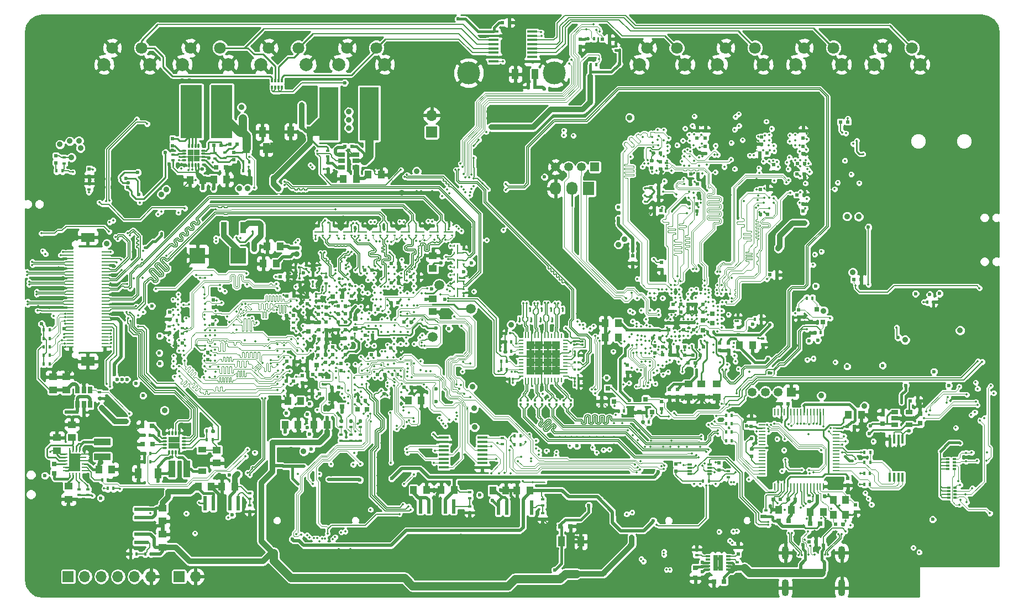
<source format=gbl>
G04 #@! TF.FileFunction,Copper,L8,Bot,Signal*
%FSLAX46Y46*%
G04 Gerber Fmt 4.6, Leading zero omitted, Abs format (unit mm)*
G04 Created by KiCad (PCBNEW 4.0.5) date Sun Feb 12 14:34:10 2017*
%MOMM*%
%LPD*%
G01*
G04 APERTURE LIST*
%ADD10C,0.020000*%
%ADD11R,0.600000X0.400000*%
%ADD12R,0.400000X0.600000*%
%ADD13R,1.000000X1.250000*%
%ADD14R,0.500000X0.600000*%
%ADD15R,0.350000X0.300000*%
%ADD16R,0.800000X0.750000*%
%ADD17R,0.750000X0.800000*%
%ADD18R,0.600000X0.500000*%
%ADD19R,1.000000X1.600000*%
%ADD20R,1.250000X1.000000*%
%ADD21R,1.220000X0.910000*%
%ADD22R,1.000000X0.250000*%
%ADD23R,2.100000X1.400000*%
%ADD24R,3.000000X8.200000*%
%ADD25R,3.300000X8.200000*%
%ADD26R,2.540000X1.021080*%
%ADD27R,1.021080X2.540000*%
%ADD28R,1.350000X1.350000*%
%ADD29C,1.350000*%
%ADD30R,1.727200X2.032000*%
%ADD31O,1.727200X2.032000*%
%ADD32R,0.800100X0.800100*%
%ADD33R,0.320000X0.500000*%
%ADD34C,1.800000*%
%ADD35C,2.000000*%
%ADD36R,0.650000X0.300000*%
%ADD37R,0.775000X1.240000*%
%ADD38R,1.060000X0.650000*%
%ADD39R,0.800000X0.300000*%
%ADD40R,0.450000X1.450000*%
%ADD41R,0.250000X1.000000*%
%ADD42R,0.600000X2.200000*%
%ADD43R,3.500000X2.200000*%
%ADD44O,0.750000X0.300000*%
%ADD45O,0.300000X0.750000*%
%ADD46R,0.900000X0.900000*%
%ADD47R,0.650000X1.060000*%
%ADD48R,0.700000X0.250000*%
%ADD49R,0.250000X0.700000*%
%ADD50R,0.825000X1.325000*%
%ADD51R,1.050000X1.300000*%
%ADD52R,2.370000X2.430000*%
%ADD53R,0.500000X0.320000*%
%ADD54C,3.500000*%
%ADD55O,1.100000X2.100000*%
%ADD56O,1.100000X2.600000*%
%ADD57C,6.000000*%
%ADD58R,0.430000X0.280000*%
%ADD59R,0.280000X0.430000*%
%ADD60R,1.287500X1.287500*%
%ADD61R,1.500000X0.450000*%
%ADD62R,0.300000X0.350000*%
%ADD63R,2.200000X0.600000*%
%ADD64R,2.200000X3.500000*%
%ADD65R,1.700000X1.700000*%
%ADD66O,1.700000X1.700000*%
%ADD67R,0.900000X1.700000*%
%ADD68C,1.500000*%
%ADD69C,0.350000*%
%ADD70C,0.600000*%
%ADD71C,0.900000*%
%ADD72C,0.450000*%
%ADD73C,0.127000*%
%ADD74C,0.152400*%
%ADD75C,1.270000*%
%ADD76C,0.885000*%
%ADD77C,0.508000*%
%ADD78C,0.381000*%
%ADD79C,0.203200*%
%ADD80C,0.254000*%
%ADD81C,0.101600*%
%ADD82C,0.125000*%
%ADD83C,0.102000*%
G04 APERTURE END LIST*
D10*
D11*
X26370000Y-52270000D03*
X26370000Y-53170000D03*
D12*
X48250000Y-94200000D03*
X49150000Y-94200000D03*
D11*
X66480000Y-70650000D03*
X66480000Y-71550000D03*
D13*
X72950000Y-54900000D03*
X74950000Y-54900000D03*
D14*
X48400000Y-83250000D03*
X48400000Y-82150000D03*
D15*
X62500000Y-70755000D03*
X62500000Y-71305000D03*
D16*
X127450000Y-117250000D03*
X125950000Y-117250000D03*
D14*
X129650000Y-113050000D03*
X129650000Y-111950000D03*
D17*
X151800000Y-91600000D03*
X151800000Y-93100000D03*
X123100000Y-115200000D03*
X123100000Y-116700000D03*
X157500000Y-91500000D03*
X157500000Y-93000000D03*
D14*
X120150000Y-99250000D03*
X120150000Y-100350000D03*
X126750000Y-99050000D03*
X126750000Y-100150000D03*
X131650000Y-93450000D03*
X131650000Y-92350000D03*
D18*
X136100000Y-104650000D03*
X135000000Y-104650000D03*
D14*
X131740000Y-98030000D03*
X131740000Y-96930000D03*
D18*
X137300000Y-90000000D03*
X136200000Y-90000000D03*
D14*
X147600000Y-105500000D03*
X147600000Y-106600000D03*
D18*
X146350000Y-93500000D03*
X147450000Y-93500000D03*
D14*
X146450000Y-101400000D03*
X146450000Y-102500000D03*
D13*
X146550000Y-91700000D03*
X148550000Y-91700000D03*
D18*
X141780000Y-104170000D03*
X142880000Y-104170000D03*
X144600000Y-108500000D03*
X145700000Y-108500000D03*
D13*
X140700000Y-106610000D03*
X142700000Y-106610000D03*
X137850000Y-106250000D03*
X135850000Y-106250000D03*
D18*
X138400000Y-104650000D03*
X137300000Y-104650000D03*
D13*
X92050000Y-103300000D03*
X94050000Y-103300000D03*
X97750000Y-103300000D03*
X95750000Y-103300000D03*
X79900000Y-103250000D03*
X81900000Y-103250000D03*
X86150000Y-103250000D03*
X84150000Y-103250000D03*
D18*
X124260000Y-75950000D03*
X123160000Y-75950000D03*
X120850000Y-74750000D03*
X121950000Y-74750000D03*
X134480000Y-70230000D03*
X135580000Y-70230000D03*
X124250000Y-74750000D03*
X123150000Y-74750000D03*
D14*
X119660000Y-74750000D03*
X119660000Y-75850000D03*
D18*
X120860000Y-75950000D03*
X121960000Y-75950000D03*
D14*
X117930000Y-68330000D03*
X117930000Y-69430000D03*
X113480000Y-67360000D03*
X113480000Y-68460000D03*
D18*
X134050000Y-51600000D03*
X132950000Y-51600000D03*
X117750000Y-51550000D03*
X116650000Y-51550000D03*
X116320000Y-56940000D03*
X117420000Y-56940000D03*
X116310000Y-58290000D03*
X117410000Y-58290000D03*
D14*
X135100000Y-53380000D03*
X135100000Y-54480000D03*
X139600000Y-50550000D03*
X139600000Y-51650000D03*
X124630000Y-49250000D03*
X124630000Y-48150000D03*
X117750000Y-52900000D03*
X117750000Y-54000000D03*
X133200000Y-49100000D03*
X133200000Y-50200000D03*
X123350000Y-60500000D03*
X123350000Y-59400000D03*
D18*
X117850000Y-60400000D03*
X116750000Y-60400000D03*
X138750000Y-53200000D03*
X139850000Y-53200000D03*
D14*
X139600000Y-49250000D03*
X139600000Y-48150000D03*
D18*
X134140000Y-60970000D03*
X133040000Y-60970000D03*
D14*
X123350000Y-49250000D03*
X123350000Y-48150000D03*
X116400000Y-53830000D03*
X116400000Y-52730000D03*
D18*
X138650000Y-58000000D03*
X139750000Y-58000000D03*
D14*
X124620000Y-50520000D03*
X124620000Y-51620000D03*
D18*
X133050000Y-57150000D03*
X134150000Y-57150000D03*
X123400000Y-56350000D03*
X122300000Y-56350000D03*
X122400000Y-54750000D03*
X123500000Y-54750000D03*
D14*
X139600000Y-60500000D03*
X139600000Y-59400000D03*
D18*
X138700000Y-54800000D03*
X139800000Y-54800000D03*
D14*
X138950000Y-75600000D03*
X138950000Y-76700000D03*
D18*
X147400000Y-71000000D03*
X148500000Y-71000000D03*
D13*
X129860000Y-81040000D03*
X131860000Y-81040000D03*
X111290000Y-77660000D03*
X109290000Y-77660000D03*
D14*
X128170000Y-80710000D03*
X128170000Y-81810000D03*
X119050000Y-78680000D03*
X119050000Y-77580000D03*
X121330000Y-78640000D03*
X121330000Y-77540000D03*
X122840000Y-78640000D03*
X122840000Y-77540000D03*
D19*
X98500000Y-39500000D03*
X95500000Y-39500000D03*
D18*
X98550000Y-41500000D03*
X97450000Y-41500000D03*
X146450000Y-46800000D03*
X145350000Y-46800000D03*
D16*
X102450000Y-108800000D03*
X103950000Y-108800000D03*
D19*
X102550000Y-111100000D03*
X105550000Y-111100000D03*
D20*
X122030000Y-88970000D03*
X122030000Y-86970000D03*
D14*
X120340000Y-88930000D03*
X120340000Y-87830000D03*
X129660000Y-78340000D03*
X129660000Y-79440000D03*
D20*
X126390000Y-88970000D03*
X126390000Y-86970000D03*
D17*
X124240000Y-77250000D03*
X124240000Y-78750000D03*
X125730000Y-77670000D03*
X125730000Y-76170000D03*
D18*
X120410000Y-81280000D03*
X121510000Y-81280000D03*
X122010000Y-83750000D03*
X123110000Y-83750000D03*
D14*
X116920000Y-82250000D03*
X116920000Y-81150000D03*
X117900000Y-89650000D03*
X117900000Y-90750000D03*
X126840000Y-81820000D03*
X126840000Y-80720000D03*
D18*
X123210000Y-81270000D03*
X124310000Y-81270000D03*
X119210000Y-82510000D03*
X118110000Y-82510000D03*
D13*
X109320000Y-79810000D03*
X111320000Y-79810000D03*
D20*
X124030000Y-88970000D03*
X124030000Y-86970000D03*
D14*
X119130000Y-88930000D03*
X119130000Y-87830000D03*
D18*
X119220000Y-81280000D03*
X118120000Y-81280000D03*
X121500000Y-82550000D03*
X120400000Y-82550000D03*
X122700000Y-82550000D03*
X123800000Y-82550000D03*
X117700000Y-79960000D03*
X116600000Y-79960000D03*
D14*
X112690000Y-84080000D03*
X112690000Y-85180000D03*
D18*
X69500000Y-78650000D03*
X68400000Y-78650000D03*
D14*
X68790000Y-83840000D03*
X68790000Y-84940000D03*
D18*
X66450000Y-83700000D03*
X67550000Y-83700000D03*
D14*
X65350000Y-76300000D03*
X65350000Y-75200000D03*
D17*
X71000000Y-78500000D03*
X71000000Y-77000000D03*
D16*
X68950000Y-90450000D03*
X67450000Y-90450000D03*
D18*
X65450000Y-80090000D03*
X66550000Y-80090000D03*
D16*
X67500000Y-73550000D03*
X69000000Y-73550000D03*
X72820000Y-90860000D03*
X71320000Y-90860000D03*
D17*
X63800000Y-78950000D03*
X63800000Y-77450000D03*
D18*
X67550000Y-81300000D03*
X66450000Y-81300000D03*
D14*
X69450000Y-82500000D03*
X69450000Y-81400000D03*
D18*
X65450000Y-78700000D03*
X66550000Y-78700000D03*
D14*
X66550000Y-76300000D03*
X66550000Y-75200000D03*
D18*
X67550000Y-82500000D03*
X66450000Y-82500000D03*
D14*
X65250000Y-82580000D03*
X65250000Y-81480000D03*
D18*
X70500000Y-79950000D03*
X69400000Y-79950000D03*
D16*
X65100000Y-84050000D03*
X63600000Y-84050000D03*
D18*
X68400000Y-75050000D03*
X69500000Y-75050000D03*
X66550000Y-77500000D03*
X65450000Y-77500000D03*
X68400000Y-77450000D03*
X69500000Y-77450000D03*
X69500000Y-76250000D03*
X68400000Y-76250000D03*
D14*
X49250000Y-74100000D03*
X49250000Y-75200000D03*
D18*
X44550000Y-80700000D03*
X43450000Y-80700000D03*
D14*
X49200000Y-77800000D03*
X49200000Y-76700000D03*
X42550000Y-75950000D03*
X42550000Y-77050000D03*
X62910000Y-85710000D03*
X62910000Y-86810000D03*
D13*
X79100000Y-89500000D03*
X81100000Y-89500000D03*
X62650000Y-89600000D03*
X60650000Y-89600000D03*
X66700000Y-93200000D03*
X64700000Y-93200000D03*
D18*
X65500000Y-88450000D03*
X64400000Y-88450000D03*
X75450000Y-88500000D03*
X76550000Y-88500000D03*
X64500000Y-85500000D03*
X65600000Y-85500000D03*
X68500000Y-87500000D03*
X67400000Y-87500000D03*
X60500000Y-83500000D03*
X61600000Y-83500000D03*
X74400000Y-85500000D03*
X75500000Y-85500000D03*
X61500000Y-86500000D03*
X60400000Y-86500000D03*
X72550000Y-89500000D03*
X71450000Y-89500000D03*
D13*
X60220000Y-93240000D03*
X62220000Y-93240000D03*
D18*
X59500000Y-70500000D03*
X60600000Y-70500000D03*
X76450000Y-81500000D03*
X77550000Y-81500000D03*
X60500000Y-73500000D03*
X61600000Y-73500000D03*
X72500000Y-79500000D03*
X73600000Y-79500000D03*
D14*
X63630000Y-74690000D03*
X63630000Y-73590000D03*
D18*
X73450000Y-82500000D03*
X74550000Y-82500000D03*
X61550000Y-76450000D03*
X60450000Y-76450000D03*
X78500000Y-87500000D03*
X79600000Y-87500000D03*
D13*
X59500000Y-65900000D03*
X57500000Y-65900000D03*
D15*
X69550000Y-69300000D03*
X69550000Y-68750000D03*
D18*
X77550000Y-74500000D03*
X76450000Y-74500000D03*
X74450000Y-75550000D03*
X73350000Y-75550000D03*
D13*
X58900000Y-68520000D03*
X56900000Y-68520000D03*
D18*
X78450000Y-77500000D03*
X79550000Y-77500000D03*
X70450000Y-73500000D03*
X71550000Y-73500000D03*
D20*
X82900000Y-69300000D03*
X82900000Y-67300000D03*
D18*
X79500000Y-70550000D03*
X80600000Y-70550000D03*
X72450000Y-69500000D03*
X73550000Y-69500000D03*
X76550000Y-68500000D03*
X77650000Y-68500000D03*
X76500000Y-71500000D03*
X77600000Y-71500000D03*
D20*
X82900000Y-73900000D03*
X82900000Y-75900000D03*
D13*
X49300000Y-55650000D03*
X51300000Y-55650000D03*
D16*
X49700000Y-53750000D03*
X51200000Y-53750000D03*
D14*
X30240000Y-54030000D03*
X30240000Y-55130000D03*
D18*
X70490000Y-50520000D03*
X69390000Y-50520000D03*
D14*
X43000000Y-49350000D03*
X43000000Y-50450000D03*
D19*
X64100000Y-48300000D03*
X61100000Y-48300000D03*
D18*
X52850000Y-50200000D03*
X51750000Y-50200000D03*
X49300000Y-50350000D03*
X50400000Y-50350000D03*
D14*
X52350000Y-51500000D03*
X52350000Y-52600000D03*
D19*
X54350000Y-50800000D03*
X57350000Y-50800000D03*
D13*
X46950000Y-102700000D03*
X48950000Y-102700000D03*
D14*
X25120000Y-51970000D03*
X25120000Y-53070000D03*
D13*
X52550000Y-102700000D03*
X50550000Y-102700000D03*
X71150000Y-55550000D03*
X69150000Y-55550000D03*
X47660000Y-55690000D03*
X45660000Y-55690000D03*
D19*
X53750000Y-48350000D03*
X56750000Y-48350000D03*
D18*
X28330000Y-91250000D03*
X29430000Y-91250000D03*
D20*
X26700000Y-87900000D03*
X26700000Y-85900000D03*
D13*
X31700000Y-100050000D03*
X33700000Y-100050000D03*
D20*
X24700000Y-87900000D03*
X24700000Y-85900000D03*
D17*
X24850000Y-99200000D03*
X24850000Y-100700000D03*
D20*
X27050000Y-102650000D03*
X27050000Y-104650000D03*
X27600000Y-95200000D03*
X27600000Y-93200000D03*
X25280000Y-97180000D03*
X25280000Y-95180000D03*
D16*
X39850000Y-93400000D03*
X38350000Y-93400000D03*
D19*
X37750000Y-100700000D03*
X40750000Y-100700000D03*
D16*
X38400000Y-96200000D03*
X39900000Y-96200000D03*
D20*
X49800000Y-97100000D03*
X49800000Y-99100000D03*
D14*
X105450000Y-34150000D03*
X105450000Y-35250000D03*
D18*
X109950000Y-34100000D03*
X108850000Y-34100000D03*
X140550000Y-111150000D03*
X141550000Y-111150000D03*
D21*
X47550000Y-97065000D03*
X47550000Y-100335000D03*
D22*
X27350000Y-81250000D03*
X32650000Y-81250000D03*
X27350000Y-80750000D03*
X32650000Y-80750000D03*
X27350000Y-80250000D03*
X32650000Y-80250000D03*
X27350000Y-79750000D03*
X32650000Y-79750000D03*
X27350000Y-79250000D03*
X32650000Y-79250000D03*
X27350000Y-78750000D03*
X32650000Y-78750000D03*
X27350000Y-78250000D03*
X32650000Y-78250000D03*
X27350000Y-77750000D03*
X32650000Y-77750000D03*
X27350000Y-77250000D03*
X32650000Y-77250000D03*
X27350000Y-76750000D03*
X32650000Y-76750000D03*
X27350000Y-76250000D03*
X32650000Y-76250000D03*
X27350000Y-75750000D03*
X32650000Y-75750000D03*
X27350000Y-75250000D03*
X32650000Y-75250000D03*
X27350000Y-74750000D03*
X32650000Y-74750000D03*
X27350000Y-74250000D03*
X32650000Y-74250000D03*
X27350000Y-73750000D03*
X32650000Y-73750000D03*
X27350000Y-73250000D03*
X32650000Y-73250000D03*
X27350000Y-72750000D03*
X32650000Y-72750000D03*
X27350000Y-72250000D03*
X32650000Y-72250000D03*
X27350000Y-71750000D03*
X32650000Y-71750000D03*
X27350000Y-71250000D03*
X32650000Y-71250000D03*
X27350000Y-70750000D03*
X32650000Y-70750000D03*
X27350000Y-70250000D03*
X32650000Y-70250000D03*
X27350000Y-69750000D03*
X32650000Y-69750000D03*
X27350000Y-69250000D03*
X32650000Y-69250000D03*
X27350000Y-68750000D03*
X32650000Y-68750000D03*
X27350000Y-68250000D03*
X32650000Y-68250000D03*
X27350000Y-67750000D03*
X32650000Y-67750000D03*
X27350000Y-67250000D03*
X32650000Y-67250000D03*
X27350000Y-66750000D03*
X32650000Y-66750000D03*
D23*
X30000000Y-83500000D03*
X30000000Y-64500000D03*
D16*
X135850000Y-108000000D03*
X137350000Y-108000000D03*
X142200000Y-108400000D03*
X140700000Y-108400000D03*
D24*
X73130000Y-45540000D03*
X66930000Y-45540000D03*
D25*
X45850000Y-45250000D03*
X50550000Y-45250000D03*
D26*
X32250000Y-95854460D03*
X32250000Y-98145540D03*
D27*
X45195540Y-100000000D03*
X42904460Y-100000000D03*
D28*
X137800000Y-88200000D03*
D29*
X135800000Y-88200000D03*
X133800000Y-88200000D03*
X131800000Y-88200000D03*
D30*
X106750000Y-57000000D03*
D31*
X104210000Y-57000000D03*
X101670000Y-57000000D03*
D28*
X107680000Y-53700000D03*
D29*
X105680000Y-53700000D03*
X103680000Y-53700000D03*
X101680000Y-53700000D03*
D32*
X142650000Y-77500760D03*
X140750000Y-77500760D03*
X141700000Y-75501780D03*
X110650000Y-89650760D03*
X108750000Y-89650760D03*
X109700000Y-87651780D03*
X116450000Y-91300760D03*
X114550000Y-91300760D03*
X115500000Y-89301780D03*
D11*
X129550000Y-115200000D03*
X129550000Y-114300000D03*
X123300000Y-113250000D03*
X123300000Y-112350000D03*
D12*
X125200000Y-101900000D03*
X124300000Y-101900000D03*
D11*
X128200000Y-100350000D03*
X128200000Y-101250000D03*
D12*
X148950000Y-102350000D03*
X149850000Y-102350000D03*
X148950000Y-100700000D03*
X149850000Y-100700000D03*
X149000000Y-97450000D03*
X149900000Y-97450000D03*
X149000000Y-98950000D03*
X149900000Y-98950000D03*
D11*
X133950000Y-106350000D03*
X133950000Y-107250000D03*
X140510000Y-104060000D03*
X140510000Y-104960000D03*
D12*
X127800000Y-95650000D03*
X128700000Y-95650000D03*
X127800000Y-93050000D03*
X128700000Y-93050000D03*
X127800000Y-94350000D03*
X128700000Y-94350000D03*
X127800000Y-91750000D03*
X128700000Y-91750000D03*
D11*
X99700000Y-104700000D03*
X99700000Y-105600000D03*
X99700000Y-106750000D03*
X99700000Y-107650000D03*
X88500000Y-103550000D03*
X88500000Y-104450000D03*
X88500000Y-105800000D03*
X88500000Y-106700000D03*
X118650000Y-53970000D03*
X118650000Y-53070000D03*
D12*
X142300000Y-79100000D03*
X141400000Y-79100000D03*
X140150000Y-73800000D03*
X141050000Y-73800000D03*
X159550000Y-74400000D03*
X158650000Y-74400000D03*
X132260000Y-77030000D03*
X133160000Y-77030000D03*
D11*
X133420000Y-80010000D03*
X133420000Y-80910000D03*
D12*
X112190000Y-91100000D03*
X111290000Y-91100000D03*
X115950000Y-92800000D03*
X115050000Y-92800000D03*
X77550000Y-85510000D03*
X76650000Y-85510000D03*
D11*
X42500000Y-78200000D03*
X42500000Y-79100000D03*
D12*
X43650000Y-77250000D03*
X44550000Y-77250000D03*
D11*
X68850000Y-95650000D03*
X68850000Y-94750000D03*
X68850000Y-93550000D03*
X68850000Y-92650000D03*
X70300000Y-95650000D03*
X70300000Y-94750000D03*
X70300000Y-93550000D03*
X70300000Y-92650000D03*
X71750000Y-95650000D03*
X71750000Y-94750000D03*
X71750000Y-93550000D03*
X71750000Y-92650000D03*
X61500000Y-77550000D03*
X61500000Y-78450000D03*
X43050000Y-52700000D03*
X43050000Y-51800000D03*
X30240000Y-57150000D03*
X30240000Y-56250000D03*
X66800000Y-51200000D03*
X66800000Y-52100000D03*
X66800000Y-53100000D03*
X66800000Y-54000000D03*
X51000000Y-52370000D03*
X51000000Y-51470000D03*
D12*
X33050000Y-103000000D03*
X33950000Y-103000000D03*
X54750000Y-52900000D03*
X53850000Y-52900000D03*
X53830000Y-54320000D03*
X54730000Y-54320000D03*
D11*
X49500000Y-52450000D03*
X49500000Y-51550000D03*
D12*
X25220000Y-54320000D03*
X26120000Y-54320000D03*
D11*
X54800000Y-103700000D03*
X54800000Y-104600000D03*
X54800000Y-105600000D03*
X54800000Y-106500000D03*
X31850000Y-88250000D03*
X31850000Y-89150000D03*
X28700000Y-104000000D03*
X28700000Y-103100000D03*
X30000000Y-104000000D03*
X30000000Y-103100000D03*
D12*
X32200000Y-101700000D03*
X33100000Y-101700000D03*
X39600000Y-97600000D03*
X38700000Y-97600000D03*
X39600000Y-98900000D03*
X38700000Y-98900000D03*
X24150000Y-81300000D03*
X23250000Y-81300000D03*
X24150000Y-80000000D03*
X23250000Y-80000000D03*
X24150000Y-78700000D03*
X23250000Y-78700000D03*
X23250000Y-82600000D03*
X24150000Y-82600000D03*
X23250000Y-83900000D03*
X24150000Y-83900000D03*
X39500000Y-94800000D03*
X38600000Y-94800000D03*
X49150000Y-95500000D03*
X48250000Y-95500000D03*
X107050000Y-38050000D03*
X107950000Y-38050000D03*
X106650000Y-34050000D03*
X107550000Y-34050000D03*
D33*
X58250000Y-40500000D03*
X59250000Y-40500000D03*
X58750000Y-40500000D03*
X59750000Y-40500000D03*
X58750000Y-41500000D03*
X58250000Y-41500000D03*
X59250000Y-41500000D03*
X59750000Y-41500000D03*
D34*
X38250000Y-35450000D03*
X33750000Y-35450000D03*
D35*
X39500000Y-38000000D03*
X32500000Y-38000000D03*
D34*
X50250000Y-35450000D03*
X45750000Y-35450000D03*
D35*
X51500000Y-38000000D03*
X44500000Y-38000000D03*
D34*
X62250000Y-35450000D03*
X57750000Y-35450000D03*
D35*
X63500000Y-38000000D03*
X56500000Y-38000000D03*
D34*
X74250000Y-35450000D03*
X69750000Y-35450000D03*
D35*
X75500000Y-38000000D03*
X68500000Y-38000000D03*
D34*
X120250000Y-35450000D03*
X115750000Y-35450000D03*
D35*
X121500000Y-38000000D03*
X114500000Y-38000000D03*
D34*
X132250000Y-35450000D03*
X127750000Y-35450000D03*
D35*
X133500000Y-38000000D03*
X126500000Y-38000000D03*
D34*
X144250000Y-35450000D03*
X139750000Y-35450000D03*
D35*
X145500000Y-38000000D03*
X138500000Y-38000000D03*
D34*
X156250000Y-35450000D03*
X151750000Y-35450000D03*
D35*
X157500000Y-38000000D03*
X150500000Y-38000000D03*
D36*
X128150000Y-113400000D03*
X128150000Y-113900000D03*
X128150000Y-114400000D03*
X128150000Y-114900000D03*
X128150000Y-115400000D03*
X125050000Y-115400000D03*
X125050000Y-114900000D03*
X125050000Y-114400000D03*
X125050000Y-113900000D03*
X125050000Y-113400000D03*
D37*
X126212500Y-115020000D03*
X126212500Y-113780000D03*
X126987500Y-115020000D03*
X126987500Y-113780000D03*
D38*
X153650000Y-93200000D03*
X153650000Y-92250000D03*
X153650000Y-91300000D03*
X155850000Y-91300000D03*
X155850000Y-93200000D03*
D39*
X125300000Y-100800000D03*
X122200000Y-100800000D03*
X125300000Y-100300000D03*
X122200000Y-100300000D03*
X125300000Y-99800000D03*
X122200000Y-99800000D03*
X125300000Y-99300000D03*
X122200000Y-99300000D03*
D40*
X154845000Y-101300000D03*
X154195000Y-101300000D03*
X153545000Y-101300000D03*
X152895000Y-101300000D03*
X152895000Y-95400000D03*
X153545000Y-95400000D03*
X154195000Y-95400000D03*
X154845000Y-95400000D03*
D41*
X142750000Y-102700000D03*
X142250000Y-102700000D03*
X141750000Y-102700000D03*
X141250000Y-102700000D03*
X140750000Y-102700000D03*
X140250000Y-102700000D03*
X139750000Y-102700000D03*
X139250000Y-102700000D03*
X138750000Y-102700000D03*
X138250000Y-102700000D03*
X137750000Y-102700000D03*
X137250000Y-102700000D03*
X136750000Y-102700000D03*
X136250000Y-102700000D03*
X135750000Y-102700000D03*
X135250000Y-102700000D03*
D22*
X133300000Y-100750000D03*
X133300000Y-100250000D03*
X133300000Y-99750000D03*
X133300000Y-99250000D03*
X133300000Y-98750000D03*
X133300000Y-98250000D03*
X133300000Y-97750000D03*
X133300000Y-97250000D03*
X133300000Y-96750000D03*
X133300000Y-96250000D03*
X133300000Y-95750000D03*
X133300000Y-95250000D03*
X133300000Y-94750000D03*
X133300000Y-94250000D03*
X133300000Y-93750000D03*
X133300000Y-93250000D03*
D41*
X135250000Y-91300000D03*
X135750000Y-91300000D03*
X136250000Y-91300000D03*
X136750000Y-91300000D03*
X137250000Y-91300000D03*
X137750000Y-91300000D03*
X138250000Y-91300000D03*
X138750000Y-91300000D03*
X139250000Y-91300000D03*
X139750000Y-91300000D03*
X140250000Y-91300000D03*
X140750000Y-91300000D03*
X141250000Y-91300000D03*
X141750000Y-91300000D03*
X142250000Y-91300000D03*
X142750000Y-91300000D03*
D22*
X144700000Y-93250000D03*
X144700000Y-93750000D03*
X144700000Y-94250000D03*
X144700000Y-94750000D03*
X144700000Y-95250000D03*
X144700000Y-95750000D03*
X144700000Y-96250000D03*
X144700000Y-96750000D03*
X144700000Y-97250000D03*
X144700000Y-97750000D03*
X144700000Y-98250000D03*
X144700000Y-98750000D03*
X144700000Y-99250000D03*
X144700000Y-99750000D03*
X144700000Y-100250000D03*
X144700000Y-100750000D03*
D42*
X92910000Y-105950000D03*
X94180000Y-105950000D03*
X95450000Y-105950000D03*
X96720000Y-105950000D03*
X97990000Y-105950000D03*
D43*
X95450000Y-112150000D03*
D42*
X80960000Y-105750000D03*
X82230000Y-105750000D03*
X83500000Y-105750000D03*
X84770000Y-105750000D03*
X86040000Y-105750000D03*
D43*
X83500000Y-111950000D03*
D38*
X71100000Y-51850000D03*
X71100000Y-52800000D03*
X71100000Y-53750000D03*
X68900000Y-53750000D03*
X68900000Y-51850000D03*
X68900000Y-52800000D03*
D44*
X44775000Y-52700000D03*
X44775000Y-52200000D03*
X44775000Y-51700000D03*
X44775000Y-51200000D03*
D45*
X45500000Y-50475000D03*
X46000000Y-50475000D03*
X46500000Y-50475000D03*
X47000000Y-50475000D03*
D44*
X47725000Y-51200000D03*
X47725000Y-51700000D03*
X47725000Y-52200000D03*
X47725000Y-52700000D03*
D45*
X47000000Y-53425000D03*
X46500000Y-53425000D03*
X46000000Y-53425000D03*
X45500000Y-53425000D03*
D46*
X46700000Y-51500000D03*
X46700000Y-52400000D03*
X45800000Y-51500000D03*
X45800000Y-52400000D03*
D42*
X47960000Y-105250000D03*
X49230000Y-105250000D03*
X50500000Y-105250000D03*
X51770000Y-105250000D03*
X53040000Y-105250000D03*
D43*
X50500000Y-111450000D03*
D47*
X28450000Y-87900000D03*
X29400000Y-87900000D03*
X30350000Y-87900000D03*
X30350000Y-90100000D03*
X28450000Y-90100000D03*
X29400000Y-90100000D03*
D48*
X29400000Y-97750000D03*
X29400000Y-98250000D03*
X29400000Y-98750000D03*
X29400000Y-99250000D03*
X29400000Y-99750000D03*
X29400000Y-100250000D03*
D49*
X28750000Y-100900000D03*
X28250000Y-100900000D03*
X27750000Y-100900000D03*
X27250000Y-100900000D03*
D48*
X26600000Y-100250000D03*
X26600000Y-99750000D03*
X26600000Y-99250000D03*
X26600000Y-98750000D03*
X26600000Y-98250000D03*
X26600000Y-97750000D03*
D49*
X27250000Y-97100000D03*
X27750000Y-97100000D03*
X28250000Y-97100000D03*
X28750000Y-97100000D03*
D50*
X27587500Y-99662500D03*
X27587500Y-98337500D03*
X28412500Y-99662500D03*
X28412500Y-98337500D03*
D44*
X41775000Y-96750000D03*
X41775000Y-96250000D03*
X41775000Y-95750000D03*
X41775000Y-95250000D03*
D45*
X42500000Y-94525000D03*
X43000000Y-94525000D03*
X43500000Y-94525000D03*
X44000000Y-94525000D03*
D44*
X44725000Y-95250000D03*
X44725000Y-95750000D03*
X44725000Y-96250000D03*
X44725000Y-96750000D03*
D45*
X44000000Y-97475000D03*
X43500000Y-97475000D03*
X43000000Y-97475000D03*
X42500000Y-97475000D03*
D46*
X43700000Y-95550000D03*
X43700000Y-96450000D03*
X42800000Y-95550000D03*
X42800000Y-96450000D03*
D51*
X146075000Y-104750000D03*
X146075000Y-107050000D03*
X144225000Y-107050000D03*
X144225000Y-104750000D03*
D52*
X46830000Y-67350000D03*
X53070000Y-67350000D03*
D53*
X161800000Y-100000000D03*
X161800000Y-99000000D03*
X161800000Y-99500000D03*
X161800000Y-98500000D03*
X162800000Y-99500000D03*
X162800000Y-100000000D03*
X162800000Y-99000000D03*
X162800000Y-98500000D03*
X161900000Y-104400000D03*
X161900000Y-103400000D03*
X161900000Y-103900000D03*
X161900000Y-102900000D03*
X162900000Y-103900000D03*
X162900000Y-104400000D03*
X162900000Y-103400000D03*
X162900000Y-102900000D03*
D54*
X88350000Y-39300000D03*
X101500000Y-39300000D03*
D55*
X145520000Y-112870000D03*
X136880000Y-112870000D03*
D56*
X145520000Y-118230000D03*
X136880000Y-118230000D03*
D57*
X25000000Y-39000000D03*
X25000000Y-111000000D03*
X165000000Y-39000000D03*
X165000000Y-111000000D03*
D58*
X68200000Y-63645000D03*
X68200000Y-64155000D03*
X67100000Y-63645000D03*
X67100000Y-64155000D03*
X66000000Y-63645000D03*
X66000000Y-64155000D03*
X64900000Y-63645000D03*
X64900000Y-64155000D03*
X69300000Y-63645000D03*
X69300000Y-64155000D03*
X70400000Y-63645000D03*
X70400000Y-64155000D03*
X71500000Y-63645000D03*
X71500000Y-64155000D03*
X72600000Y-63645000D03*
X72600000Y-64155000D03*
X77000000Y-63645000D03*
X77000000Y-64155000D03*
X75900000Y-63645000D03*
X75900000Y-64155000D03*
X74800000Y-63645000D03*
X74800000Y-64155000D03*
X73700000Y-63645000D03*
X73700000Y-64155000D03*
X78100000Y-63645000D03*
X78100000Y-64155000D03*
X79200000Y-63645000D03*
X79200000Y-64155000D03*
X80300000Y-63645000D03*
X80300000Y-64155000D03*
X81400000Y-63645000D03*
X81400000Y-64155000D03*
X85800000Y-63645000D03*
X85800000Y-64155000D03*
X84700000Y-63645000D03*
X84700000Y-64155000D03*
X83600000Y-63645000D03*
X83600000Y-64155000D03*
X82500000Y-63645000D03*
X82500000Y-64155000D03*
D59*
X67655000Y-62700000D03*
X67145000Y-62700000D03*
X65955000Y-62700000D03*
X65445000Y-62700000D03*
X69845000Y-62700000D03*
X70355000Y-62700000D03*
X71545000Y-62700000D03*
X72055000Y-62700000D03*
X76455000Y-62700000D03*
X75945000Y-62700000D03*
X74755000Y-62700000D03*
X74245000Y-62700000D03*
X78645000Y-62700000D03*
X79155000Y-62700000D03*
X80345000Y-62700000D03*
X80855000Y-62700000D03*
X85300000Y-62700000D03*
X84790000Y-62700000D03*
X83555000Y-62700000D03*
X83045000Y-62700000D03*
X86655000Y-69100000D03*
X86145000Y-69100000D03*
X86655000Y-68000000D03*
X86145000Y-68000000D03*
X86655000Y-66900000D03*
X86145000Y-66900000D03*
X86655000Y-65800000D03*
X86145000Y-65800000D03*
X86655000Y-73500000D03*
X86145000Y-73500000D03*
X86655000Y-72400000D03*
X86145000Y-72400000D03*
X86655000Y-71300000D03*
X86145000Y-71300000D03*
X86655000Y-70200000D03*
X86145000Y-70200000D03*
D58*
X87600000Y-68555000D03*
X87600000Y-68045000D03*
X87600000Y-66855000D03*
X87600000Y-66345000D03*
X87600000Y-72955000D03*
X87600000Y-72445000D03*
X87600000Y-71255000D03*
X87600000Y-70745000D03*
D12*
X93950000Y-82000000D03*
X94850000Y-82000000D03*
X94850000Y-80500000D03*
X93950000Y-80500000D03*
X93350000Y-84800000D03*
X94250000Y-84800000D03*
X93350000Y-83500000D03*
X94250000Y-83500000D03*
D59*
X102755000Y-75800000D03*
X102245000Y-75800000D03*
X100945000Y-75800000D03*
X101455000Y-75800000D03*
X101155000Y-76900000D03*
X100645000Y-76900000D03*
X99345000Y-76900000D03*
X99855000Y-76900000D03*
X99555000Y-75800000D03*
X99045000Y-75800000D03*
X97745000Y-75800000D03*
X98255000Y-75800000D03*
X97955000Y-76900000D03*
X97445000Y-76900000D03*
X96145000Y-76900000D03*
X96655000Y-76900000D03*
D49*
X102550000Y-86400000D03*
X102050000Y-86400000D03*
X101550000Y-86400000D03*
X101050000Y-86400000D03*
X100550000Y-86400000D03*
X100050000Y-86400000D03*
X99550000Y-86400000D03*
X99050000Y-86400000D03*
X98550000Y-86400000D03*
X98050000Y-86400000D03*
X97550000Y-86400000D03*
X97050000Y-86400000D03*
D48*
X96400000Y-85750000D03*
X96400000Y-85250000D03*
X96400000Y-84750000D03*
X96400000Y-84250000D03*
X96400000Y-83750000D03*
X96400000Y-83250000D03*
X96400000Y-82750000D03*
X96400000Y-82250000D03*
X96400000Y-81750000D03*
X96400000Y-81250000D03*
X96400000Y-80750000D03*
X96400000Y-80250000D03*
D49*
X97050000Y-79600000D03*
X97550000Y-79600000D03*
X98050000Y-79600000D03*
X98550000Y-79600000D03*
X99050000Y-79600000D03*
X99550000Y-79600000D03*
X100050000Y-79600000D03*
X100550000Y-79600000D03*
X101050000Y-79600000D03*
X101550000Y-79600000D03*
X102050000Y-79600000D03*
X102550000Y-79600000D03*
D48*
X103200000Y-80250000D03*
X103200000Y-80750000D03*
X103200000Y-81250000D03*
X103200000Y-81750000D03*
X103200000Y-82250000D03*
X103200000Y-82750000D03*
X103200000Y-83250000D03*
X103200000Y-83750000D03*
X103200000Y-84250000D03*
X103200000Y-84750000D03*
X103200000Y-85250000D03*
X103200000Y-85750000D03*
D60*
X97868750Y-81068750D03*
X99156250Y-81068750D03*
X100443750Y-81068750D03*
X101731250Y-81068750D03*
X97868750Y-82356250D03*
X99156250Y-82356250D03*
X100443750Y-82356250D03*
X101731250Y-82356250D03*
X97868750Y-83643750D03*
X99156250Y-83643750D03*
X100443750Y-83643750D03*
X101731250Y-83643750D03*
X97868750Y-84931250D03*
X99156250Y-84931250D03*
X100443750Y-84931250D03*
X101731250Y-84931250D03*
D15*
X129620000Y-76765000D03*
X129620000Y-77315000D03*
D18*
X94630000Y-31590000D03*
X93530000Y-31590000D03*
D61*
X98110000Y-32955000D03*
X98110000Y-33605000D03*
X98110000Y-34255000D03*
X98110000Y-34905000D03*
X98110000Y-35555000D03*
X98110000Y-36205000D03*
X98110000Y-36855000D03*
X98110000Y-37505000D03*
X92210000Y-37505000D03*
X92210000Y-36855000D03*
X92210000Y-36205000D03*
X92210000Y-35555000D03*
X92210000Y-34905000D03*
X92210000Y-34255000D03*
X92210000Y-33605000D03*
X92210000Y-32955000D03*
D15*
X63490000Y-69395000D03*
X63490000Y-68845000D03*
X65510000Y-69305000D03*
X65510000Y-68755000D03*
D62*
X62415000Y-69060000D03*
X61865000Y-69060000D03*
D20*
X41500000Y-106000000D03*
X41500000Y-108000000D03*
X41500000Y-112000000D03*
X41500000Y-110000000D03*
D12*
X39700000Y-113000000D03*
X38800000Y-113000000D03*
X37450000Y-113000000D03*
X36550000Y-113000000D03*
D63*
X38250000Y-106210000D03*
X38250000Y-107480000D03*
X38250000Y-108750000D03*
X38250000Y-110020000D03*
X38250000Y-111290000D03*
D64*
X32050000Y-108750000D03*
D11*
X93500000Y-96200000D03*
X93500000Y-95300000D03*
D61*
X90460000Y-95205000D03*
X90460000Y-95855000D03*
X90460000Y-96505000D03*
X90460000Y-97155000D03*
X90460000Y-97805000D03*
X90460000Y-98455000D03*
X90460000Y-99105000D03*
X90460000Y-99755000D03*
X84560000Y-99755000D03*
X84560000Y-99105000D03*
X84560000Y-98455000D03*
X84560000Y-97805000D03*
X84560000Y-97155000D03*
X84560000Y-96505000D03*
X84560000Y-95855000D03*
X84560000Y-95205000D03*
D65*
X27000000Y-116500000D03*
D66*
X29540000Y-116500000D03*
X32080000Y-116500000D03*
X34620000Y-116500000D03*
X37160000Y-116500000D03*
X39700000Y-116500000D03*
D65*
X44000000Y-116500000D03*
D66*
X46540000Y-116500000D03*
D67*
X53780000Y-62990000D03*
X50880000Y-62990000D03*
D12*
X95390000Y-96240000D03*
X96290000Y-96240000D03*
X95390000Y-94940000D03*
X96290000Y-94940000D03*
D62*
X94675000Y-79200000D03*
X94125000Y-79200000D03*
X104625000Y-87200000D03*
X105175000Y-87200000D03*
X104625000Y-86100000D03*
X105175000Y-86100000D03*
D15*
X104500000Y-80425000D03*
X104500000Y-80975000D03*
X105800000Y-80425000D03*
X105800000Y-80975000D03*
X104000000Y-90075000D03*
X104000000Y-89525000D03*
X102900000Y-90075000D03*
X102900000Y-89525000D03*
X99600000Y-90075000D03*
X99600000Y-89525000D03*
X98500000Y-90075000D03*
X98500000Y-89525000D03*
X101800000Y-90075000D03*
X101800000Y-89525000D03*
X100700000Y-90075000D03*
X100700000Y-89525000D03*
X97400000Y-90075000D03*
X97400000Y-89525000D03*
X96300000Y-90075000D03*
X96300000Y-89525000D03*
D62*
X104625000Y-82600000D03*
X105175000Y-82600000D03*
X95175000Y-86200000D03*
X94625000Y-86200000D03*
X104625000Y-84800000D03*
X105175000Y-84800000D03*
X104625000Y-83700000D03*
X105175000Y-83700000D03*
D15*
X65000000Y-73625000D03*
X65000000Y-74175000D03*
X64500000Y-71275000D03*
X64500000Y-70725000D03*
X68530000Y-71385000D03*
X68530000Y-70835000D03*
D62*
X65965000Y-72580000D03*
X65415000Y-72580000D03*
X69505000Y-71730000D03*
X70055000Y-71730000D03*
D15*
X110890000Y-35815000D03*
X110890000Y-35265000D03*
D18*
X157150000Y-89550000D03*
X156050000Y-89550000D03*
D11*
X44490000Y-79300000D03*
X44490000Y-78400000D03*
D65*
X82700000Y-48350000D03*
D66*
X82700000Y-45810000D03*
D68*
X82840000Y-79770000D03*
X83850000Y-71850000D03*
X88700000Y-75450000D03*
D69*
X96700000Y-101900000D03*
X98200000Y-102050000D03*
X94800000Y-100650000D03*
X90500000Y-56250000D03*
X89150000Y-55450000D03*
X89100000Y-56650000D03*
X91050000Y-48350000D03*
X89900000Y-49550000D03*
X89100000Y-50450000D03*
X89150000Y-52300000D03*
X146100000Y-109530000D03*
X145640000Y-97480000D03*
X147600000Y-98480000D03*
X139950000Y-113140000D03*
D70*
X139610000Y-111610000D03*
X142750000Y-111690000D03*
D69*
X142480000Y-113130000D03*
D70*
X42470000Y-53260000D03*
D69*
X42660000Y-53780000D03*
D70*
X43020000Y-51180000D03*
X41300000Y-54300000D03*
X40400000Y-54300000D03*
D69*
X64810000Y-80000000D03*
X61070000Y-81930000D03*
X64120000Y-80900000D03*
X79990000Y-74980000D03*
D70*
X91250000Y-53000000D03*
X91250000Y-51500000D03*
X91250000Y-50000000D03*
X96000000Y-46450000D03*
X94000000Y-49000000D03*
D69*
X60950000Y-76950000D03*
X60000000Y-78050000D03*
X85060000Y-72490000D03*
X85310000Y-70890000D03*
X89220000Y-69730000D03*
X93700000Y-66520000D03*
X52790000Y-78700000D03*
X59170000Y-64710000D03*
X60990000Y-63970000D03*
X62890000Y-64860000D03*
X75390000Y-62690000D03*
X73640000Y-62700000D03*
X53400000Y-64570000D03*
X48460000Y-67460000D03*
X52590000Y-62580000D03*
X51800000Y-62580000D03*
D70*
X24200000Y-60900000D03*
X29410000Y-60760000D03*
X22820000Y-52980000D03*
D69*
X40870000Y-49770000D03*
D70*
X39550000Y-48450000D03*
X41500000Y-50700000D03*
X24350000Y-48550000D03*
X24650000Y-46050000D03*
X26350000Y-43100000D03*
X30250000Y-43150000D03*
X34200000Y-43200000D03*
X41100000Y-43250000D03*
X41100000Y-46800000D03*
X91500000Y-112500000D03*
D71*
X86260000Y-112640000D03*
X81180000Y-110630000D03*
X49400000Y-109750000D03*
X51940000Y-113070000D03*
X50510000Y-113040000D03*
X49080000Y-113050000D03*
D69*
X42090000Y-67360000D03*
X49580000Y-60220000D03*
X82740000Y-56250000D03*
X81110000Y-57380000D03*
X80410000Y-57390000D03*
X82740000Y-57390000D03*
X43720000Y-61380000D03*
X42000000Y-63110000D03*
X45420000Y-59310000D03*
D70*
X44560000Y-56880000D03*
D69*
X45850000Y-57290000D03*
X46510000Y-56900000D03*
X43800000Y-55580000D03*
X63660000Y-57740000D03*
D71*
X78110000Y-57650000D03*
D69*
X52850000Y-54300000D03*
X66190000Y-53990000D03*
X63830000Y-52870000D03*
X65630000Y-55490000D03*
X56270000Y-57130000D03*
X64010000Y-55310000D03*
X58010000Y-57100000D03*
X46570000Y-55690000D03*
X43940000Y-57490000D03*
X40170000Y-59100000D03*
X37510000Y-61370000D03*
X38480000Y-66590000D03*
X33880000Y-67210000D03*
X36900000Y-66710000D03*
X35200000Y-69500000D03*
X48250000Y-63000000D03*
X33940000Y-68750000D03*
X38320000Y-67910000D03*
X59280000Y-100320000D03*
X70450000Y-100890000D03*
X67310000Y-101010000D03*
X67960000Y-100320000D03*
X69490000Y-94240000D03*
X64500000Y-100550000D03*
X64495000Y-101775000D03*
X66020000Y-96610000D03*
X64330000Y-111110000D03*
X63150000Y-110470000D03*
X65530000Y-111090000D03*
X66930000Y-110630000D03*
X72050000Y-99730000D03*
X71980000Y-100870000D03*
X74460000Y-112810000D03*
X72180000Y-109370000D03*
X74310000Y-105770000D03*
X74430000Y-103710000D03*
X74370000Y-98240000D03*
X74370000Y-101000000D03*
X74390000Y-102530000D03*
X75000000Y-95990000D03*
X75710000Y-96890000D03*
X75550000Y-104360000D03*
X77350000Y-93380000D03*
X77980000Y-90030000D03*
X76540000Y-100490000D03*
X81810000Y-108650000D03*
X81080000Y-108120000D03*
X83550000Y-110200000D03*
X76540000Y-102320000D03*
X100520000Y-108610000D03*
X97970000Y-108620000D03*
X101740000Y-108610000D03*
D70*
X95370000Y-108160000D03*
D69*
X93960000Y-108610000D03*
X92420000Y-108670000D03*
X108470000Y-112850000D03*
D70*
X93000000Y-112500000D03*
D69*
X78940000Y-108160000D03*
D70*
X43000000Y-92500000D03*
X39900000Y-90700000D03*
X40000000Y-92000000D03*
D69*
X45500000Y-76640000D03*
X44720000Y-76450000D03*
X119120000Y-89430000D03*
X80520000Y-115270000D03*
X120580000Y-96630000D03*
X121780000Y-96640000D03*
X119400000Y-95680000D03*
X107040000Y-68090000D03*
X105500000Y-69250000D03*
X106310000Y-70070000D03*
X106960000Y-70800000D03*
X107440000Y-72470000D03*
X107740000Y-73980000D03*
X105000000Y-76250000D03*
X102600000Y-77300000D03*
X102600000Y-76600000D03*
X103600000Y-75700000D03*
X107720000Y-74840000D03*
D70*
X160000000Y-41500000D03*
D69*
X154400000Y-40020000D03*
X157250000Y-40010000D03*
X159300000Y-40700000D03*
X118210000Y-96630000D03*
X119230000Y-96640000D03*
X116210000Y-96650000D03*
X116320000Y-95680000D03*
X112760000Y-94080000D03*
X100000000Y-59500000D03*
X102000000Y-61500000D03*
X102000000Y-59500000D03*
X103500000Y-77250000D03*
X97868750Y-82356250D03*
X97868750Y-83643750D03*
X85750000Y-95000000D03*
X86250000Y-95750000D03*
X83000000Y-97750000D03*
X81500000Y-97250000D03*
X86500000Y-98250000D03*
X81000000Y-98500000D03*
X82250000Y-99000000D03*
X104250000Y-97250000D03*
X113000000Y-102250000D03*
X117900000Y-99600000D03*
X116000000Y-100250000D03*
X116750000Y-100250000D03*
X131750000Y-104500000D03*
D70*
X131750000Y-107750000D03*
X166000000Y-97000000D03*
X163750000Y-97000000D03*
X148500000Y-103250000D03*
X155750000Y-92250000D03*
X154750000Y-92500000D03*
D69*
X151500000Y-94500000D03*
X149250000Y-98250000D03*
X108220000Y-105670000D03*
X108190000Y-108410000D03*
X108820000Y-108400000D03*
X111400000Y-112200000D03*
X107220000Y-114120000D03*
X108540000Y-114060000D03*
X107900000Y-109950000D03*
X108850000Y-109950000D03*
X96350000Y-110250000D03*
X100900000Y-110300000D03*
X87150000Y-110100000D03*
X88650000Y-110750000D03*
X89850000Y-110750000D03*
X87900000Y-108000000D03*
X90450000Y-108000000D03*
X89300000Y-108000000D03*
X87150000Y-108600000D03*
X91500000Y-110550000D03*
X105000000Y-109900000D03*
X112000000Y-110400000D03*
X111200000Y-110400000D03*
X105000000Y-108800000D03*
X104600000Y-110400000D03*
X104800000Y-112600000D03*
X103600000Y-112600000D03*
X102000000Y-112200000D03*
X101000000Y-112200000D03*
X99800000Y-112200000D03*
D70*
X98800000Y-112200000D03*
X97600000Y-112200000D03*
X59500000Y-111000000D03*
X58000000Y-111000000D03*
X58000000Y-109500000D03*
X56500000Y-113000000D03*
X52000000Y-109500000D03*
X55000000Y-109500000D03*
X24500000Y-105000000D03*
X91500000Y-68500000D03*
X91500000Y-70500000D03*
D69*
X103000000Y-68000000D03*
X103000000Y-67000000D03*
X102500000Y-65000000D03*
X102500000Y-64000000D03*
X103500000Y-74000000D03*
X103000000Y-73500000D03*
X103000000Y-72000000D03*
X103000000Y-69500000D03*
X104500000Y-68500000D03*
X105500000Y-70500000D03*
X105500000Y-72000000D03*
X105500000Y-74000000D03*
D70*
X105000000Y-66500000D03*
X140500000Y-45000000D03*
X162000000Y-44500000D03*
X158500000Y-44500000D03*
X167000000Y-43500000D03*
X163500000Y-44500000D03*
X153500000Y-45000000D03*
X155000000Y-44000000D03*
X156500000Y-44000000D03*
X169000000Y-49000000D03*
X166000000Y-56500000D03*
X167500000Y-56500000D03*
X169000000Y-56500000D03*
X169000000Y-55000000D03*
X169000000Y-53500000D03*
X158500000Y-58000000D03*
X166000000Y-58000000D03*
X164500000Y-58000000D03*
X163000000Y-58000000D03*
X161500000Y-58000000D03*
X169000000Y-50500000D03*
X169000000Y-52000000D03*
X169000000Y-41000000D03*
X169000000Y-42500000D03*
X158500000Y-60500000D03*
X158000000Y-59000000D03*
X157000000Y-58000000D03*
X155500000Y-58000000D03*
X154000000Y-58000000D03*
X152500000Y-58000000D03*
X155210000Y-59810000D03*
X135180000Y-46130000D03*
D69*
X133000000Y-47780000D03*
D70*
X137640000Y-44810000D03*
X138580000Y-73800000D03*
X137690000Y-71220000D03*
X136520000Y-73440000D03*
X131670000Y-73150000D03*
X134740000Y-80090000D03*
D69*
X136500000Y-77230000D03*
X138650000Y-77570000D03*
X138500000Y-79580000D03*
X138540000Y-81050000D03*
X140250000Y-89180000D03*
X143790000Y-93770000D03*
D70*
X148410000Y-93150000D03*
X150020000Y-92160000D03*
X150860000Y-91740000D03*
X153090000Y-89850000D03*
X159250000Y-83070000D03*
X159310000Y-81260000D03*
X162790000Y-76840000D03*
X161190000Y-74620000D03*
X161640000Y-75710000D03*
X158620000Y-69550000D03*
X162970000Y-71120000D03*
X161690000Y-71180000D03*
X160180000Y-71080000D03*
X158690000Y-71130000D03*
X157120000Y-71190000D03*
D69*
X154270000Y-71260000D03*
D71*
X158200000Y-65250000D03*
X158330000Y-63450000D03*
X156830000Y-65190000D03*
X150660000Y-64960000D03*
X150650000Y-66020000D03*
X148130000Y-66070000D03*
X148140000Y-64980000D03*
D69*
X132740000Y-59600000D03*
X132410000Y-59950000D03*
X136730000Y-57160000D03*
X136370000Y-56320000D03*
X135640000Y-62850000D03*
X128480000Y-58000000D03*
X130500000Y-58900000D03*
X129860000Y-56810000D03*
X117310000Y-55160000D03*
X120620000Y-55050000D03*
D70*
X108190000Y-62110000D03*
X98790000Y-58360000D03*
D69*
X63990000Y-42460000D03*
X67700000Y-40220000D03*
X57230000Y-43100000D03*
X61450000Y-43560000D03*
X28310000Y-53090000D03*
X36480000Y-81490000D03*
X35820000Y-84590000D03*
X33550000Y-78750000D03*
X36310000Y-79550000D03*
X35940000Y-87370000D03*
X38950000Y-77520000D03*
X37670000Y-74550000D03*
X39780000Y-73910000D03*
X37090000Y-70830000D03*
X36320000Y-72930000D03*
D70*
X35300000Y-65200000D03*
D69*
X36710000Y-67920000D03*
X22580000Y-65380000D03*
X24040000Y-67850000D03*
X24070000Y-66250000D03*
X21330000Y-65350000D03*
X25500000Y-67910000D03*
X24060000Y-69370000D03*
X22530000Y-67620000D03*
X22350000Y-69370000D03*
X21570000Y-67420000D03*
X20770000Y-67980000D03*
X20980000Y-69160000D03*
X24060000Y-70890000D03*
X22320000Y-72260000D03*
X22360000Y-70800000D03*
X24160000Y-72340000D03*
X20660000Y-73000000D03*
X24190000Y-73790000D03*
X25510000Y-72340000D03*
X20980000Y-75480000D03*
X24140000Y-75400000D03*
X22390000Y-75060000D03*
X22290000Y-73810000D03*
X20730000Y-73790000D03*
X25470000Y-73790000D03*
X114720000Y-105370000D03*
X115690000Y-104510000D03*
X117750000Y-104550000D03*
X114060000Y-104520000D03*
X117060000Y-107410000D03*
X116520000Y-106700000D03*
X116420000Y-105560000D03*
X128280000Y-93680000D03*
X130810000Y-94270000D03*
X127310000Y-92490000D03*
X124800000Y-94500000D03*
X125340000Y-94270000D03*
X116320000Y-94180000D03*
X118330000Y-94560000D03*
X95570000Y-89090000D03*
X95460000Y-90470000D03*
X96580000Y-87660000D03*
X97730000Y-88330000D03*
X100110000Y-89010000D03*
X101290000Y-87500000D03*
X102370000Y-88720000D03*
X98020000Y-89140000D03*
X105040000Y-88950000D03*
X103830000Y-87740000D03*
X102890000Y-86940000D03*
X81230000Y-88530000D03*
X71390000Y-93050000D03*
D70*
X37700000Y-101900000D03*
D69*
X41250000Y-103500000D03*
X38500000Y-103500000D03*
X49480000Y-83370000D03*
X55500000Y-78300000D03*
X30420000Y-55760000D03*
D70*
X32640000Y-81912398D03*
D69*
X87260000Y-42290000D03*
X85390000Y-36920000D03*
X84280000Y-38030000D03*
X82800000Y-39510000D03*
X83770000Y-40380000D03*
X85180000Y-42280000D03*
X86640000Y-35230000D03*
X81620000Y-36360000D03*
X80540000Y-37440000D03*
X82710000Y-35270000D03*
X79110000Y-38900000D03*
X48220000Y-54020000D03*
X48440000Y-56970000D03*
X51150000Y-94900000D03*
X52120000Y-93970000D03*
X50440000Y-92260000D03*
X53240000Y-92210000D03*
X55010000Y-93250000D03*
D70*
X34400000Y-90590000D03*
X32740000Y-92930000D03*
X29420000Y-93880000D03*
X47410000Y-92010000D03*
X47400000Y-94370000D03*
X45480000Y-94310000D03*
X44420000Y-93180000D03*
X169000000Y-114500000D03*
X159500000Y-114000000D03*
X161000000Y-114000000D03*
X156000000Y-114000000D03*
X158000000Y-114000000D03*
X156000000Y-109000000D03*
X155000000Y-111000000D03*
X155000000Y-109000000D03*
X154000000Y-109000000D03*
X154000000Y-116000000D03*
X154000000Y-114000000D03*
X154000000Y-112000000D03*
X152000000Y-112000000D03*
X152000000Y-114000000D03*
X152000000Y-116000000D03*
X152000000Y-118000000D03*
X153000000Y-119000000D03*
X155000000Y-119000000D03*
X157000000Y-119000000D03*
X152000000Y-108000000D03*
X148000000Y-78000000D03*
X150000000Y-78000000D03*
X150000000Y-76000000D03*
X148000000Y-76000000D03*
X147000000Y-75000000D03*
X149000000Y-75000000D03*
X151000000Y-75000000D03*
X151000000Y-77000000D03*
X149000000Y-77000000D03*
X147000000Y-77000000D03*
X147000000Y-79000000D03*
X149000000Y-79000000D03*
X151000000Y-79000000D03*
X142550000Y-45800000D03*
X144250000Y-45150000D03*
X60910000Y-45600000D03*
X59050000Y-44100000D03*
X79950000Y-46400000D03*
X84350000Y-50300000D03*
X79950000Y-50200000D03*
X79900000Y-43350000D03*
D69*
X49150000Y-53000000D03*
X48850000Y-54250000D03*
X50300000Y-54350000D03*
X50300000Y-57000000D03*
X52300000Y-55600000D03*
X54700000Y-53650000D03*
X64050000Y-54300000D03*
X80200000Y-53500000D03*
X78750000Y-54050000D03*
X77700000Y-53500000D03*
X81950000Y-54550000D03*
X83500000Y-54500000D03*
X85350000Y-54800000D03*
X86750000Y-56750000D03*
X90700000Y-105950000D03*
X89500000Y-106000000D03*
X89500000Y-104600000D03*
X89500000Y-103200000D03*
X90850000Y-103250000D03*
X99600000Y-100500000D03*
X102350000Y-100450000D03*
X104200000Y-100450000D03*
X101000000Y-102050000D03*
X106150000Y-102100000D03*
X105200000Y-102100000D03*
X107400000Y-102100000D03*
X108550000Y-102100000D03*
X106500000Y-100450000D03*
X105200000Y-100450000D03*
X110850000Y-102100000D03*
X112400000Y-102100000D03*
X111000000Y-105500000D03*
X113750000Y-108800000D03*
X115100000Y-110700000D03*
X114200000Y-113600000D03*
X114250000Y-115500000D03*
X112250000Y-114050000D03*
X114150000Y-112250000D03*
X114100000Y-110050000D03*
X112800000Y-108200000D03*
X111300000Y-104500000D03*
X110000000Y-100450000D03*
X111750000Y-100500000D03*
X117100000Y-111900000D03*
X116400000Y-110700000D03*
X130400000Y-109600000D03*
X131250000Y-111350000D03*
D70*
X136250000Y-109700000D03*
X136870000Y-110600000D03*
D69*
X133950000Y-109550000D03*
X138450000Y-110950000D03*
X138310000Y-109460000D03*
X146075000Y-107950000D03*
X146750000Y-107050000D03*
X145150000Y-105600000D03*
X143500000Y-103900000D03*
X143900000Y-106100000D03*
X143040000Y-107590000D03*
D70*
X142900000Y-109600000D03*
X144400000Y-110510000D03*
X146250000Y-110560000D03*
X148700000Y-108800000D03*
X147700000Y-109800000D03*
X139000000Y-98000000D03*
D69*
X90900000Y-82200000D03*
X85050000Y-76250000D03*
X100443750Y-84931250D03*
X99156250Y-84931250D03*
X100443750Y-81068750D03*
X99156250Y-81068750D03*
D71*
X91490000Y-46240000D03*
X91490000Y-45190000D03*
D70*
X88900000Y-46400000D03*
X84350000Y-47550000D03*
X82500000Y-43800000D03*
X86750000Y-46150000D03*
X86000000Y-43850000D03*
X79600000Y-52550000D03*
X84350000Y-52500000D03*
X74450000Y-53850000D03*
D69*
X44050000Y-99900000D03*
X48550000Y-98700000D03*
X125250000Y-112900000D03*
X122450000Y-113450000D03*
X118900000Y-113500000D03*
X118400000Y-113800000D03*
X115850000Y-114150000D03*
X116700000Y-112250000D03*
X118900000Y-112440000D03*
X110950000Y-115500000D03*
X94100000Y-115650000D03*
X84300000Y-114150000D03*
X82300000Y-114100000D03*
X92700000Y-114150000D03*
X79875000Y-111925000D03*
X76200000Y-108250000D03*
X77600000Y-109650000D03*
X78600000Y-110650000D03*
X73940000Y-87980000D03*
X73250000Y-105500000D03*
X79750000Y-114500000D03*
X76000000Y-110750000D03*
X73250000Y-106750000D03*
X68500000Y-112250000D03*
X68500000Y-110750000D03*
X77500000Y-115000000D03*
X73250000Y-115000000D03*
X83250000Y-115750000D03*
X67750000Y-113250000D03*
X69250000Y-113250000D03*
X70250000Y-112250000D03*
D70*
X88460000Y-65860000D03*
X48600000Y-52300000D03*
X52000000Y-54200000D03*
X51300000Y-57000000D03*
X36400000Y-52800000D03*
X43800000Y-53300000D03*
X43500000Y-46100000D03*
X43500000Y-45000000D03*
X43500000Y-43700000D03*
X43500000Y-42500000D03*
X43500000Y-40900000D03*
X44500000Y-40400000D03*
X45600000Y-40400000D03*
X43500000Y-47600000D03*
D69*
X44100000Y-52200000D03*
D70*
X30400000Y-46900000D03*
X29200000Y-46900000D03*
X28400000Y-46900000D03*
X26700000Y-46900000D03*
X27500000Y-46900000D03*
X24200000Y-57900000D03*
X25600000Y-64900000D03*
X39800000Y-72900000D03*
X43200000Y-69000000D03*
X44100000Y-68100000D03*
X44000000Y-69900000D03*
X42100000Y-70900000D03*
X43400000Y-113300000D03*
X43400000Y-110300000D03*
X30300000Y-110000000D03*
X30300000Y-109100000D03*
X30300000Y-108200000D03*
X30300000Y-107300000D03*
X28300000Y-104700000D03*
X27000000Y-105700000D03*
X34200000Y-101400000D03*
X36800000Y-100700000D03*
X34900000Y-100300000D03*
X38000000Y-98900000D03*
X38100000Y-97600000D03*
X37600000Y-96200000D03*
X37900000Y-94800000D03*
X37300000Y-94100000D03*
D69*
X99300000Y-37500000D03*
X39590000Y-76410000D03*
X109960000Y-73790000D03*
X108070000Y-69200000D03*
X107170000Y-66120000D03*
X105030000Y-65600000D03*
X105010000Y-64180000D03*
X107530000Y-65620000D03*
X107560000Y-64170000D03*
X111000000Y-54500000D03*
X111000000Y-55500000D03*
X111000000Y-56500000D03*
X111000000Y-57500000D03*
X111000000Y-58500000D03*
X111000000Y-59000000D03*
X142500000Y-43500000D03*
X144000000Y-43500000D03*
X145000000Y-43500000D03*
X146000000Y-43500000D03*
X147000000Y-43500000D03*
X148000000Y-43500000D03*
X149000000Y-43500000D03*
X150000000Y-43500000D03*
X136000000Y-43500000D03*
X137000000Y-43500000D03*
X138500000Y-43500000D03*
X139500000Y-43500000D03*
X140500000Y-43500000D03*
X141500000Y-43500000D03*
X129000000Y-43500000D03*
X130000000Y-43500000D03*
X131000000Y-43500000D03*
X132000000Y-43500000D03*
X133000000Y-43500000D03*
X134000000Y-43500000D03*
X135000000Y-43500000D03*
X119500000Y-43500000D03*
X120500000Y-43500000D03*
X121500000Y-43500000D03*
X122500000Y-43500000D03*
X125000000Y-43500000D03*
X115500000Y-43500000D03*
X116500000Y-43500000D03*
X117500000Y-43500000D03*
X118500000Y-43500000D03*
X112500000Y-43500000D03*
X113500000Y-43500000D03*
X114500000Y-43500000D03*
X111000000Y-52000000D03*
X111000000Y-51000000D03*
X111000000Y-50000000D03*
X111000000Y-49000000D03*
X111000000Y-48000000D03*
X111000000Y-47000000D03*
X111000000Y-46000000D03*
X111000000Y-45000000D03*
X111000000Y-44000000D03*
X111500000Y-43500000D03*
X121700000Y-112440000D03*
X126740000Y-110460000D03*
X125970000Y-112360000D03*
X128030000Y-112360000D03*
X125510000Y-110250000D03*
X123480000Y-110820000D03*
X124330000Y-110040000D03*
X136800000Y-106300000D03*
X138490000Y-113150000D03*
X138260000Y-110380000D03*
X127950000Y-96670000D03*
X125590000Y-97630000D03*
X123820000Y-96640000D03*
X90180000Y-58340000D03*
X68650000Y-61810000D03*
X69120000Y-61270000D03*
X78980000Y-57850000D03*
X146000000Y-60000000D03*
X147000000Y-59000000D03*
X148000000Y-59000000D03*
X149000000Y-59000000D03*
X150000000Y-58000000D03*
X151000000Y-57000000D03*
X151000000Y-56000000D03*
X150500000Y-55500000D03*
X144160000Y-62080000D03*
X144180000Y-60940000D03*
X144180000Y-60000000D03*
X144570000Y-58590000D03*
X145330000Y-57900000D03*
X146450000Y-57290000D03*
X147480000Y-57300000D03*
X148180000Y-56860000D03*
X138000000Y-68500000D03*
X141000000Y-61000000D03*
X139500000Y-61500000D03*
X142500000Y-55000000D03*
X142500000Y-54000000D03*
X142500000Y-53000000D03*
X142500000Y-52000000D03*
X142500000Y-51000000D03*
X142500000Y-50000000D03*
X142500000Y-49000000D03*
X145000000Y-49000000D03*
X141500000Y-56000000D03*
X141000000Y-59000000D03*
X141000000Y-58000000D03*
X141000000Y-57000000D03*
X141000000Y-60000000D03*
X88110000Y-98590000D03*
X87700000Y-97800000D03*
X80840000Y-95770000D03*
X82800000Y-95700000D03*
X43500000Y-89500000D03*
X42000000Y-89500000D03*
X58000000Y-90000000D03*
X56000000Y-90000000D03*
X55000000Y-89500000D03*
X53500000Y-89500000D03*
X52000000Y-89500000D03*
X50500000Y-89500000D03*
X49000000Y-89500000D03*
X47500000Y-89500000D03*
X88610000Y-64550000D03*
X88670000Y-62930000D03*
X93000000Y-62030000D03*
X71750000Y-62100000D03*
X70960000Y-64400000D03*
X70910000Y-63620000D03*
X70930000Y-62890000D03*
X71690000Y-64990000D03*
X70820000Y-67050000D03*
X68720000Y-67040000D03*
X66890000Y-66900000D03*
X64600000Y-66010000D03*
X64470000Y-64980000D03*
X67920000Y-60190000D03*
X66800000Y-61410000D03*
X60890000Y-62550000D03*
X61010000Y-61440000D03*
X62540000Y-61360000D03*
X62610000Y-62570000D03*
X64020000Y-63950000D03*
X64290000Y-62690000D03*
X64320000Y-61380000D03*
X94500000Y-58000000D03*
X93000000Y-58000000D03*
X102000000Y-63500000D03*
X101000000Y-62500000D03*
X100000000Y-61500000D03*
X99000000Y-60500000D03*
X98000000Y-59500000D03*
X96000000Y-58000000D03*
X102600000Y-78500000D03*
X101100000Y-78500000D03*
X96400000Y-78500000D03*
X96000000Y-74500000D03*
X97900000Y-74800000D03*
X99500000Y-74700000D03*
X102800000Y-74500000D03*
X101100000Y-74400000D03*
X97500000Y-72200000D03*
X97500000Y-71000000D03*
X97500000Y-69700000D03*
X97500000Y-68500000D03*
X97900000Y-74000000D03*
X99500000Y-73600000D03*
X101100000Y-73600000D03*
X101100000Y-70500000D03*
X101100000Y-71300000D03*
X101100000Y-67700000D03*
X101100000Y-68500000D03*
X99700000Y-67000000D03*
X100900000Y-65700000D03*
X97700000Y-61400000D03*
X96400000Y-60100000D03*
X100900000Y-64700000D03*
X95750000Y-62750000D03*
X94250000Y-61250000D03*
X97250000Y-62500000D03*
X96250000Y-61500000D03*
X95250000Y-60500000D03*
X99500000Y-65250000D03*
X99000000Y-64250000D03*
X97750000Y-67000000D03*
X98000000Y-65500000D03*
X97500000Y-64500000D03*
X93500000Y-64000000D03*
X95500000Y-68000000D03*
X95500000Y-66500000D03*
X95500000Y-65000000D03*
X94500000Y-64000000D03*
X95500000Y-69500000D03*
X95500000Y-74000000D03*
X95500000Y-72500000D03*
X95500000Y-71000000D03*
X131100000Y-101000000D03*
X127900000Y-99400000D03*
X128900000Y-97400000D03*
X126000000Y-97200000D03*
X127000000Y-97200000D03*
X128100000Y-97200000D03*
X123500000Y-94400000D03*
X120600000Y-94500000D03*
X121500000Y-94500000D03*
X122600000Y-94500000D03*
X110600000Y-93000000D03*
X111900000Y-93000000D03*
X113300000Y-93100000D03*
X114500000Y-94100000D03*
X115300000Y-95000000D03*
X115400000Y-96600000D03*
X114300000Y-95600000D03*
X113500000Y-94800000D03*
X112800000Y-91700000D03*
X111900000Y-91700000D03*
X110900000Y-91700000D03*
X109700000Y-91400000D03*
X107800000Y-90700000D03*
X107300000Y-91300000D03*
X105200000Y-91900000D03*
X102100000Y-91900000D03*
X103300000Y-91900000D03*
X98500000Y-91700000D03*
X97200000Y-93400000D03*
X96700000Y-92800000D03*
X96200000Y-92100000D03*
X100300000Y-96100000D03*
X113000000Y-95800000D03*
X112300000Y-95100000D03*
X110600000Y-95100000D03*
X113900000Y-97200000D03*
X118400000Y-98900000D03*
X114700000Y-98800000D03*
X110600000Y-96300000D03*
X111500000Y-97000000D03*
D70*
X108450000Y-97930000D03*
D69*
X112000000Y-97400000D03*
X122600000Y-97600000D03*
X113200000Y-96600000D03*
X100600000Y-94700000D03*
X101400000Y-95100000D03*
X102300000Y-95100000D03*
X103200000Y-95100000D03*
X104100000Y-95100000D03*
X105000000Y-95100000D03*
X105900000Y-95100000D03*
X106900000Y-95100000D03*
X108000000Y-95100000D03*
X109000000Y-95100000D03*
X97800000Y-94000000D03*
X97900000Y-91900000D03*
X100300000Y-91900000D03*
X103300000Y-93000000D03*
D70*
X39950000Y-108750000D03*
D69*
X57890000Y-81470000D03*
X55550000Y-69070000D03*
D70*
X56580000Y-65910000D03*
X56880000Y-67190000D03*
D69*
X73970000Y-54350000D03*
X119470000Y-100370000D03*
X123000000Y-89250000D03*
X126710000Y-89760000D03*
X125240000Y-90710000D03*
X83230000Y-61860000D03*
X82430000Y-62530000D03*
X166180000Y-70000000D03*
X166120000Y-66520000D03*
X165670000Y-64340000D03*
X69020000Y-70850000D03*
D70*
X48540000Y-93040000D03*
D69*
X103820000Y-117630000D03*
X99600000Y-115720000D03*
X139800000Y-76910000D03*
X65120000Y-62710000D03*
X68380000Y-62700000D03*
X69440000Y-62700000D03*
X74500000Y-61920000D03*
X76320000Y-61880000D03*
X78990000Y-61950000D03*
X81070000Y-62070000D03*
X85310000Y-63220000D03*
X88500000Y-69090000D03*
X88140000Y-70440000D03*
X87590000Y-73530000D03*
X67050000Y-75100000D03*
X39640000Y-106750000D03*
X113900000Y-91550000D03*
X117950000Y-91470000D03*
X109900000Y-74330000D03*
X109980000Y-78940000D03*
X109320000Y-76690000D03*
X110460000Y-70560000D03*
X110460000Y-69800000D03*
X110430000Y-68590000D03*
X110400000Y-67990000D03*
X70940000Y-90090000D03*
X71030000Y-94270000D03*
X68330000Y-91480000D03*
X33530000Y-81250000D03*
D70*
X27300000Y-84830000D03*
X26310000Y-84700000D03*
X30030000Y-84780000D03*
D69*
X32580000Y-89370000D03*
X109210000Y-104520000D03*
X65520000Y-101380000D03*
D70*
X82970000Y-103250000D03*
D69*
X125250000Y-102520000D03*
X126990000Y-102290000D03*
X128070000Y-102280000D03*
X129510000Y-102290000D03*
X130930000Y-95050000D03*
X146480000Y-95210000D03*
X164140000Y-90800000D03*
X120680000Y-79670000D03*
X110670000Y-34070000D03*
X110930000Y-34800000D03*
X134810000Y-106220000D03*
X132430000Y-104620000D03*
X138100000Y-113140000D03*
X144220000Y-113090000D03*
D70*
X42140000Y-59330000D03*
X46700000Y-52400000D03*
X45800000Y-52400000D03*
X46700000Y-51500000D03*
X45800000Y-51500000D03*
D69*
X46000000Y-54150000D03*
X45470000Y-54160000D03*
X66020000Y-85990000D03*
X65050000Y-72070000D03*
X61100000Y-69100000D03*
X63510000Y-68020000D03*
X65100000Y-68060000D03*
X70490000Y-71950000D03*
X69060000Y-72500000D03*
X59670000Y-102620000D03*
X66980000Y-102280000D03*
X69800000Y-102550000D03*
X69270000Y-102490000D03*
X68210000Y-102460000D03*
X68240000Y-109560000D03*
X121280000Y-99430000D03*
X93370000Y-80810000D03*
X93690000Y-78200000D03*
X37200000Y-59930000D03*
X32820000Y-61130000D03*
X31470000Y-61090000D03*
X35330000Y-58260000D03*
D70*
X35110000Y-53300000D03*
X32450000Y-56850000D03*
X33750000Y-56850000D03*
X33750000Y-55550000D03*
X32450000Y-55550000D03*
D69*
X141360000Y-109450000D03*
D70*
X146460000Y-103370000D03*
X140300000Y-98000000D03*
X93260000Y-103250000D03*
D69*
X142220000Y-93130000D03*
D71*
X94250000Y-87250000D03*
D69*
X72290000Y-62150000D03*
X70910000Y-70080000D03*
X70880000Y-69070000D03*
X70900000Y-68110000D03*
X68240000Y-55610000D03*
X67260000Y-55620000D03*
D71*
X63960000Y-46400000D03*
X64840000Y-45210000D03*
D70*
X56390000Y-49990000D03*
X56740000Y-45790000D03*
X58180000Y-51360000D03*
X58260000Y-50260000D03*
X69970000Y-51190000D03*
X107570000Y-37170000D03*
X105450000Y-35970000D03*
D69*
X95410000Y-31600000D03*
X26520000Y-81310000D03*
X26520000Y-77770000D03*
X26370000Y-79830000D03*
X26400000Y-79310000D03*
X26300000Y-73770000D03*
X26190000Y-72260000D03*
X26190000Y-71000000D03*
X25540000Y-69130000D03*
X26410000Y-67790000D03*
X33520000Y-71570000D03*
X33540000Y-73250000D03*
X33510000Y-76230000D03*
X33530000Y-79260000D03*
X70870000Y-81020000D03*
X73755000Y-78975000D03*
D70*
X84460000Y-88420000D03*
D69*
X87010000Y-70730000D03*
D70*
X87710000Y-64960000D03*
X91520000Y-66560000D03*
X85160000Y-69590000D03*
D69*
X81460000Y-70600000D03*
D70*
X128250000Y-109630000D03*
X129630000Y-111380000D03*
X126987500Y-115020000D03*
X126212500Y-115020000D03*
X126987500Y-113780000D03*
X126212500Y-113780000D03*
D69*
X76980000Y-86710000D03*
X80550000Y-93460000D03*
X128630000Y-77360000D03*
D70*
X137720000Y-69760000D03*
D69*
X148200000Y-71950000D03*
X149200000Y-46290000D03*
X145230000Y-50700000D03*
D71*
X116220000Y-44890000D03*
D69*
X122610000Y-80240000D03*
X123440000Y-77750000D03*
X120190000Y-89410000D03*
X121080000Y-89410000D03*
X122070000Y-91370000D03*
X123100000Y-84310000D03*
X166240000Y-98240000D03*
X166250000Y-99510000D03*
X166250000Y-100650000D03*
X166280000Y-101860000D03*
D70*
X162770000Y-87240000D03*
X161080000Y-87240000D03*
X159380000Y-87230000D03*
X157870000Y-87220000D03*
X156360000Y-87200000D03*
X154150000Y-87310000D03*
X141790000Y-86940000D03*
X139050000Y-85160000D03*
X137630000Y-85120000D03*
X136090000Y-85140000D03*
X134410000Y-85230000D03*
X84240000Y-76540000D03*
D69*
X118740000Y-109870000D03*
X120830000Y-110590000D03*
X63260000Y-109490000D03*
X61220000Y-109390000D03*
X60750000Y-109460000D03*
X60260000Y-109450000D03*
X149960000Y-49860000D03*
X150520000Y-49860000D03*
X141100000Y-104220000D03*
X144580000Y-109560000D03*
D70*
X73550000Y-53850000D03*
D69*
X99560000Y-87210000D03*
X105330000Y-87800000D03*
X105160000Y-85610000D03*
X105360000Y-81990000D03*
X103920000Y-82000000D03*
X104950000Y-80840000D03*
X99550000Y-78490000D03*
X98020000Y-78480000D03*
D70*
X85360000Y-89730000D03*
D71*
X94430000Y-93570000D03*
X94390000Y-90910000D03*
X94500000Y-88750000D03*
X96060000Y-75450000D03*
D70*
X100730000Y-97750000D03*
D69*
X79630000Y-85910000D03*
X100443750Y-83643750D03*
X100443750Y-82356250D03*
X99156250Y-82356250D03*
X99156250Y-83643750D03*
X97868750Y-84931250D03*
X101731250Y-84931250D03*
X101731250Y-81068750D03*
X97868750Y-81068750D03*
X67135774Y-67854119D03*
X69320000Y-85080000D03*
X71980000Y-74010000D03*
X135700000Y-105250000D03*
X73000000Y-69000000D03*
X66010000Y-87000000D03*
D70*
X66870000Y-90920000D03*
X61680000Y-91620000D03*
X62440000Y-94250000D03*
X61250000Y-94700000D03*
X61230000Y-96910000D03*
X64690000Y-94190000D03*
X64710000Y-92160000D03*
X45800000Y-105000000D03*
X50150000Y-100880000D03*
X46700000Y-105890000D03*
X54840000Y-107170000D03*
X48310000Y-112280000D03*
X48350000Y-110740000D03*
X52800000Y-112270000D03*
X52740000Y-110700000D03*
X50500000Y-109670000D03*
X29420000Y-91790000D03*
X29360000Y-86860000D03*
X24040000Y-95180000D03*
X26530000Y-93200000D03*
X28412500Y-99662500D03*
X27587500Y-99662500D03*
X28412500Y-98337500D03*
X27587500Y-98337500D03*
X30340000Y-98750000D03*
X30330000Y-97750000D03*
X43700000Y-95550000D03*
X42800000Y-95550000D03*
X42800000Y-96450000D03*
X43700000Y-96450000D03*
D69*
X61970000Y-84940000D03*
D71*
X45190000Y-68830000D03*
X45060000Y-67350000D03*
D69*
X63100000Y-73100000D03*
X43130000Y-76380000D03*
D70*
X41080000Y-81100000D03*
X40970000Y-84940000D03*
D69*
X42410000Y-85890000D03*
X47060000Y-85600000D03*
D70*
X56280000Y-78330000D03*
D69*
X49660000Y-73300000D03*
X49710000Y-74960000D03*
X49650000Y-76500000D03*
X43160000Y-74740000D03*
X43140000Y-73160000D03*
X48750000Y-78730000D03*
X49520000Y-78780000D03*
X43270000Y-79480000D03*
X42400000Y-79490000D03*
X43950000Y-81160000D03*
X43190000Y-81150000D03*
X43140000Y-81830000D03*
X43990000Y-83460000D03*
X43970000Y-82690000D03*
X49520000Y-80890000D03*
X49500000Y-82570000D03*
X48790000Y-82590000D03*
X43210000Y-85110000D03*
X47260000Y-85040000D03*
X49580000Y-85060000D03*
X124080000Y-50160000D03*
X139990000Y-55400000D03*
X140550000Y-55150000D03*
X123500000Y-47440000D03*
X124150000Y-52100000D03*
X127150000Y-71850000D03*
X128660000Y-70710000D03*
X126420000Y-74210000D03*
D70*
X114150000Y-68630000D03*
D69*
X122790000Y-73230000D03*
X120120000Y-73040000D03*
X121320000Y-73710000D03*
X121350000Y-72510000D03*
X135550000Y-54500000D03*
X132740000Y-49740000D03*
X132270000Y-51200000D03*
X140190000Y-48610000D03*
X140150000Y-50230000D03*
X140030000Y-51950000D03*
X140660000Y-53640000D03*
X138460000Y-53730000D03*
X140130000Y-59310000D03*
X138370000Y-59250000D03*
X140030000Y-57580000D03*
X139900000Y-56910000D03*
X139230000Y-56850000D03*
X133650000Y-57020000D03*
X132440000Y-55580000D03*
X134410000Y-55970000D03*
X132770000Y-56400000D03*
X135210000Y-57580000D03*
X132880000Y-60600000D03*
X116580000Y-48010000D03*
X113950000Y-48420000D03*
X114620000Y-51850000D03*
X116580000Y-49940000D03*
X118150000Y-54430000D03*
X116220000Y-51210000D03*
X123550000Y-59850000D03*
X122110000Y-59150000D03*
X123750000Y-57690000D03*
X123600000Y-55210000D03*
X116180000Y-60850000D03*
X116620000Y-59440000D03*
X117380000Y-57550000D03*
X117370000Y-55880000D03*
X123900000Y-58660000D03*
X122150000Y-53480000D03*
X113400000Y-85600000D03*
X128810000Y-85800000D03*
X121970000Y-80240000D03*
X121340000Y-80300000D03*
X118030000Y-78290000D03*
X120730000Y-76490000D03*
X121980000Y-77700000D03*
X122020000Y-78380000D03*
X120640000Y-78330000D03*
X119980000Y-78320000D03*
X120660000Y-77680000D03*
X119990000Y-77690000D03*
X118720000Y-76990000D03*
X118070000Y-77020000D03*
X118080000Y-77640000D03*
X118610000Y-77680000D03*
X119980000Y-77040000D03*
X119310000Y-77090000D03*
X117410000Y-75080000D03*
X118160000Y-74970000D03*
X118080000Y-74430000D03*
X118720000Y-73120000D03*
X119340000Y-73780000D03*
X118710000Y-74480000D03*
X118680000Y-75100000D03*
X118040000Y-75720000D03*
X118080000Y-76390000D03*
X118740000Y-76360000D03*
X119410000Y-76340000D03*
X118730000Y-75760000D03*
X120090000Y-75780000D03*
X120050000Y-76380000D03*
X120660000Y-77070000D03*
X121320000Y-77040000D03*
X121980000Y-77040000D03*
X122600000Y-77030000D03*
X123270000Y-76430000D03*
X118070000Y-73190000D03*
X117300000Y-71050000D03*
X58970000Y-75610000D03*
X59090000Y-85830000D03*
X153990000Y-77400000D03*
X66970000Y-80810000D03*
X62500000Y-72010000D03*
X64500000Y-70050000D03*
X65870000Y-71020000D03*
X67040000Y-71970000D03*
X78110000Y-79950000D03*
X70980000Y-76030000D03*
X81080000Y-67950000D03*
X77960000Y-68980000D03*
X75020000Y-69990000D03*
X78980000Y-72000000D03*
X77100000Y-75900000D03*
X73990000Y-77020000D03*
X76020000Y-84030000D03*
X74980000Y-81010000D03*
X69990000Y-83010000D03*
X67070000Y-89830000D03*
X71960000Y-90110000D03*
X70910000Y-88920000D03*
X60060000Y-88810000D03*
X63060000Y-87950000D03*
X72880000Y-84900000D03*
X78000000Y-81890000D03*
X80080000Y-76980000D03*
X75960000Y-74010000D03*
X75900000Y-73090000D03*
X80840000Y-78150000D03*
X124850000Y-77050000D03*
X120930000Y-83160000D03*
X116790000Y-79520000D03*
X123310000Y-77010000D03*
X122590000Y-76440000D03*
X121420000Y-76360000D03*
X122640000Y-75750000D03*
X122620000Y-75090000D03*
X70970000Y-82950000D03*
X68980000Y-81920000D03*
X68130000Y-82960000D03*
X67060000Y-84090000D03*
X65950000Y-83050000D03*
X64910000Y-81960000D03*
X68010000Y-79970000D03*
X68870000Y-79970000D03*
X67100000Y-79050000D03*
X66070000Y-79070000D03*
X65020000Y-76980000D03*
X67120000Y-77010000D03*
X68980000Y-76980000D03*
X67880000Y-75980000D03*
X65970000Y-76060000D03*
X69900000Y-68060000D03*
X72000000Y-71000000D03*
X69890000Y-73040000D03*
X72930000Y-74070000D03*
X70020000Y-75060000D03*
X70970000Y-74060000D03*
D72*
X63080000Y-77070000D03*
D69*
X64800000Y-75000000D03*
X68000000Y-74400000D03*
X67000000Y-74500000D03*
X66000000Y-74000000D03*
X65000000Y-74500000D03*
X64100000Y-74100000D03*
X63100000Y-74100000D03*
X63100000Y-72100000D03*
X61100000Y-71100000D03*
X61000000Y-70000000D03*
X61100000Y-68100000D03*
X60100000Y-68100000D03*
D70*
X93450000Y-46000000D03*
D69*
X96350000Y-54350000D03*
D70*
X96320000Y-56050000D03*
D69*
X98600000Y-54200000D03*
D71*
X32910000Y-65470000D03*
D69*
X46420000Y-109850000D03*
D70*
X71890000Y-55460000D03*
D69*
X44330000Y-53980000D03*
X146870000Y-108650000D03*
X146055000Y-98065000D03*
X147100000Y-98700000D03*
X129470000Y-109520000D03*
D71*
X41300000Y-57900000D03*
D69*
X37960000Y-59180000D03*
D71*
X42020000Y-57180000D03*
D70*
X47540000Y-54060000D03*
D69*
X55270000Y-63560000D03*
X52810000Y-64530000D03*
D70*
X149880000Y-93390000D03*
X23450000Y-101020000D03*
X31970000Y-104450000D03*
X40750000Y-101840000D03*
X124190000Y-115720000D03*
X124160000Y-115020000D03*
X124180000Y-114290000D03*
D71*
X142750000Y-75750000D03*
D70*
X100000000Y-55250000D03*
D69*
X69450000Y-109570000D03*
X139400000Y-100130000D03*
X136880000Y-98600000D03*
D71*
X31990000Y-98980000D03*
X53570000Y-44550000D03*
D70*
X49280000Y-57060000D03*
X47640000Y-57010000D03*
D71*
X80400000Y-54390000D03*
D69*
X129220000Y-100540000D03*
X134300000Y-94280000D03*
D70*
X149735000Y-94565000D03*
D69*
X120810000Y-99070000D03*
X97965954Y-98855832D03*
X126190000Y-98980000D03*
X97965954Y-98378832D03*
X80020000Y-80830000D03*
X94770000Y-95590000D03*
X92800000Y-95990000D03*
X82970000Y-94660000D03*
D70*
X92030000Y-104870000D03*
X42330000Y-103510000D03*
D69*
X78870000Y-92780000D03*
X71130000Y-95650000D03*
X24780000Y-76520000D03*
X38740000Y-66030000D03*
X41250000Y-63830000D03*
D70*
X80470000Y-104210000D03*
X133350000Y-107250000D03*
X130960000Y-93430000D03*
X131720000Y-95360000D03*
X93410000Y-104340000D03*
D69*
X145510000Y-93750000D03*
X148350000Y-102340000D03*
X148390000Y-100680000D03*
X148450000Y-97450000D03*
D70*
X155840000Y-94120000D03*
D69*
X104650000Y-81980000D03*
X87400000Y-85080000D03*
X70950000Y-72970000D03*
D70*
X69370000Y-40810000D03*
X111440000Y-37920000D03*
X91860000Y-47580000D03*
X86770000Y-31010000D03*
D69*
X111440000Y-35730000D03*
X105850000Y-34150000D03*
X30710000Y-104130000D03*
D70*
X35860000Y-92700000D03*
X32110000Y-90640000D03*
X26420000Y-78530000D03*
D71*
X63080000Y-97290000D03*
D69*
X72980000Y-79620000D03*
X85500000Y-72750000D03*
D70*
X85360000Y-78470000D03*
X82670000Y-72420000D03*
X84690000Y-74040000D03*
D69*
X89150000Y-72790000D03*
X70990000Y-83940000D03*
X66080000Y-84870000D03*
X99740000Y-88490000D03*
X95180000Y-86810000D03*
X92900000Y-85000000D03*
D70*
X83390000Y-89680000D03*
X83400000Y-87700000D03*
D71*
X88950000Y-87410000D03*
X94890000Y-77880000D03*
D69*
X102750000Y-75360000D03*
X100940000Y-75350000D03*
X101150000Y-77390000D03*
X96150000Y-77400000D03*
X97960000Y-77400000D03*
X99350000Y-77410000D03*
X99560000Y-75350000D03*
X97750000Y-75350000D03*
X73780000Y-83020000D03*
X77980000Y-84930000D03*
X81040000Y-83490000D03*
X74910000Y-75100000D03*
D70*
X60220000Y-94340000D03*
D71*
X70000000Y-47750000D03*
X70000000Y-46500000D03*
X70000000Y-45250000D03*
D69*
X78980000Y-87950000D03*
X72010000Y-76070000D03*
X76020000Y-78990000D03*
X76950000Y-81950000D03*
X77980000Y-74000000D03*
X78940000Y-77010000D03*
D70*
X116630000Y-107950000D03*
X61330000Y-110770000D03*
D69*
X126250000Y-102310000D03*
X66880000Y-101570000D03*
D70*
X76570000Y-101440000D03*
X71720000Y-101670000D03*
X117440000Y-100420000D03*
D69*
X123930000Y-59160000D03*
X116700000Y-67840000D03*
D71*
X113040000Y-46140000D03*
D69*
X134050000Y-70900000D03*
D70*
X111300000Y-59860000D03*
D71*
X142400000Y-88770000D03*
D69*
X124750000Y-75840000D03*
X122950000Y-45930000D03*
X123980000Y-48740000D03*
X123740000Y-50760000D03*
X121950000Y-74100000D03*
X134390000Y-52830000D03*
X132860000Y-54620000D03*
X132760000Y-49050000D03*
X133500000Y-51170000D03*
X140160000Y-49470000D03*
X140070000Y-51060000D03*
X139200000Y-53640000D03*
X139160000Y-55160000D03*
X139970000Y-56220000D03*
X140180000Y-58570000D03*
X139070000Y-59230000D03*
X139950000Y-60080000D03*
X139190000Y-57590000D03*
X135180000Y-55800000D03*
X132460000Y-57190000D03*
X132720000Y-58060000D03*
X132660000Y-58800000D03*
X133670000Y-60640000D03*
X116500000Y-49150000D03*
X115000000Y-49160000D03*
X117300000Y-52800000D03*
X116610000Y-50610000D03*
X123020000Y-56000000D03*
X122880000Y-54620000D03*
X118020000Y-59970000D03*
X115350000Y-58990000D03*
X115400000Y-57010000D03*
X115370000Y-58060000D03*
X116780000Y-57540000D03*
X116510000Y-54440000D03*
X118350000Y-55890000D03*
X123360000Y-61040000D03*
X122850000Y-57650000D03*
X122890000Y-52790000D03*
X123690000Y-75400000D03*
X120090000Y-74450000D03*
X121340000Y-75100000D03*
X120630000Y-75180000D03*
X120880000Y-74210000D03*
X124740000Y-75270000D03*
X124650000Y-74360000D03*
D70*
X111330000Y-62270000D03*
X111330000Y-61570000D03*
D69*
X140600000Y-54490000D03*
D70*
X139870000Y-62290000D03*
X135820000Y-66250000D03*
D69*
X124600000Y-73170000D03*
D70*
X113470000Y-65790000D03*
X113470000Y-66600000D03*
D69*
X117850000Y-51870000D03*
X124140000Y-54680000D03*
X134480000Y-51160000D03*
X143760000Y-76890000D03*
X142400000Y-66650000D03*
D70*
X160500000Y-73120000D03*
D69*
X127080000Y-80090000D03*
X123750000Y-81750000D03*
X120080000Y-80390000D03*
X124560000Y-79550000D03*
X123230000Y-84800000D03*
D70*
X159010000Y-73280000D03*
X159650000Y-85070000D03*
X156830000Y-73130000D03*
X151800000Y-84130000D03*
X146350000Y-84290000D03*
D69*
X141190000Y-83070000D03*
D71*
X155240000Y-80210000D03*
X147220000Y-69860000D03*
D70*
X141530000Y-71970000D03*
X141840000Y-80250000D03*
X154140000Y-79820000D03*
D69*
X153940000Y-78320000D03*
X140260000Y-83250000D03*
X121090000Y-85070000D03*
X122580000Y-81110000D03*
D70*
X134220000Y-83170000D03*
D69*
X144530000Y-83630000D03*
X129240000Y-80030000D03*
X167030000Y-83580000D03*
X166620000Y-72280000D03*
X147660000Y-71910000D03*
X128370000Y-90190000D03*
D70*
X159450000Y-107740000D03*
D69*
X146010000Y-52750000D03*
X93660000Y-63370000D03*
D71*
X163660000Y-78760000D03*
D69*
X107350000Y-96720000D03*
D70*
X104950000Y-96480000D03*
D69*
X103880000Y-96450000D03*
D70*
X109500000Y-86000000D03*
D69*
X112300000Y-83860000D03*
X118030000Y-82080000D03*
X120930000Y-81910000D03*
X118310000Y-80600000D03*
X121430000Y-81830000D03*
X118125000Y-79575000D03*
D71*
X149010000Y-90370000D03*
D70*
X112700000Y-78670000D03*
D69*
X118680000Y-79660000D03*
X122525000Y-79075000D03*
X123330000Y-78270000D03*
X121990000Y-79640000D03*
X121290000Y-79630000D03*
X120020000Y-79650000D03*
X119450000Y-79660000D03*
X120710000Y-78940000D03*
X121970000Y-78960000D03*
X119970000Y-78990000D03*
X118740000Y-78370000D03*
D70*
X161910000Y-87220000D03*
X113020000Y-89520000D03*
D69*
X112870000Y-80990000D03*
X120700000Y-80280000D03*
X162990000Y-93680000D03*
X154670000Y-89850000D03*
X163650000Y-96050000D03*
D70*
X155310000Y-87210000D03*
D69*
X118640000Y-81600000D03*
D70*
X140500000Y-80360000D03*
D69*
X125870000Y-78950000D03*
D70*
X134520000Y-77940000D03*
D71*
X111320000Y-65600000D03*
D69*
X116100000Y-73100000D03*
X116800000Y-73800000D03*
X114200000Y-70850000D03*
X116800000Y-73100000D03*
D71*
X112260000Y-64740000D03*
X148120000Y-61320000D03*
X146340000Y-61280000D03*
D70*
X100000000Y-41750000D03*
D69*
X147260000Y-50150000D03*
X127150000Y-77010000D03*
X146450000Y-46280000D03*
X128170000Y-76330000D03*
X128990000Y-80730000D03*
X146170000Y-48540000D03*
X128920000Y-81320000D03*
X145610000Y-48420000D03*
D70*
X106770000Y-105590000D03*
X101580000Y-115490000D03*
D69*
X124930000Y-78920000D03*
X129275000Y-77315000D03*
X144440000Y-57090000D03*
D70*
X131900000Y-77860000D03*
D69*
X126490000Y-78930000D03*
X125110000Y-77460000D03*
X125040000Y-76370000D03*
X163370000Y-101850000D03*
X167390000Y-92180000D03*
X118070000Y-84160000D03*
X166250000Y-98770000D03*
X168350000Y-87260000D03*
X167720000Y-98760000D03*
X164580000Y-98840000D03*
X119190000Y-83360000D03*
X167800000Y-97450000D03*
X117250000Y-84940000D03*
X165430000Y-97480000D03*
X164580000Y-97510000D03*
X164650000Y-105120000D03*
X116110000Y-83580000D03*
X119800000Y-80900000D03*
X111710000Y-80820000D03*
X124550000Y-80340000D03*
D71*
X27500000Y-52250000D03*
X55500000Y-66330000D03*
D69*
X57690000Y-80200000D03*
X56820000Y-83710000D03*
X70040000Y-78910000D03*
X66960000Y-81910000D03*
X64970000Y-84870000D03*
X63000000Y-79100000D03*
X65950000Y-75040000D03*
X67900000Y-75030000D03*
X66800000Y-73990000D03*
D70*
X83350000Y-78450000D03*
D69*
X68200000Y-83920000D03*
X55710000Y-80410000D03*
X54040000Y-80270000D03*
D71*
X27250000Y-49750000D03*
X25750000Y-50250000D03*
X28900000Y-50800000D03*
X28650000Y-49700000D03*
D69*
X68890000Y-80970000D03*
X68090000Y-81920000D03*
X67030000Y-82990000D03*
X65890000Y-84010000D03*
X64980000Y-83100000D03*
X65090000Y-80810000D03*
D72*
X69000000Y-79050000D03*
D69*
X64920000Y-78980000D03*
X66050000Y-76980000D03*
X69020000Y-75900000D03*
X67180000Y-76020000D03*
X64910000Y-75990000D03*
D70*
X69000000Y-91250000D03*
D69*
X123840000Y-102300000D03*
D70*
X90040000Y-104000000D03*
D69*
X65500000Y-100800000D03*
X70050000Y-72500000D03*
X72250000Y-91530000D03*
X70020000Y-77030000D03*
X73890000Y-72120000D03*
X47090000Y-105140000D03*
X70890000Y-79240000D03*
X76990000Y-71010000D03*
X70980000Y-75050000D03*
X70980000Y-81950000D03*
D70*
X88830000Y-68420000D03*
X87600000Y-69790000D03*
X84170000Y-68400000D03*
D69*
X81160000Y-73090000D03*
D70*
X81810000Y-73990000D03*
D71*
X89290000Y-93600000D03*
D69*
X76220000Y-66810000D03*
X72200000Y-69000000D03*
D70*
X35250000Y-86250000D03*
X27500000Y-91250000D03*
X36000000Y-86250000D03*
X34500000Y-86250000D03*
X26750000Y-91250000D03*
D71*
X53750000Y-46250000D03*
D69*
X80000000Y-69990000D03*
X69030000Y-83020000D03*
X67940000Y-77000000D03*
X60020000Y-73360000D03*
X50020000Y-84310000D03*
X65010000Y-85980000D03*
D70*
X37420000Y-86870000D03*
X22945000Y-77775000D03*
X39810000Y-75000000D03*
X64260000Y-96960000D03*
X63970000Y-94650000D03*
X63670000Y-91630000D03*
X63640000Y-93640000D03*
X51680000Y-100900000D03*
X52140000Y-107050000D03*
X41020000Y-79600000D03*
D69*
X42450000Y-80250000D03*
D70*
X40990000Y-82200000D03*
X41070000Y-83850000D03*
D69*
X43310000Y-85880000D03*
X49520000Y-85827400D03*
X49760000Y-74180000D03*
X49620000Y-75800000D03*
X43080000Y-74020000D03*
X43090000Y-75630000D03*
X48750000Y-79540000D03*
X49620000Y-77260000D03*
X48680000Y-77950000D03*
X43290000Y-78570000D03*
X44940000Y-81120000D03*
X43180000Y-82680000D03*
X43180000Y-83480000D03*
X49520000Y-81700000D03*
X43150000Y-84250000D03*
X48862992Y-83437008D03*
X48100000Y-85010000D03*
D71*
X54500000Y-57000000D03*
X53250000Y-57000000D03*
D69*
X58790000Y-70500000D03*
X61010000Y-76020000D03*
X62240000Y-80000000D03*
X62990000Y-82970000D03*
X59090000Y-80880000D03*
X60040000Y-84000000D03*
X61100000Y-86950000D03*
X61900000Y-90080000D03*
X65060000Y-88950000D03*
X64060000Y-75050000D03*
D70*
X38470000Y-88750000D03*
D69*
X61900000Y-72060000D03*
X61150000Y-80080000D03*
X43880000Y-76420000D03*
X49540000Y-79540000D03*
X61960000Y-85860000D03*
X122870000Y-102310000D03*
D70*
X59250000Y-57050000D03*
X62190000Y-66130000D03*
D69*
X67950000Y-69500000D03*
X63860000Y-69830000D03*
X65130000Y-69960000D03*
X95660000Y-80780000D03*
D71*
X62790000Y-44260000D03*
D70*
X63040000Y-69980000D03*
X64020000Y-90030000D03*
X60460000Y-91440000D03*
D69*
X62220000Y-100730000D03*
X104650000Y-86660000D03*
X104130000Y-86020000D03*
X104000000Y-80720000D03*
X94970000Y-85130000D03*
X95500000Y-85100000D03*
X70000000Y-69050000D03*
X65880000Y-70020000D03*
X66500000Y-70040000D03*
X62510000Y-70040000D03*
X66020000Y-72070000D03*
X68950000Y-71940000D03*
D71*
X62050000Y-67070000D03*
X41760000Y-91030000D03*
X53000000Y-100770000D03*
D69*
X67030000Y-72900000D03*
X64490000Y-71950000D03*
D72*
X65000000Y-73200000D03*
D69*
X101611500Y-74600000D03*
X100061500Y-74550000D03*
X66250000Y-66850000D03*
X67950000Y-70050000D03*
X98461500Y-74600000D03*
X96761500Y-74600000D03*
X70450000Y-66750000D03*
X69800000Y-70100000D03*
X102088500Y-74600000D03*
X100538500Y-74550000D03*
X65650000Y-66850000D03*
X67900000Y-71100000D03*
X98938500Y-74600000D03*
X97238500Y-74600000D03*
X69900000Y-66750000D03*
X69950000Y-71000000D03*
X54818644Y-100928644D03*
X57218500Y-89128300D03*
X62000000Y-77050000D03*
X54481356Y-100591356D03*
X56741500Y-89128300D03*
X61960000Y-78900000D03*
X49645457Y-64603209D03*
X76110000Y-70050000D03*
X49645457Y-65080209D03*
X76140000Y-70950000D03*
X30830000Y-54100000D03*
D70*
X37670000Y-54560000D03*
X36230000Y-56130000D03*
D69*
X22920000Y-63870000D03*
X34910000Y-103050000D03*
X43910000Y-60700000D03*
X33275000Y-63605000D03*
X27730000Y-54480000D03*
X39090000Y-47100000D03*
X33310000Y-58880000D03*
X37520000Y-46400000D03*
X32800000Y-58930000D03*
D70*
X34060000Y-85520000D03*
X27970000Y-87040000D03*
D69*
X27050000Y-102050000D03*
X32950000Y-86990000D03*
X24250000Y-97410000D03*
X33430000Y-87380000D03*
X37710000Y-78190000D03*
X33510000Y-66750000D03*
X107965000Y-32675000D03*
X136680000Y-97120000D03*
X139280000Y-105960000D03*
X139880000Y-110810000D03*
X140140000Y-107630000D03*
X134250000Y-108590000D03*
X140470000Y-113110000D03*
X140390000Y-109610000D03*
X139974815Y-105305591D03*
X139691795Y-105657505D03*
X141400000Y-113100000D03*
X140700000Y-111750000D03*
X142410000Y-107560000D03*
X134270000Y-108120000D03*
X147830000Y-49680000D03*
X148790000Y-51730000D03*
X99140000Y-97770000D03*
X106000000Y-78520000D03*
X114810000Y-75700000D03*
X101750000Y-97860000D03*
X105930000Y-77870000D03*
X116140000Y-78200000D03*
X100300000Y-97220000D03*
X99140000Y-97210000D03*
X105350000Y-77870000D03*
X98700000Y-95650000D03*
X107970000Y-97490000D03*
X116140000Y-75710000D03*
X98720000Y-96850000D03*
X105080000Y-77400000D03*
X109030000Y-97060000D03*
X114160000Y-73830000D03*
X113520000Y-76020000D03*
X106990000Y-78500000D03*
X113420000Y-106650000D03*
X79150000Y-105740000D03*
X72710000Y-86990000D03*
X70930000Y-87010000D03*
X112580000Y-106930000D03*
X79480000Y-106230000D03*
X114801356Y-113801356D03*
X72880000Y-85880000D03*
X115138644Y-114138644D03*
X72050000Y-85980000D03*
X119168500Y-115450000D03*
X68060000Y-86010000D03*
X74950000Y-87970000D03*
X117170000Y-108520000D03*
X124750000Y-102560000D03*
X78320000Y-105460000D03*
X118691500Y-115450000D03*
X68040000Y-85050000D03*
X118290000Y-112671500D03*
X74920000Y-86080000D03*
X118290000Y-113148500D03*
X74001531Y-86008481D03*
X71770000Y-99200000D03*
X76440000Y-99030000D03*
X76370000Y-91400000D03*
X126730000Y-109630000D03*
X77770000Y-106920000D03*
X66740000Y-109900000D03*
X128728644Y-111328644D03*
X73876302Y-85087311D03*
X129041671Y-102044682D03*
X72970000Y-83940000D03*
X73860000Y-84230000D03*
X128391356Y-110991356D03*
X128564671Y-102044682D03*
X72950000Y-83040000D03*
X128920000Y-109570000D03*
X74980000Y-79020000D03*
X73320000Y-91520000D03*
X61950000Y-109980000D03*
X62750000Y-110040000D03*
X72960000Y-91880000D03*
X63621356Y-110151356D03*
X70920000Y-87930000D03*
X63958644Y-110488644D03*
X69930000Y-87940000D03*
X64701500Y-110610000D03*
X69880000Y-88900000D03*
X73380000Y-92730000D03*
X64520000Y-102320000D03*
X68940000Y-88510000D03*
X65178500Y-110610000D03*
X65901500Y-110660000D03*
X69950000Y-89900000D03*
X66378500Y-110660000D03*
X69330000Y-89040000D03*
X67571356Y-110768644D03*
X71980000Y-89000000D03*
X67908644Y-110431356D03*
X71870000Y-88150000D03*
X73030000Y-78970000D03*
X68830000Y-109710000D03*
X26440000Y-80750000D03*
X26080000Y-80250000D03*
X26450000Y-77290000D03*
X33340000Y-62190000D03*
X23520000Y-67060000D03*
X77020000Y-70100000D03*
X26540000Y-76750000D03*
X26530000Y-76250000D03*
X22310000Y-75710000D03*
X33890000Y-61900000D03*
X23100000Y-66570000D03*
X84280000Y-58200000D03*
X79930000Y-72970000D03*
X86470000Y-62850000D03*
X37390000Y-75060000D03*
X37930000Y-75610000D03*
X20810000Y-74788500D03*
X66820000Y-62200000D03*
X20810000Y-74311500D03*
X66390000Y-61880000D03*
X22180000Y-73278500D03*
X70710000Y-62330000D03*
X22180000Y-72801500D03*
X71220000Y-62330000D03*
X36480000Y-72330000D03*
X36050000Y-71660000D03*
X21020000Y-71738500D03*
X73340000Y-62130000D03*
X36153698Y-63829506D03*
X60160443Y-55979000D03*
X21020000Y-71261500D03*
X73970000Y-62130000D03*
X36490986Y-64166794D03*
X60160443Y-56456000D03*
X20690000Y-70258500D03*
X77800000Y-62100000D03*
X34281405Y-64405886D03*
X78923429Y-54892572D03*
X20690000Y-69781500D03*
X78420000Y-62130000D03*
X34618693Y-64743174D03*
X78586141Y-55229860D03*
X21501109Y-68728500D03*
X82160000Y-62010000D03*
X36520000Y-77350000D03*
X34400000Y-68340000D03*
X21501109Y-68251500D03*
X82820000Y-62050000D03*
X36200000Y-76920000D03*
X35140000Y-67940000D03*
X25870000Y-67230000D03*
X36450000Y-76020000D03*
X26230000Y-66750000D03*
X35930000Y-75940000D03*
X144910000Y-56080000D03*
X126540000Y-77720000D03*
X127150000Y-78330000D03*
X148190000Y-56160000D03*
X135170000Y-93050000D03*
X141160000Y-100500000D03*
X140510000Y-100130000D03*
X134650000Y-93250000D03*
X134090000Y-93190000D03*
X142350000Y-97100000D03*
X94060000Y-57210000D03*
X127850000Y-84770000D03*
X94050000Y-56300000D03*
X127200000Y-84800000D03*
X117400000Y-75760000D03*
X112460000Y-73860000D03*
X117450000Y-76380000D03*
X113310000Y-72980000D03*
X71950000Y-83990000D03*
X70870000Y-86050000D03*
X71860000Y-82850000D03*
X72020000Y-84970000D03*
X129410000Y-88390000D03*
X86900000Y-87730000D03*
X77930000Y-75960000D03*
X86130000Y-76630000D03*
X110700000Y-90360000D03*
X86530000Y-87010000D03*
X74015000Y-76075000D03*
X166380000Y-83480000D03*
X118990000Y-91990000D03*
X119840000Y-91430000D03*
X127790000Y-90060000D03*
X88660000Y-89000000D03*
X116370000Y-91910000D03*
X87260000Y-78050000D03*
X71850000Y-75110000D03*
X51500000Y-107440000D03*
X69760000Y-84010000D03*
X45100000Y-106840000D03*
X65150000Y-90950000D03*
X69010000Y-74260000D03*
D70*
X35860000Y-55510000D03*
X37830000Y-57950000D03*
X41890000Y-51520000D03*
X36140000Y-56840000D03*
D69*
X126530000Y-76380000D03*
X129250000Y-46010000D03*
X122650000Y-47390000D03*
X135740000Y-53710000D03*
X118792600Y-53560236D03*
X124541436Y-71161535D03*
X135580000Y-52890000D03*
X118790000Y-52780000D03*
X124510000Y-71910000D03*
X141380000Y-67120000D03*
X125900000Y-80930000D03*
X158070000Y-74410000D03*
X141140000Y-68710000D03*
X125885000Y-82145000D03*
X140190000Y-78590000D03*
X127110000Y-90020000D03*
X146970000Y-54830000D03*
X126460000Y-77150000D03*
X101820000Y-97400000D03*
X109930000Y-97020000D03*
X107500000Y-78110000D03*
X113080000Y-75790000D03*
X161620000Y-89850000D03*
X161800000Y-89020000D03*
X166340000Y-87720000D03*
X131370000Y-85060000D03*
X165360000Y-91740000D03*
X117370000Y-84120000D03*
X123360000Y-79040000D03*
X132770000Y-79950000D03*
X78010000Y-85890000D03*
X114090000Y-78160000D03*
X76090000Y-85060000D03*
X91130000Y-64910000D03*
X75900000Y-74980000D03*
X77990000Y-78980000D03*
X110510000Y-81980000D03*
X76980000Y-78000000D03*
X112950000Y-86850000D03*
X116970000Y-86950000D03*
X87150000Y-87150000D03*
X43160000Y-77980000D03*
X55170000Y-76880000D03*
X54390000Y-71760000D03*
X63000000Y-78050000D03*
X43950000Y-77920000D03*
X66200000Y-73070000D03*
X67060000Y-84960000D03*
X68040000Y-84500000D03*
X69970000Y-84980000D03*
X88650000Y-83820000D03*
X87561078Y-83613279D03*
X54310000Y-70000000D03*
X38430000Y-70710000D03*
X40450000Y-72440000D03*
X69980000Y-80920000D03*
X71030000Y-77800000D03*
X81600000Y-81120000D03*
X31800000Y-59120000D03*
X44880000Y-60040000D03*
X30180000Y-57580000D03*
X44000000Y-52710000D03*
X55550000Y-56880000D03*
X65170000Y-51270000D03*
X54740000Y-52200000D03*
X77990000Y-54150000D03*
X32500000Y-103000000D03*
X36410000Y-91510000D03*
X55600000Y-97480000D03*
X74060000Y-74910000D03*
X79240000Y-73970000D03*
X86820000Y-63200000D03*
X85440000Y-57720000D03*
X40760000Y-60930000D03*
X28670000Y-102160000D03*
X37755000Y-76425000D03*
X78940000Y-74940000D03*
X85070000Y-57120000D03*
X41260000Y-60550000D03*
X87250000Y-63540000D03*
X38530000Y-75930000D03*
X29930000Y-102580000D03*
X71900000Y-77010000D03*
X54160000Y-98050000D03*
X54480000Y-97010000D03*
X73090000Y-76100000D03*
X77400000Y-64780000D03*
X76090000Y-69020000D03*
X78900000Y-71100000D03*
X78900000Y-70200000D03*
X78000000Y-70040000D03*
X80900000Y-65120000D03*
X72140000Y-72950000D03*
X69280000Y-64700000D03*
X74060000Y-68960000D03*
X74900000Y-69100000D03*
X72590000Y-64640000D03*
X72900000Y-73060000D03*
X71990000Y-72010000D03*
X68490000Y-64670000D03*
X71830000Y-70020000D03*
X71026213Y-69520238D03*
X71020000Y-72020000D03*
X64900000Y-64750000D03*
X74000000Y-72990000D03*
X76530000Y-65230000D03*
X74900000Y-72100000D03*
X75000000Y-71000000D03*
X74200000Y-65110000D03*
X72940000Y-71030000D03*
X77870000Y-72240000D03*
X84850000Y-64880000D03*
X80060000Y-69070000D03*
X80220000Y-67990000D03*
X78110000Y-67950000D03*
X81610000Y-64970000D03*
X73830000Y-71070000D03*
X75900000Y-65140000D03*
X78690000Y-64820000D03*
X76970000Y-69110000D03*
X78940000Y-73050000D03*
X84010000Y-73270000D03*
X85209587Y-71913252D03*
X85546875Y-71575964D03*
X85560000Y-70280000D03*
X77930000Y-73030000D03*
X85550000Y-69030000D03*
X79980000Y-72000000D03*
X85220749Y-67816539D03*
X84883461Y-67479251D03*
X85580000Y-65800000D03*
X79930000Y-71080000D03*
X73010000Y-64960000D03*
X72820000Y-70040000D03*
X73870000Y-70060000D03*
X74760000Y-65110000D03*
X80310000Y-65010000D03*
X76900000Y-72060000D03*
X78710000Y-69000000D03*
X83090000Y-64850000D03*
X74890000Y-78050000D03*
X88780000Y-54840000D03*
X88800000Y-57100000D03*
X108310000Y-37170000D03*
X106390000Y-32580000D03*
X88410000Y-55290000D03*
X88640000Y-57550000D03*
X75910000Y-76930000D03*
X124190000Y-99500000D03*
X140630000Y-100680000D03*
X126050000Y-100530000D03*
X123160000Y-99470000D03*
X73330000Y-106250000D03*
X72030000Y-78950000D03*
X136370000Y-100320000D03*
X140400000Y-94630000D03*
X131290000Y-101580000D03*
X78490000Y-102310000D03*
X79970000Y-100830000D03*
X86480000Y-91360000D03*
X137370000Y-93170000D03*
X137830000Y-93420000D03*
X86580000Y-91890000D03*
X86460000Y-92400000D03*
X138750000Y-93080000D03*
X139250000Y-93100000D03*
X84780000Y-93430000D03*
X139760000Y-93090000D03*
X84470000Y-93020000D03*
X140540000Y-93160000D03*
X84250000Y-92580000D03*
X83840000Y-92250000D03*
X141180000Y-93060000D03*
X79960000Y-92720000D03*
X141710000Y-93100000D03*
X78100000Y-86950000D03*
X79920000Y-92190000D03*
X142750000Y-93450000D03*
X78380000Y-90530000D03*
X143530000Y-94280000D03*
X79260000Y-92530000D03*
X76970000Y-86200000D03*
X78400000Y-93450000D03*
X145850000Y-94980000D03*
X146150000Y-95770000D03*
X76950000Y-87200000D03*
X77350000Y-93900000D03*
X79040000Y-84630000D03*
X145630000Y-96260000D03*
X137348775Y-55714551D03*
X126432500Y-69797300D03*
X121770000Y-60770000D03*
X120350000Y-70480000D03*
X137012901Y-56050425D03*
X126907500Y-69797300D03*
X118210000Y-57480000D03*
X120197400Y-57950000D03*
X121340000Y-55582600D03*
X122779800Y-69360000D03*
X122950536Y-58390509D03*
X120760000Y-71250000D03*
X122210000Y-60000000D03*
X120040000Y-71200000D03*
X117350000Y-48030000D03*
X133980000Y-46730000D03*
X126490000Y-71830000D03*
X119460000Y-54320000D03*
X115810000Y-52670000D03*
X125140000Y-72540000D03*
X133740000Y-48830000D03*
X117450000Y-48910000D03*
X133523398Y-52880000D03*
X115860000Y-53210000D03*
X123220000Y-72410000D03*
X121370000Y-56350000D03*
X123254800Y-69360000D03*
X119980184Y-71821692D03*
X122080180Y-58467645D03*
X122160000Y-57540000D03*
X119356722Y-71796498D03*
X119410000Y-72520000D03*
X134340000Y-50390000D03*
X117440000Y-50380000D03*
X133610000Y-59220000D03*
X127860000Y-72540000D03*
X133640000Y-58430000D03*
X127270000Y-72530000D03*
X126420000Y-72570000D03*
X122130000Y-48740000D03*
X129800000Y-47390000D03*
X137580000Y-48840000D03*
X129100000Y-47990000D03*
X138370000Y-48810000D03*
X122880000Y-48730000D03*
X125180000Y-73030000D03*
X130340000Y-49570000D03*
X138410000Y-49650000D03*
X122250000Y-49700000D03*
X124590000Y-72500000D03*
X115000000Y-53680000D03*
X118255000Y-48055000D03*
X134770000Y-47850000D03*
X122490000Y-72540000D03*
X135040000Y-52780000D03*
X118270000Y-52080000D03*
X120650000Y-72460000D03*
X118710000Y-72460000D03*
X134410000Y-49610000D03*
X118270000Y-49660000D03*
X135180000Y-51230000D03*
X118820000Y-51260000D03*
X118040000Y-72460000D03*
X134420000Y-48810000D03*
X117503600Y-72480000D03*
X118980000Y-49300000D03*
X134440000Y-60030000D03*
X128420000Y-73190000D03*
X135140000Y-59190000D03*
X128677886Y-73835405D03*
X127100000Y-73190000D03*
X134390000Y-58400000D03*
X123650000Y-53480000D03*
X126030000Y-51850000D03*
X126430000Y-73090000D03*
X140460000Y-53210000D03*
X139180000Y-52700000D03*
X125150000Y-73650000D03*
X122270000Y-52090000D03*
X123900000Y-73120000D03*
X140040000Y-52640000D03*
X123700000Y-52220000D03*
X118880000Y-50550000D03*
X135100000Y-50470000D03*
X115310000Y-53210000D03*
X122000000Y-73190000D03*
X120650000Y-73220000D03*
X128590000Y-49990000D03*
X137550000Y-49790000D03*
X121180000Y-49680000D03*
X120300000Y-50370000D03*
X119410000Y-73080000D03*
X138370000Y-50430000D03*
X132050000Y-51950000D03*
X121880000Y-51080000D03*
X135120000Y-58490000D03*
X128677886Y-74310405D03*
X137510066Y-52247250D03*
X127190000Y-74430000D03*
X126490000Y-51840000D03*
X121470000Y-51290000D03*
X132830000Y-53880000D03*
X123150000Y-73720000D03*
X117160000Y-54300000D03*
X131420000Y-51920000D03*
X139070000Y-50430000D03*
X120770000Y-73730000D03*
X122790000Y-50430000D03*
X117360000Y-49550000D03*
X113170000Y-52130000D03*
X133690000Y-49690000D03*
X120030000Y-73760000D03*
X149610000Y-71730000D03*
X118080000Y-73820000D03*
D70*
X149610000Y-62930000D03*
D69*
X137650000Y-57660000D03*
X127800000Y-74420000D03*
X125790000Y-74320000D03*
X140270000Y-54070000D03*
X126150000Y-54500000D03*
X137340000Y-54030000D03*
X121410000Y-53490000D03*
X125130000Y-74410000D03*
X138400000Y-52670000D03*
X128560000Y-52580000D03*
X126510000Y-75710000D03*
X121380000Y-52060000D03*
X122290000Y-51280000D03*
X139060000Y-51310000D03*
X126510000Y-75090000D03*
X126200000Y-50450000D03*
X125860000Y-75050000D03*
X129740000Y-45590000D03*
X121520000Y-47810000D03*
X127150000Y-75770000D03*
X127530000Y-53690000D03*
X124850000Y-53390000D03*
X129110000Y-54020000D03*
X137160000Y-53010000D03*
X121080000Y-52840000D03*
X107240000Y-87780000D03*
X115520000Y-77100000D03*
X107750000Y-79640000D03*
X78410000Y-91030000D03*
X75960000Y-86810000D03*
X108390000Y-80400000D03*
X114110000Y-77700000D03*
X107750000Y-88380000D03*
X79250000Y-91380000D03*
X108180000Y-79930000D03*
X113500000Y-77390000D03*
X107740000Y-87840000D03*
X72960000Y-80160000D03*
X114760000Y-78190000D03*
X71900000Y-80130000D03*
X115650000Y-78010000D03*
X113360000Y-79360000D03*
X75950000Y-80970000D03*
X75600000Y-81980000D03*
X114850000Y-79610000D03*
X114290000Y-79540000D03*
X73880000Y-81110000D03*
X113000000Y-79750000D03*
X72810000Y-81000000D03*
X76840000Y-82860000D03*
X115390000Y-79660000D03*
X114780000Y-80210000D03*
X76930000Y-83790000D03*
X78970000Y-85090000D03*
X116860000Y-80520000D03*
X81030000Y-84870000D03*
X116030000Y-80320000D03*
X75010000Y-84110000D03*
X81870000Y-85050000D03*
X115440000Y-80330000D03*
X75060000Y-82000000D03*
X114195000Y-80285000D03*
X112250000Y-80440000D03*
X75890000Y-82880000D03*
X76990000Y-84960000D03*
X81490000Y-87090000D03*
X117510000Y-81250000D03*
X116210000Y-81490000D03*
X76930000Y-78940000D03*
X115490000Y-81580000D03*
X78990000Y-78100000D03*
X78010000Y-88270000D03*
X114830000Y-80930000D03*
X82560000Y-84990000D03*
X149610000Y-104540000D03*
X165520000Y-102930000D03*
X115220000Y-87340000D03*
X114140000Y-80920000D03*
X150090000Y-105480000D03*
X114050000Y-87350000D03*
X113400000Y-81040000D03*
X81270000Y-77140000D03*
X122170000Y-81500000D03*
X117370000Y-81690000D03*
X79000000Y-83900000D03*
X158890000Y-91670000D03*
X166070000Y-89690000D03*
X116230000Y-86410000D03*
X114780000Y-82190000D03*
X163540000Y-105490000D03*
X168810000Y-88370000D03*
X129110000Y-82630000D03*
X157380000Y-112780000D03*
X126920000Y-83670000D03*
X168220000Y-106790000D03*
X128030000Y-84030000D03*
X163720000Y-104710000D03*
X120580000Y-83580000D03*
X79005000Y-76195000D03*
X80010000Y-83840000D03*
X116390000Y-81930000D03*
X80900000Y-79890000D03*
X116090000Y-82270000D03*
X81240000Y-79500000D03*
X115480000Y-82250000D03*
X158440000Y-91190000D03*
X115870000Y-86820000D03*
X163540000Y-87380000D03*
X114120000Y-82180000D03*
X158160000Y-92210000D03*
X113630000Y-82210000D03*
X115820000Y-87280000D03*
X166310000Y-90210000D03*
X150350000Y-95770000D03*
X163630000Y-102440000D03*
X159090000Y-91070000D03*
X166030000Y-86740000D03*
X129690000Y-84670000D03*
X164690000Y-88600000D03*
X156500000Y-112070000D03*
X129250000Y-83520000D03*
X87710000Y-88450000D03*
X112040000Y-87050000D03*
X77940000Y-76500000D03*
X79040000Y-78990000D03*
X116830000Y-82840000D03*
X78930000Y-85800000D03*
X115480000Y-83530000D03*
X118660000Y-83540000D03*
X81210000Y-80640000D03*
X78790000Y-79870000D03*
X116170000Y-84140000D03*
X114840000Y-83560000D03*
X76925000Y-79945000D03*
X165920000Y-91290000D03*
X118920000Y-85140000D03*
X76940000Y-80860000D03*
X114800000Y-84830000D03*
X77920000Y-80840000D03*
X114210000Y-84800000D03*
X78810000Y-80810000D03*
X113340000Y-84510000D03*
X149130000Y-103670000D03*
X118140000Y-85540000D03*
X164470000Y-103900000D03*
X166690000Y-92550000D03*
X116750000Y-85290000D03*
X47920000Y-73210000D03*
X47730000Y-72140000D03*
X46590000Y-70260000D03*
X49020000Y-70260000D03*
X45193228Y-78411233D03*
X58910000Y-71630000D03*
X45193228Y-78886233D03*
X59070000Y-72350000D03*
X43890000Y-73210000D03*
X54200000Y-74700000D03*
X52830000Y-75840000D03*
X43850000Y-74800000D03*
X53690000Y-74740000D03*
X51730000Y-77510000D03*
X55880000Y-77570000D03*
X52360000Y-77910000D03*
X44700000Y-81870000D03*
X59100000Y-81910000D03*
X47910000Y-82680000D03*
X59210000Y-82810000D03*
X47873398Y-83420000D03*
X59040000Y-84040000D03*
X48760000Y-84300000D03*
X59150000Y-84920000D03*
X44840000Y-83420000D03*
X59090000Y-86960000D03*
X59110000Y-87920000D03*
X43980000Y-85040000D03*
X48000000Y-70690000D03*
X47190000Y-70690000D03*
X47930000Y-73860000D03*
X50230000Y-71810000D03*
X50290000Y-72410000D03*
X45060000Y-76920000D03*
X47950000Y-74680000D03*
X50490000Y-74560000D03*
X47990000Y-75550000D03*
X53520000Y-75510000D03*
X45540000Y-74770000D03*
X44680000Y-74820000D03*
X51375000Y-76645000D03*
X60100000Y-81030000D03*
X43960000Y-81870000D03*
X60080000Y-81950000D03*
X48930000Y-81900000D03*
X58080000Y-83790000D03*
X60110000Y-82890000D03*
X47880000Y-84260000D03*
X59960000Y-84880000D03*
X47790000Y-85960000D03*
X59930000Y-85980000D03*
X44000000Y-84290000D03*
X60030000Y-87060000D03*
X44110000Y-85820000D03*
X60000000Y-88000000D03*
X50990000Y-72770000D03*
X43870000Y-74030000D03*
X61130000Y-74240000D03*
X47940000Y-78740000D03*
X61080000Y-75110000D03*
X53870000Y-76440000D03*
X58031602Y-83330000D03*
X61110000Y-82910000D03*
X48690000Y-85920000D03*
X60960000Y-84980000D03*
X47930000Y-77090000D03*
X62050000Y-74140000D03*
X47990000Y-77910000D03*
X62140000Y-75130000D03*
X62190000Y-80810000D03*
X44760000Y-82570000D03*
X48000000Y-81080000D03*
X62150000Y-81870000D03*
X43870000Y-75590000D03*
X63010000Y-75100000D03*
X47910000Y-76390000D03*
X63040000Y-76010000D03*
X44861055Y-80173619D03*
X63050000Y-79980000D03*
X43981685Y-80298901D03*
X63120000Y-80950000D03*
X47949671Y-81656056D03*
X63000000Y-81930000D03*
X48030000Y-79580000D03*
X64060000Y-80050000D03*
X64160000Y-81860000D03*
X48760000Y-81090000D03*
X103750000Y-37820000D03*
X87300000Y-56710000D03*
X87130000Y-53190000D03*
X73000000Y-78050000D03*
X104090000Y-37260000D03*
X87590000Y-57120000D03*
X87450000Y-53690000D03*
X74120000Y-78060000D03*
X87600000Y-54750000D03*
X87830000Y-57590000D03*
X107530000Y-31810000D03*
X75100000Y-77030000D03*
X87850000Y-55260000D03*
X88570000Y-58060000D03*
X108450000Y-32920000D03*
X76060000Y-75950000D03*
X123990000Y-94960000D03*
X123990000Y-95440000D03*
X125148644Y-97078356D03*
X124811356Y-97415644D03*
X145518500Y-110030000D03*
X143440000Y-113110000D03*
X126550000Y-94103501D03*
X145041500Y-110030000D03*
X142950000Y-113140000D03*
X126550000Y-94580501D03*
X123261356Y-97891356D03*
X137406698Y-109820248D03*
X138950000Y-113200000D03*
X123598644Y-98228644D03*
X137883698Y-109820248D03*
X139450000Y-113200000D03*
X68110000Y-72990000D03*
X62189104Y-64991739D03*
X64109624Y-53405148D03*
X86848500Y-54150000D03*
X68130000Y-72100000D03*
X61851816Y-65329027D03*
X64446912Y-53742436D03*
X86371500Y-54150000D03*
X98120000Y-87290000D03*
X85250000Y-74290000D03*
X72960000Y-77020000D03*
X103260000Y-78400000D03*
X85270000Y-73820000D03*
X99460000Y-33040000D03*
X73690000Y-74000000D03*
X74200000Y-74010000D03*
X99520000Y-33600000D03*
X93600000Y-37540000D03*
X74880000Y-73980000D03*
D71*
X89180000Y-90710000D03*
D69*
X75950000Y-88700000D03*
X62170000Y-102300000D03*
X61350000Y-99590000D03*
X63120000Y-99590000D03*
D70*
X113380000Y-110470000D03*
X66720000Y-92110000D03*
D69*
X71990000Y-87090000D03*
X78010000Y-88970000D03*
X73050000Y-90160000D03*
X75130000Y-84880000D03*
X68990000Y-87680000D03*
X93900000Y-100630000D03*
X78880000Y-96960000D03*
X91870000Y-100680000D03*
X78960000Y-97500000D03*
X92990000Y-100650000D03*
X83200000Y-97170000D03*
X94670000Y-97150000D03*
X125110000Y-93210000D03*
X114070000Y-100520000D03*
X96370000Y-98180000D03*
X114250000Y-99750000D03*
X126070000Y-92700000D03*
X92610000Y-98460000D03*
X114640000Y-100110000D03*
X125660000Y-93030000D03*
X94810000Y-96560000D03*
X91820000Y-96550000D03*
X95920000Y-98810000D03*
X113840000Y-99350000D03*
X83060000Y-99090000D03*
X126320000Y-91870000D03*
X33570000Y-80710000D03*
X74890000Y-72980000D03*
X75460000Y-72050000D03*
X33560000Y-80220000D03*
X33590000Y-79750000D03*
X76020000Y-72080000D03*
X97660000Y-94710000D03*
X97120000Y-95830000D03*
X77100000Y-77110000D03*
X118350000Y-99490000D03*
X135620000Y-95410000D03*
X132500000Y-94270000D03*
X118220000Y-99970000D03*
X134230000Y-93810000D03*
X136780000Y-95410000D03*
X77975000Y-83115000D03*
X75960000Y-87270000D03*
X85420000Y-92500000D03*
X81890000Y-87440000D03*
X124520000Y-99170000D03*
X67270000Y-99270000D03*
X70880000Y-97530000D03*
X69870000Y-86060000D03*
X70670000Y-99320000D03*
X138390000Y-76160000D03*
X123900000Y-80330000D03*
X81130000Y-81100000D03*
X81790000Y-73110000D03*
X80520000Y-74960000D03*
X104410000Y-48890000D03*
X82050000Y-72350000D03*
X75180000Y-75770000D03*
X78100000Y-74970000D03*
X102930000Y-48840000D03*
X102940000Y-48120000D03*
X79990000Y-75930000D03*
D73*
X96850000Y-102050000D02*
X96700000Y-101900000D01*
X98200000Y-102050000D02*
X96850000Y-102050000D01*
X100050000Y-102050000D02*
X98200000Y-102050000D01*
D74*
X89150000Y-55450000D02*
X89700000Y-55450000D01*
X89700000Y-55450000D02*
X90500000Y-56250000D01*
X91400000Y-57150000D02*
X90500000Y-56250000D01*
X89100000Y-55400000D02*
X89150000Y-55450000D01*
X89150000Y-52300000D02*
X89150000Y-53800000D01*
X89250000Y-55200000D02*
X89100000Y-55350000D01*
X89250000Y-53900000D02*
X89250000Y-55200000D01*
X89150000Y-53800000D02*
X89250000Y-53900000D01*
X89100000Y-55350000D02*
X89100000Y-55400000D01*
X89900000Y-49650000D02*
X89900000Y-49550000D01*
X89100000Y-50450000D02*
X89900000Y-49650000D01*
D75*
X130600000Y-115200000D02*
X131360000Y-115960000D01*
D76*
X129550000Y-115200000D02*
X130600000Y-115200000D01*
D75*
X138950000Y-115960000D02*
X139260000Y-115960000D01*
X136160000Y-115960000D02*
X138950000Y-115960000D01*
X136160000Y-115960000D02*
X131360000Y-115960000D01*
D74*
X147600000Y-98310000D02*
X147600000Y-98480000D01*
X147140000Y-97850000D02*
X147600000Y-98310000D01*
X146360858Y-97850000D02*
X147140000Y-97850000D01*
X146010858Y-97500000D02*
X146360858Y-97850000D01*
X145660000Y-97500000D02*
X146010858Y-97500000D01*
X145640000Y-97480000D02*
X145660000Y-97500000D01*
X142750000Y-110440000D02*
X142750000Y-111690000D01*
X144090000Y-109100000D02*
X142750000Y-110440000D01*
X145670000Y-109100000D02*
X144090000Y-109100000D01*
X146100000Y-109530000D02*
X145670000Y-109100000D01*
D77*
X139680000Y-114120000D02*
X139680000Y-114220000D01*
X139680000Y-114220000D02*
X139260000Y-114640000D01*
X139260000Y-114640000D02*
X139260000Y-115960000D01*
D78*
X139950000Y-113140000D02*
X139950000Y-113850000D01*
X139950000Y-113850000D02*
X139680000Y-114120000D01*
X139680000Y-114120000D02*
X139670000Y-114130000D01*
X139610000Y-111610000D02*
X139610000Y-112250000D01*
X139950000Y-112590000D02*
X139950000Y-113140000D01*
X139610000Y-112250000D02*
X139950000Y-112590000D01*
D77*
X142380000Y-115960000D02*
X142490000Y-115960000D01*
D78*
X142480000Y-113870000D02*
X142760000Y-114150000D01*
X142480000Y-113870000D02*
X142480000Y-113130000D01*
D77*
X142910000Y-114300000D02*
X142760000Y-114150000D01*
X142910000Y-115540000D02*
X142910000Y-114300000D01*
X142490000Y-115960000D02*
X142910000Y-115540000D01*
D78*
X142750000Y-111690000D02*
X142750000Y-112320000D01*
X142750000Y-112320000D02*
X142480000Y-112590000D01*
X142480000Y-112590000D02*
X142480000Y-113130000D01*
D75*
X139260000Y-115960000D02*
X142380000Y-115960000D01*
X142380000Y-115960000D02*
X142390000Y-115950000D01*
D78*
X127450000Y-117250000D02*
X127450000Y-116620000D01*
X129120000Y-115300000D02*
X129120000Y-115400000D01*
X129130000Y-115310000D02*
X129120000Y-115300000D01*
X129130000Y-115400000D02*
X129130000Y-115310000D01*
X128750000Y-115780000D02*
X129130000Y-115400000D01*
X128290000Y-115780000D02*
X128750000Y-115780000D01*
X127450000Y-116620000D02*
X128290000Y-115780000D01*
X128995000Y-114895000D02*
X129150000Y-114895000D01*
X129150000Y-114895000D02*
X129245000Y-114895000D01*
X129245000Y-114895000D02*
X129550000Y-115200000D01*
X128150000Y-115400000D02*
X129120000Y-115400000D01*
X129120000Y-115400000D02*
X129350000Y-115400000D01*
X129350000Y-115400000D02*
X129550000Y-115200000D01*
X128150000Y-114900000D02*
X128520000Y-114900000D01*
X128520000Y-114900000D02*
X128820000Y-115200000D01*
X128820000Y-115200000D02*
X129550000Y-115200000D01*
X129550000Y-115200000D02*
X129300000Y-115200000D01*
X129300000Y-115200000D02*
X128995000Y-114895000D01*
X128995000Y-114895000D02*
X128890000Y-114790000D01*
X128710000Y-114400000D02*
X128150000Y-114400000D01*
X128890000Y-114580000D02*
X128710000Y-114400000D01*
X128890000Y-114790000D02*
X128890000Y-114580000D01*
D79*
X63080000Y-77070000D02*
X63420000Y-77070000D01*
X63420000Y-77070000D02*
X63800000Y-77450000D01*
X60450000Y-76450000D02*
X60950000Y-76950000D01*
D80*
X48350000Y-67350000D02*
X46830000Y-67350000D01*
X48460000Y-67460000D02*
X48350000Y-67350000D01*
D77*
X24350000Y-48550000D02*
X24350000Y-48710000D01*
X24350000Y-48710000D02*
X22820000Y-50240000D01*
X22820000Y-50240000D02*
X22820000Y-52980000D01*
D80*
X39550000Y-48450000D02*
X39550000Y-48350000D01*
X24350000Y-46350000D02*
X24350000Y-48550000D01*
X24650000Y-46050000D02*
X24350000Y-46350000D01*
X30200000Y-43100000D02*
X26350000Y-43100000D01*
X30250000Y-43150000D02*
X30200000Y-43100000D01*
X41050000Y-43200000D02*
X34200000Y-43200000D01*
X41100000Y-43250000D02*
X41050000Y-43200000D01*
X39550000Y-48350000D02*
X41100000Y-46800000D01*
D77*
X85790000Y-112170000D02*
X86260000Y-112640000D01*
X83500000Y-111950000D02*
X85790000Y-111950000D01*
X85790000Y-111950000D02*
X85790000Y-112170000D01*
X81180000Y-110630000D02*
X82500000Y-111950000D01*
X83500000Y-111950000D02*
X82500000Y-111950000D01*
X50500000Y-111450000D02*
X50500000Y-111420000D01*
X50500000Y-111420000D02*
X49400000Y-110320000D01*
X49400000Y-110320000D02*
X49400000Y-109750000D01*
X50500000Y-111450000D02*
X50730000Y-111450000D01*
X50730000Y-111450000D02*
X51940000Y-112660000D01*
X51940000Y-112660000D02*
X51940000Y-113070000D01*
X50500000Y-111450000D02*
X50500000Y-113030000D01*
X50500000Y-113030000D02*
X50510000Y-113040000D01*
X50500000Y-111450000D02*
X50110000Y-111450000D01*
X50110000Y-111450000D02*
X49080000Y-112480000D01*
X49080000Y-112480000D02*
X49080000Y-113050000D01*
D81*
X43100000Y-66350000D02*
X42090000Y-67360000D01*
X49580000Y-60220000D02*
X49170000Y-60220000D01*
X49170000Y-60220000D02*
X47550000Y-61840000D01*
X67920000Y-60190000D02*
X52050000Y-60190000D01*
X49650000Y-60290000D02*
X49580000Y-60220000D01*
X51950000Y-60290000D02*
X49650000Y-60290000D01*
X52050000Y-60190000D02*
X51950000Y-60290000D01*
X63660000Y-57740000D02*
X58650000Y-57740000D01*
X58650000Y-57740000D02*
X58010000Y-57100000D01*
X78110000Y-57650000D02*
X63750000Y-57650000D01*
X63750000Y-57650000D02*
X63660000Y-57740000D01*
X82740000Y-56250000D02*
X79330000Y-56250000D01*
X78892666Y-55812666D02*
X76632666Y-55812666D01*
X79330000Y-56250000D02*
X78892666Y-55812666D01*
X82740000Y-56250000D02*
X84230000Y-56250000D01*
X84230000Y-56250000D02*
X84670000Y-56690000D01*
D78*
X44560000Y-58450000D02*
X45420000Y-59310000D01*
X44560000Y-58450000D02*
X44560000Y-56880000D01*
D79*
X45660000Y-55780000D02*
X44560000Y-56880000D01*
D78*
X45440000Y-56880000D02*
X45850000Y-57290000D01*
X44560000Y-56880000D02*
X45440000Y-56880000D01*
X46120000Y-57290000D02*
X46510000Y-56900000D01*
X45850000Y-57290000D02*
X46120000Y-57290000D01*
D81*
X43800000Y-55580000D02*
X44560000Y-56340000D01*
X44560000Y-56880000D02*
X44560000Y-56340000D01*
D73*
X66800000Y-54000000D02*
X66200000Y-54000000D01*
X66200000Y-54000000D02*
X66190000Y-53990000D01*
D81*
X64050000Y-54300000D02*
X64050000Y-54210000D01*
X64050000Y-54210000D02*
X63630000Y-53790000D01*
X63630000Y-53790000D02*
X63630000Y-53070000D01*
X63630000Y-53070000D02*
X63830000Y-52870000D01*
X65630000Y-55490000D02*
X65620000Y-55480000D01*
X46570000Y-55690000D02*
X45660000Y-55690000D01*
D79*
X33840000Y-67250000D02*
X33880000Y-67210000D01*
X33840000Y-67250000D02*
X32650000Y-67250000D01*
X34450000Y-70250000D02*
X35200000Y-69500000D01*
X32650000Y-70250000D02*
X34080000Y-70250000D01*
X34080000Y-70250000D02*
X34450000Y-70250000D01*
X33940000Y-68750000D02*
X32650000Y-68750000D01*
D73*
X87150000Y-110100000D02*
X87150000Y-110360000D01*
X83890000Y-110540000D02*
X83550000Y-110200000D01*
X86970000Y-110540000D02*
X83890000Y-110540000D01*
X87150000Y-110360000D02*
X86970000Y-110540000D01*
X99700000Y-107650000D02*
X99710000Y-107650000D01*
X99710000Y-107650000D02*
X100520000Y-108460000D01*
X100520000Y-108460000D02*
X100520000Y-108610000D01*
D78*
X95450000Y-108080000D02*
X95370000Y-108160000D01*
X95450000Y-105950000D02*
X95450000Y-108080000D01*
X95450000Y-112150000D02*
X93350000Y-112150000D01*
X93350000Y-112150000D02*
X93000000Y-112500000D01*
D81*
X42100000Y-93648400D02*
X42100000Y-93000000D01*
X42500000Y-94048400D02*
X42100000Y-93648400D01*
X42500000Y-94525000D02*
X42500000Y-94048400D01*
X42600000Y-92500000D02*
X43000000Y-92500000D01*
X42100000Y-93000000D02*
X42600000Y-92500000D01*
X43000000Y-94525000D02*
X43000000Y-92500000D01*
D80*
X40500000Y-92500000D02*
X43000000Y-92500000D01*
X40000000Y-92000000D02*
X40500000Y-92500000D01*
X44720000Y-76450000D02*
X45310000Y-76450000D01*
X45310000Y-76450000D02*
X45500000Y-76640000D01*
X44550000Y-77250000D02*
X44550000Y-76620000D01*
X44550000Y-76620000D02*
X44720000Y-76450000D01*
D78*
X123210000Y-81270000D02*
X123210000Y-80840000D01*
X123210000Y-80840000D02*
X122610000Y-80240000D01*
D80*
X119140000Y-88930000D02*
X119140000Y-89410000D01*
X119140000Y-89410000D02*
X119120000Y-89430000D01*
D81*
X157150000Y-89550000D02*
X157350000Y-89550000D01*
X157350000Y-89550000D02*
X157500000Y-89700000D01*
X119150000Y-95682900D02*
X119397100Y-95682900D01*
X119397100Y-95682900D02*
X119400000Y-95680000D01*
X119400000Y-95680000D02*
X119400000Y-95682900D01*
X119400000Y-95682900D02*
X119400000Y-95680000D01*
X119400000Y-95680000D02*
X119400000Y-95682900D01*
X106310000Y-70150000D02*
X106310000Y-70070000D01*
X106960000Y-70800000D02*
X106310000Y-70150000D01*
X107770000Y-72800000D02*
X107440000Y-72470000D01*
X107770000Y-73950000D02*
X107770000Y-72800000D01*
X107740000Y-73980000D02*
X107770000Y-73950000D01*
D79*
X107660000Y-74840000D02*
X107720000Y-74840000D01*
X107660000Y-74840000D02*
X106250000Y-76250000D01*
X106250000Y-76250000D02*
X105000000Y-76250000D01*
D81*
X157500000Y-44000000D02*
X160000000Y-41500000D01*
X156500000Y-44000000D02*
X157500000Y-44000000D01*
X157240000Y-40020000D02*
X154400000Y-40020000D01*
X157250000Y-40010000D02*
X157240000Y-40020000D01*
X119300000Y-95682900D02*
X119400000Y-95682900D01*
X119400000Y-95682900D02*
X123422900Y-95682900D01*
X123520000Y-95780000D02*
X123760000Y-95780000D01*
X123422900Y-95682900D02*
X123520000Y-95780000D01*
X119230000Y-96640000D02*
X118220000Y-96640000D01*
X118190000Y-96650000D02*
X118210000Y-96630000D01*
X116210000Y-96650000D02*
X118190000Y-96650000D01*
X118220000Y-96640000D02*
X118210000Y-96630000D01*
X116230000Y-96630000D02*
X116280000Y-96630000D01*
X116210000Y-96650000D02*
X116230000Y-96630000D01*
X112700000Y-94017100D02*
X112700000Y-94020000D01*
X112700000Y-94020000D02*
X112760000Y-94080000D01*
D79*
X98000000Y-59500000D02*
X100000000Y-59500000D01*
X100000000Y-59500000D02*
X102000000Y-59500000D01*
X99156250Y-82356250D02*
X97868750Y-82356250D01*
X99156250Y-83643750D02*
X97868750Y-83643750D01*
X84560000Y-95855000D02*
X86145000Y-95855000D01*
X86145000Y-95855000D02*
X86250000Y-95750000D01*
X81000000Y-98500000D02*
X81500000Y-99000000D01*
X81500000Y-99000000D02*
X82250000Y-99000000D01*
D80*
X112250000Y-102100000D02*
X112850000Y-102100000D01*
X112850000Y-102100000D02*
X113000000Y-102250000D01*
D77*
X157500000Y-91500000D02*
X157500000Y-89700000D01*
X157500000Y-89700000D02*
X157350000Y-89550000D01*
X157500000Y-91500000D02*
X157000000Y-92000000D01*
X155000000Y-92250000D02*
X154750000Y-92500000D01*
X156750000Y-92250000D02*
X155750000Y-92250000D01*
X155750000Y-92250000D02*
X155000000Y-92250000D01*
X157000000Y-92000000D02*
X156750000Y-92250000D01*
X153650000Y-92250000D02*
X154500000Y-92250000D01*
X154500000Y-92250000D02*
X154750000Y-92500000D01*
D78*
X108190000Y-108410000D02*
X108180000Y-108410000D01*
D73*
X107850000Y-109900000D02*
X107900000Y-109950000D01*
X96350000Y-110250000D02*
X96400000Y-110300000D01*
X96400000Y-110300000D02*
X100900000Y-110300000D01*
X87150000Y-110100000D02*
X87800000Y-110750000D01*
X87800000Y-110750000D02*
X88650000Y-110750000D01*
X87900000Y-108000000D02*
X87750000Y-108000000D01*
X89500000Y-107050000D02*
X90450000Y-108000000D01*
X89500000Y-106000000D02*
X89500000Y-107050000D01*
X87750000Y-108000000D02*
X87150000Y-108600000D01*
X105000000Y-109900000D02*
X107850000Y-109900000D01*
D78*
X103950000Y-108800000D02*
X105000000Y-108800000D01*
X105550000Y-111100000D02*
X105550000Y-110950000D01*
X105550000Y-110950000D02*
X105000000Y-110400000D01*
X105000000Y-110400000D02*
X104600000Y-110400000D01*
X105550000Y-111100000D02*
X105550000Y-111850000D01*
X105550000Y-111850000D02*
X104800000Y-112600000D01*
X95450000Y-112150000D02*
X97550000Y-112150000D01*
X101000000Y-112200000D02*
X102000000Y-112200000D01*
X98800000Y-112200000D02*
X99800000Y-112200000D01*
X97550000Y-112150000D02*
X97600000Y-112200000D01*
D81*
X58000000Y-109500000D02*
X58000000Y-111000000D01*
X55770000Y-112270000D02*
X56500000Y-113000000D01*
X52490000Y-112270000D02*
X55770000Y-112270000D01*
X55000000Y-109500000D02*
X52000000Y-109500000D01*
X91500000Y-70500000D02*
X91500000Y-68500000D01*
X140500000Y-43500000D02*
X140500000Y-45000000D01*
X158500000Y-44500000D02*
X157000000Y-44500000D01*
X167000000Y-43500000D02*
X164500000Y-43500000D01*
X168000000Y-42500000D02*
X167000000Y-43500000D01*
X169000000Y-42500000D02*
X168000000Y-42500000D01*
X164500000Y-43500000D02*
X163500000Y-44500000D01*
X163500000Y-44500000D02*
X162000000Y-44500000D01*
X154000000Y-45000000D02*
X153500000Y-45000000D01*
X155000000Y-44000000D02*
X154000000Y-45000000D01*
X157000000Y-44500000D02*
X156500000Y-44000000D01*
X169000000Y-49000000D02*
X169000000Y-42500000D01*
X167500000Y-56500000D02*
X169000000Y-56500000D01*
X169000000Y-55000000D02*
X169000000Y-53500000D01*
X158500000Y-58000000D02*
X161500000Y-58000000D01*
X157000000Y-58000000D02*
X158500000Y-58000000D01*
X163000000Y-58000000D02*
X164500000Y-58000000D01*
X166000000Y-58000000D02*
X166000000Y-56500000D01*
X169000000Y-52000000D02*
X169000000Y-50500000D01*
X158500000Y-59500000D02*
X158500000Y-60500000D01*
X158000000Y-59000000D02*
X158500000Y-59500000D01*
X155500000Y-58000000D02*
X157000000Y-58000000D01*
X152500000Y-58000000D02*
X154000000Y-58000000D01*
D78*
X135180000Y-46130000D02*
X136320000Y-46130000D01*
X133000000Y-46490000D02*
X133360000Y-46130000D01*
X133360000Y-46130000D02*
X135180000Y-46130000D01*
X133000000Y-47780000D02*
X133000000Y-46490000D01*
X136320000Y-46130000D02*
X137640000Y-44810000D01*
X140750000Y-77500760D02*
X138719240Y-77500760D01*
X138719240Y-77500760D02*
X138650000Y-77570000D01*
X138510000Y-81040000D02*
X138530000Y-81040000D01*
X138530000Y-81040000D02*
X138540000Y-81050000D01*
X147450000Y-93500000D02*
X148060000Y-93500000D01*
X148060000Y-93500000D02*
X148410000Y-93150000D01*
X148550000Y-91700000D02*
X149200000Y-91700000D01*
X149660000Y-92160000D02*
X150020000Y-92160000D01*
X149200000Y-91700000D02*
X149660000Y-92160000D01*
X151800000Y-91600000D02*
X151000000Y-91600000D01*
X151000000Y-91600000D02*
X150860000Y-91740000D01*
X159240000Y-83060000D02*
X159240000Y-83040000D01*
X159250000Y-83070000D02*
X159240000Y-83060000D01*
X162800000Y-76830000D02*
X162800000Y-76820000D01*
X162790000Y-76840000D02*
X162800000Y-76830000D01*
X159550000Y-74400000D02*
X160460000Y-74400000D01*
X160680000Y-74620000D02*
X161190000Y-74620000D01*
X160460000Y-74400000D02*
X160680000Y-74620000D01*
X157120000Y-71190000D02*
X157150000Y-71160000D01*
X157150000Y-71160000D02*
X157170000Y-71160000D01*
X150660000Y-66010000D02*
X150660000Y-64960000D01*
X150650000Y-66020000D02*
X150660000Y-66010000D01*
D81*
X63990000Y-42460000D02*
X62550000Y-42460000D01*
X62550000Y-42460000D02*
X61450000Y-43560000D01*
X36480000Y-81490000D02*
X36470000Y-81500000D01*
X36470000Y-81500000D02*
X36470000Y-83940000D01*
X36470000Y-83940000D02*
X35820000Y-84590000D01*
D79*
X32650000Y-78750000D02*
X33550000Y-78750000D01*
X36900000Y-74720000D02*
X37070000Y-74550000D01*
X37070000Y-74550000D02*
X37670000Y-74550000D01*
X32650000Y-74750000D02*
X33400000Y-74750000D01*
X33430000Y-74720000D02*
X35020000Y-74720000D01*
X33400000Y-74750000D02*
X33430000Y-74720000D01*
X35020000Y-74720000D02*
X36900000Y-74720000D01*
D80*
X35200000Y-65300000D02*
X35300000Y-65200000D01*
X34000000Y-65300000D02*
X35200000Y-65300000D01*
X33200000Y-64500000D02*
X34000000Y-65300000D01*
X30000000Y-64500000D02*
X33200000Y-64500000D01*
D81*
X21330000Y-67420000D02*
X21570000Y-67420000D01*
X20770000Y-67980000D02*
X21330000Y-67420000D01*
X24190000Y-73790000D02*
X25310000Y-73790000D01*
X24170000Y-73810000D02*
X24190000Y-73790000D01*
X21400000Y-75060000D02*
X20980000Y-75480000D01*
X24140000Y-75400000D02*
X22730000Y-75400000D01*
D73*
X24290000Y-75250000D02*
X24140000Y-75400000D01*
X27350000Y-75250000D02*
X24290000Y-75250000D01*
D81*
X22730000Y-75400000D02*
X22390000Y-75060000D01*
X22390000Y-75060000D02*
X21400000Y-75060000D01*
X20750000Y-73810000D02*
X22290000Y-73810000D01*
X20730000Y-73790000D02*
X20750000Y-73810000D01*
X22290000Y-73810000D02*
X24170000Y-73810000D01*
X25310000Y-73790000D02*
X25470000Y-73790000D01*
X114060000Y-105030000D02*
X114400000Y-105370000D01*
X114400000Y-105370000D02*
X114720000Y-105370000D01*
X115730000Y-104550000D02*
X115690000Y-104510000D01*
X117750000Y-104550000D02*
X115730000Y-104550000D01*
X114060000Y-104520000D02*
X114060000Y-105030000D01*
X116520000Y-105660000D02*
X116520000Y-106700000D01*
X116420000Y-105560000D02*
X116520000Y-105660000D01*
D74*
X130830000Y-92350000D02*
X130480000Y-92700000D01*
X130480000Y-92700000D02*
X130480000Y-93940000D01*
X130480000Y-93940000D02*
X130810000Y-94270000D01*
X131650000Y-92350000D02*
X130830000Y-92350000D01*
D81*
X116320000Y-94180000D02*
X117950000Y-94180000D01*
X115050000Y-92910000D02*
X116320000Y-94180000D01*
X117950000Y-94180000D02*
X118330000Y-94560000D01*
X115050000Y-92800000D02*
X115050000Y-92910000D01*
X106400000Y-91300000D02*
X105040000Y-89940000D01*
X105040000Y-89940000D02*
X105040000Y-88950000D01*
X107300000Y-91300000D02*
X106400000Y-91300000D01*
X102890000Y-86940000D02*
X102880000Y-86950000D01*
X79600000Y-87500000D02*
X80780000Y-87500000D01*
X81230000Y-87950000D02*
X81230000Y-88530000D01*
X80780000Y-87500000D02*
X81230000Y-87950000D01*
D80*
X71390000Y-93050000D02*
X71750000Y-92690000D01*
X68850000Y-92000000D02*
X68330000Y-91480000D01*
D79*
X37750000Y-101850000D02*
X37700000Y-101900000D01*
X37750000Y-100700000D02*
X37750000Y-101850000D01*
D74*
X30420000Y-55760000D02*
X30420000Y-56070000D01*
X30420000Y-56070000D02*
X30240000Y-56250000D01*
X30420000Y-55760000D02*
X30240000Y-55580000D01*
X30240000Y-55580000D02*
X30240000Y-55130000D01*
D78*
X86640000Y-35230000D02*
X86640000Y-35670000D01*
X86640000Y-35670000D02*
X85390000Y-36920000D01*
X84280000Y-38030000D02*
X82800000Y-39510000D01*
X83770000Y-40380000D02*
X85180000Y-41790000D01*
X85180000Y-41790000D02*
X85180000Y-42280000D01*
X82710000Y-35270000D02*
X86600000Y-35270000D01*
X86600000Y-35270000D02*
X86640000Y-35230000D01*
X80540000Y-37440000D02*
X81620000Y-36360000D01*
X81620000Y-36360000D02*
X82710000Y-35270000D01*
X79900000Y-43350000D02*
X79900000Y-39690000D01*
X79900000Y-39690000D02*
X79110000Y-38900000D01*
D81*
X53240000Y-92210000D02*
X53240000Y-92850000D01*
X53240000Y-92850000D02*
X52120000Y-93970000D01*
X50440000Y-92260000D02*
X50490000Y-92210000D01*
X50490000Y-92210000D02*
X53240000Y-92210000D01*
D79*
X27600000Y-93200000D02*
X28740000Y-93200000D01*
X28740000Y-93200000D02*
X29420000Y-93880000D01*
D80*
X44000000Y-94525000D02*
X44000000Y-93420000D01*
X44000000Y-93420000D02*
X44240000Y-93180000D01*
X44240000Y-93180000D02*
X44420000Y-93180000D01*
D73*
X161000000Y-114000000D02*
X168500000Y-114000000D01*
X168500000Y-114000000D02*
X169000000Y-114500000D01*
X158000000Y-114000000D02*
X159500000Y-114000000D01*
X156000000Y-114000000D02*
X158000000Y-114000000D01*
X155000000Y-109000000D02*
X156000000Y-109000000D01*
X155000000Y-111000000D02*
X155000000Y-109000000D01*
X152000000Y-116000000D02*
X154000000Y-116000000D01*
X154000000Y-114000000D02*
X154000000Y-112000000D01*
X152000000Y-112000000D02*
X152000000Y-114000000D01*
X152000000Y-116000000D02*
X152000000Y-118000000D01*
X153000000Y-119000000D02*
X155000000Y-119000000D01*
X151000000Y-75000000D02*
X151000000Y-77000000D01*
X149000000Y-77000000D02*
X147000000Y-77000000D01*
X147000000Y-79000000D02*
X149000000Y-79000000D01*
D77*
X61100000Y-46040000D02*
X61100000Y-45790000D01*
D78*
X61100000Y-48300000D02*
X61100000Y-46040000D01*
D77*
X60910000Y-45600000D02*
X61100000Y-45790000D01*
D73*
X79950000Y-50200000D02*
X79950000Y-46400000D01*
X79950000Y-46400000D02*
X79950000Y-43400000D01*
X79950000Y-43400000D02*
X79900000Y-43350000D01*
X51350000Y-55600000D02*
X52300000Y-55600000D01*
X51350000Y-55600000D02*
X51300000Y-55650000D01*
X54700000Y-54290000D02*
X54700000Y-53650000D01*
X54700000Y-54290000D02*
X54730000Y-54320000D01*
X78750000Y-54050000D02*
X78750000Y-53900000D01*
X81200000Y-53800000D02*
X81150000Y-53800000D01*
X81150000Y-53800000D02*
X80850000Y-53500000D01*
X80850000Y-53500000D02*
X80200000Y-53500000D01*
X81950000Y-54550000D02*
X81200000Y-53800000D01*
X78350000Y-53500000D02*
X77700000Y-53500000D01*
X78750000Y-53900000D02*
X78350000Y-53500000D01*
X83450000Y-54550000D02*
X81950000Y-54550000D01*
X83500000Y-54500000D02*
X83450000Y-54550000D01*
X85350000Y-55350000D02*
X85350000Y-54800000D01*
X86750000Y-56750000D02*
X85350000Y-55350000D01*
X89500000Y-104600000D02*
X89500000Y-106000000D01*
X90800000Y-103200000D02*
X89500000Y-103200000D01*
X90850000Y-103250000D02*
X90800000Y-103200000D01*
X99650000Y-100450000D02*
X99600000Y-100500000D01*
X105200000Y-100450000D02*
X104200000Y-100450000D01*
X102350000Y-100450000D02*
X99650000Y-100450000D01*
X101000000Y-102050000D02*
X101050000Y-102050000D01*
X110850000Y-102100000D02*
X108550000Y-102100000D01*
X107400000Y-102100000D02*
X106150000Y-102100000D01*
X105200000Y-100450000D02*
X106500000Y-100450000D01*
X110850000Y-102100000D02*
X112250000Y-102100000D01*
X112250000Y-102100000D02*
X112400000Y-102100000D01*
X112100000Y-108200000D02*
X111000000Y-107100000D01*
X111000000Y-107100000D02*
X111000000Y-105500000D01*
X113750000Y-108800000D02*
X113400000Y-108800000D01*
D81*
X114250000Y-115500000D02*
X113700000Y-115500000D01*
X113700000Y-115500000D02*
X112250000Y-114050000D01*
D73*
X113400000Y-108800000D02*
X112800000Y-108200000D01*
X112800000Y-108200000D02*
X112100000Y-108200000D01*
X111700000Y-100450000D02*
X110000000Y-100450000D01*
X111750000Y-100500000D02*
X111700000Y-100450000D01*
X117100000Y-111900000D02*
X117100000Y-111400000D01*
X117100000Y-111400000D02*
X116400000Y-110700000D01*
X130400000Y-109600000D02*
X130400000Y-110500000D01*
X130400000Y-110500000D02*
X131250000Y-111350000D01*
X136250000Y-109700000D02*
X134100000Y-109700000D01*
D74*
X136870000Y-110320000D02*
X136250000Y-109700000D01*
X136870000Y-110600000D02*
X136870000Y-110320000D01*
D73*
X134100000Y-109700000D02*
X133950000Y-109550000D01*
X146850000Y-107050000D02*
X146750000Y-107050000D01*
X144775000Y-105675000D02*
X145075000Y-105675000D01*
X145075000Y-105675000D02*
X145150000Y-105600000D01*
X143550000Y-104170000D02*
X143550000Y-103950000D01*
X143550000Y-103950000D02*
X143500000Y-103900000D01*
D74*
X142700000Y-107250000D02*
X143040000Y-107590000D01*
X142700000Y-106610000D02*
X142700000Y-107250000D01*
X147700000Y-109800000D02*
X148700000Y-108800000D01*
X99550000Y-86400000D02*
X99550000Y-85325000D01*
X99550000Y-85325000D02*
X99156250Y-84931250D01*
D79*
X99550000Y-80675000D02*
X99156250Y-81068750D01*
D80*
X82500000Y-43800000D02*
X85950000Y-43800000D01*
X84350000Y-47550000D02*
X84350000Y-50300000D01*
X85950000Y-43800000D02*
X86000000Y-43850000D01*
X84350000Y-52500000D02*
X84350000Y-50300000D01*
X74900000Y-53850000D02*
X76200000Y-52550000D01*
X76200000Y-52550000D02*
X79600000Y-52550000D01*
X74450000Y-53850000D02*
X74900000Y-53850000D01*
D81*
X49800000Y-99100000D02*
X48950000Y-99100000D01*
X48950000Y-99100000D02*
X48550000Y-98700000D01*
X118900000Y-112440000D02*
X118900000Y-113500000D01*
X116700000Y-113150000D02*
X117350000Y-113800000D01*
X117350000Y-113800000D02*
X118400000Y-113800000D01*
X116700000Y-112250000D02*
X116700000Y-113150000D01*
X118600000Y-113800000D02*
X118400000Y-113800000D01*
X118900000Y-113500000D02*
X118600000Y-113800000D01*
X118900000Y-112440000D02*
X118900000Y-112450000D01*
X84300000Y-114150000D02*
X92700000Y-114150000D01*
X73250000Y-115000000D02*
X73000000Y-115000000D01*
X77500000Y-115000000D02*
X73250000Y-115000000D01*
X83500000Y-111950000D02*
X83500000Y-115500000D01*
X83500000Y-115500000D02*
X83250000Y-115750000D01*
X69250000Y-113250000D02*
X67750000Y-113250000D01*
X73000000Y-115000000D02*
X70250000Y-112250000D01*
D80*
X47725000Y-52200000D02*
X48500000Y-52200000D01*
X48500000Y-52200000D02*
X48600000Y-52300000D01*
X52000000Y-54200000D02*
X51650000Y-54200000D01*
X51650000Y-54200000D02*
X51200000Y-53750000D01*
X51900000Y-54100000D02*
X52000000Y-54200000D01*
X51300000Y-55650000D02*
X51300000Y-54700000D01*
X51300000Y-54700000D02*
X51900000Y-54100000D01*
X51300000Y-55650000D02*
X51300000Y-57000000D01*
X44775000Y-52200000D02*
X44100000Y-52200000D01*
X30000000Y-64500000D02*
X26000000Y-64500000D01*
X26000000Y-64500000D02*
X25600000Y-64900000D01*
X32050000Y-108750000D02*
X30800000Y-110000000D01*
X30800000Y-110000000D02*
X30300000Y-110000000D01*
X32050000Y-108750000D02*
X31350000Y-108650000D01*
X31350000Y-108650000D02*
X30900000Y-109100000D01*
X30900000Y-109100000D02*
X30300000Y-109100000D01*
X32050000Y-108750000D02*
X31550000Y-108850000D01*
X31550000Y-108850000D02*
X30900000Y-108200000D01*
X30900000Y-108200000D02*
X30300000Y-108200000D01*
X32050000Y-108750000D02*
X32050000Y-108450000D01*
X32050000Y-108450000D02*
X30900000Y-107300000D01*
X30900000Y-107300000D02*
X30300000Y-107300000D01*
D79*
X27050000Y-104650000D02*
X28250000Y-104650000D01*
X28250000Y-104650000D02*
X28300000Y-104700000D01*
X27000000Y-105700000D02*
X27000000Y-104700000D01*
X27000000Y-104700000D02*
X27050000Y-104650000D01*
X33100000Y-101700000D02*
X33900000Y-101700000D01*
X33900000Y-101700000D02*
X34200000Y-101400000D01*
X37750000Y-100700000D02*
X36800000Y-100700000D01*
X33700000Y-100050000D02*
X34650000Y-100050000D01*
X34650000Y-100050000D02*
X34900000Y-100300000D01*
X38700000Y-98900000D02*
X38000000Y-98900000D01*
X38700000Y-97600000D02*
X38100000Y-97600000D01*
X38400000Y-96200000D02*
X37600000Y-96200000D01*
X38600000Y-94800000D02*
X37900000Y-94800000D01*
X38350000Y-93400000D02*
X38300000Y-93400000D01*
X38300000Y-93400000D02*
X37300000Y-94100000D01*
X98110000Y-37505000D02*
X99295000Y-37505000D01*
X99295000Y-37505000D02*
X99300000Y-37500000D01*
D81*
X88110000Y-98590000D02*
X88110000Y-98210000D01*
X90460000Y-99755000D02*
X89275000Y-99755000D01*
X88110000Y-98590000D02*
X89275000Y-99755000D01*
X88110000Y-98210000D02*
X87700000Y-97800000D01*
D80*
X83215000Y-95855000D02*
X83060000Y-95700000D01*
X83060000Y-95700000D02*
X82800000Y-95700000D01*
X83215000Y-95855000D02*
X84560000Y-95855000D01*
D81*
X116300000Y-95682900D02*
X119150000Y-95682900D01*
X119150000Y-95682900D02*
X119300000Y-95682900D01*
X112435413Y-94000000D02*
X102865054Y-94000000D01*
X102865054Y-94000000D02*
X100765054Y-91900000D01*
X100765054Y-91900000D02*
X100547487Y-91900000D01*
X100547487Y-91900000D02*
X100300000Y-91900000D01*
X112700000Y-94017100D02*
X112452513Y-94017100D01*
X112452513Y-94017100D02*
X112435413Y-94000000D01*
X107800000Y-90700000D02*
X108750000Y-89750000D01*
X108750000Y-89750000D02*
X108750000Y-89650760D01*
X102100000Y-91900000D02*
X103300000Y-91900000D01*
X97200000Y-93400000D02*
X96700000Y-92900000D01*
X96700000Y-92900000D02*
X96700000Y-92800000D01*
X113200000Y-96000000D02*
X113000000Y-95800000D01*
X112300000Y-95100000D02*
X110600000Y-95100000D01*
X114400000Y-97700000D02*
X113900000Y-97200000D01*
X122600000Y-97600000D02*
X121900000Y-97600000D01*
X111500000Y-97000000D02*
X111500000Y-97100000D01*
X111800000Y-97400000D02*
X112000000Y-97400000D01*
X111500000Y-97100000D02*
X111800000Y-97400000D01*
X121800000Y-97700000D02*
X120700000Y-97700000D01*
X121900000Y-97600000D02*
X121800000Y-97700000D01*
X120700000Y-97700000D02*
X114400000Y-97700000D01*
X113200000Y-96600000D02*
X113200000Y-96000000D01*
X102300000Y-95100000D02*
X101400000Y-95100000D01*
X104100000Y-95100000D02*
X103200000Y-95100000D01*
X105900000Y-95100000D02*
X105000000Y-95100000D01*
X108000000Y-95100000D02*
X106900000Y-95100000D01*
D77*
X38250000Y-108750000D02*
X39950000Y-108750000D01*
X39950000Y-108750000D02*
X41150000Y-108750000D01*
X41150000Y-108750000D02*
X41500000Y-108400000D01*
X41500000Y-108400000D02*
X41500000Y-108000000D01*
X41500000Y-110000000D02*
X41500000Y-108000000D01*
D78*
X57500000Y-65900000D02*
X56590000Y-65900000D01*
X56590000Y-65900000D02*
X56580000Y-65910000D01*
X56900000Y-68520000D02*
X56900000Y-67210000D01*
X56900000Y-67210000D02*
X56880000Y-67190000D01*
D79*
X74950000Y-54900000D02*
X74160000Y-54900000D01*
X73970000Y-54710000D02*
X73970000Y-54350000D01*
X74160000Y-54900000D02*
X73970000Y-54710000D01*
X126390000Y-88970000D02*
X126390000Y-89230000D01*
X126390000Y-89230000D02*
X126710000Y-89550000D01*
X126710000Y-89550000D02*
X126710000Y-89760000D01*
X126710000Y-89760000D02*
X126710000Y-89790000D01*
X124030000Y-88970000D02*
X124030000Y-89190000D01*
X124030000Y-89190000D02*
X125240000Y-90400000D01*
X125240000Y-90400000D02*
X125240000Y-90710000D01*
D74*
X82600000Y-62700000D02*
X82430000Y-62530000D01*
X82600000Y-62700000D02*
X83045000Y-62700000D01*
D81*
X69015000Y-70855000D02*
X68530000Y-70855000D01*
X69020000Y-70850000D02*
X69015000Y-70855000D01*
D74*
X49150000Y-94200000D02*
X49150000Y-93650000D01*
X49150000Y-93650000D02*
X48540000Y-93040000D01*
X140750000Y-77500760D02*
X140750000Y-77370000D01*
X140750000Y-77370000D02*
X140290000Y-76910000D01*
X140290000Y-76910000D02*
X139800000Y-76910000D01*
X139590000Y-76700000D02*
X139800000Y-76910000D01*
X139590000Y-76700000D02*
X138950000Y-76700000D01*
X65445000Y-62700000D02*
X65130000Y-62700000D01*
X65130000Y-62700000D02*
X65120000Y-62710000D01*
X67655000Y-62700000D02*
X68380000Y-62700000D01*
X69845000Y-62700000D02*
X69440000Y-62700000D01*
X74245000Y-62700000D02*
X74245000Y-62455000D01*
X74500000Y-62200000D02*
X74500000Y-61920000D01*
X74245000Y-62455000D02*
X74500000Y-62200000D01*
X76455000Y-62700000D02*
X76455000Y-62395000D01*
X76320000Y-62260000D02*
X76320000Y-61880000D01*
X76455000Y-62395000D02*
X76320000Y-62260000D01*
X78645000Y-62700000D02*
X78645000Y-62435000D01*
X78645000Y-62435000D02*
X78990000Y-62090000D01*
X78990000Y-62090000D02*
X78990000Y-61950000D01*
X80855000Y-62285000D02*
X80855000Y-62700000D01*
X81070000Y-62070000D02*
X80855000Y-62285000D01*
X85300000Y-62700000D02*
X85300000Y-63210000D01*
X85300000Y-63210000D02*
X85310000Y-63220000D01*
X87600000Y-68555000D02*
X87600000Y-68810000D01*
X87880000Y-69090000D02*
X88500000Y-69090000D01*
X87600000Y-68810000D02*
X87880000Y-69090000D01*
X87600000Y-70745000D02*
X87600000Y-70700000D01*
X87600000Y-70700000D02*
X87860000Y-70440000D01*
X87860000Y-70440000D02*
X88140000Y-70440000D01*
X87600000Y-72955000D02*
X87600000Y-73520000D01*
X87600000Y-73520000D02*
X87590000Y-73530000D01*
X66550000Y-75200000D02*
X66950000Y-75200000D01*
X66950000Y-75200000D02*
X67050000Y-75100000D01*
D80*
X114550000Y-91300760D02*
X113879240Y-91300760D01*
X113900000Y-91321520D02*
X113900000Y-91550000D01*
X113879240Y-91300760D02*
X113900000Y-91321520D01*
X117900000Y-90750000D02*
X117900000Y-91420000D01*
X117900000Y-91420000D02*
X117950000Y-91470000D01*
X109320000Y-79810000D02*
X109320000Y-79600000D01*
X109320000Y-79600000D02*
X109980000Y-78940000D01*
X109290000Y-77660000D02*
X109290000Y-79780000D01*
X109290000Y-79780000D02*
X109320000Y-79810000D01*
X109320000Y-77630000D02*
X109320000Y-76690000D01*
X109320000Y-77630000D02*
X109290000Y-77660000D01*
D81*
X71320000Y-90860000D02*
X71320000Y-90470000D01*
X71320000Y-90470000D02*
X70940000Y-90090000D01*
X70776798Y-93460000D02*
X70776798Y-94016798D01*
X70776798Y-92886798D02*
X70776798Y-93460000D01*
X70540000Y-92650000D02*
X70776798Y-92886798D01*
X70776798Y-94016798D02*
X71030000Y-94270000D01*
X70300000Y-92650000D02*
X70540000Y-92650000D01*
D80*
X68850000Y-92650000D02*
X68850000Y-92000000D01*
X71750000Y-92690000D02*
X71750000Y-92650000D01*
D79*
X32650000Y-81250000D02*
X33530000Y-81250000D01*
D78*
X26700000Y-85900000D02*
X26700000Y-85630000D01*
X26700000Y-85630000D02*
X27300000Y-85030000D01*
X27300000Y-85030000D02*
X27300000Y-84830000D01*
X24700000Y-85900000D02*
X24700000Y-85360000D01*
X25360000Y-84700000D02*
X26310000Y-84700000D01*
X24700000Y-85360000D02*
X25360000Y-84700000D01*
X30000000Y-83500000D02*
X30000000Y-84750000D01*
X30000000Y-84750000D02*
X30030000Y-84780000D01*
D79*
X31850000Y-89150000D02*
X32360000Y-89150000D01*
X32360000Y-89150000D02*
X32580000Y-89370000D01*
D81*
X128070000Y-102280000D02*
X128070000Y-101700000D01*
X128200000Y-101570000D02*
X128200000Y-101250000D01*
X128070000Y-101700000D02*
X128200000Y-101570000D01*
D74*
X131740000Y-96930000D02*
X131740000Y-96670000D01*
X131740000Y-96670000D02*
X132340000Y-96070000D01*
X131290000Y-94690000D02*
X130930000Y-95050000D01*
X132300000Y-94690000D02*
X131290000Y-94690000D01*
X132340000Y-94650000D02*
X132300000Y-94690000D01*
X132340000Y-96070000D02*
X132340000Y-94650000D01*
X145530000Y-94250000D02*
X145660000Y-94380000D01*
X145660000Y-94380000D02*
X146290000Y-94380000D01*
X146290000Y-94380000D02*
X146480000Y-94570000D01*
X146480000Y-94570000D02*
X146480000Y-95210000D01*
X144700000Y-94250000D02*
X145530000Y-94250000D01*
X116920000Y-81150000D02*
X116700000Y-81150000D01*
X116700000Y-81150000D02*
X116380000Y-80830000D01*
X116380000Y-80830000D02*
X116380000Y-80500000D01*
X116380000Y-80500000D02*
X116600000Y-80280000D01*
X116600000Y-80280000D02*
X116600000Y-79960000D01*
X109950000Y-34100000D02*
X110640000Y-34100000D01*
X110640000Y-34100000D02*
X110670000Y-34070000D01*
X110890000Y-35285000D02*
X110890000Y-34840000D01*
X110890000Y-34840000D02*
X110930000Y-34800000D01*
X135850000Y-106250000D02*
X135850000Y-105850000D01*
X135850000Y-105850000D02*
X136440000Y-105260000D01*
X137300000Y-104930000D02*
X137300000Y-104650000D01*
X136970000Y-105260000D02*
X137300000Y-104930000D01*
X136440000Y-105260000D02*
X136970000Y-105260000D01*
X135820000Y-106220000D02*
X134810000Y-106220000D01*
X135000000Y-106030000D02*
X134810000Y-106220000D01*
X135000000Y-106030000D02*
X135000000Y-104650000D01*
X135820000Y-106220000D02*
X135850000Y-106250000D01*
X134590000Y-103680000D02*
X132760000Y-103680000D01*
X135750000Y-103280000D02*
X135350000Y-103680000D01*
X135350000Y-103680000D02*
X134590000Y-103680000D01*
X135750000Y-102700000D02*
X135750000Y-103280000D01*
X132280000Y-104470000D02*
X132430000Y-104620000D01*
X132280000Y-104160000D02*
X132280000Y-104470000D01*
X132760000Y-103680000D02*
X132280000Y-104160000D01*
D73*
X138250000Y-102700000D02*
X138250000Y-103650000D01*
X138250000Y-103650000D02*
X137300000Y-104600000D01*
X137300000Y-104600000D02*
X137300000Y-104650000D01*
X137750000Y-102700000D02*
X137750000Y-103410000D01*
X137300000Y-103860000D02*
X137300000Y-104650000D01*
X137750000Y-103410000D02*
X137300000Y-103860000D01*
X135520000Y-104226702D02*
X135313298Y-104226702D01*
X136750000Y-103400000D02*
X135923298Y-104226702D01*
X135923298Y-104226702D02*
X135520000Y-104226702D01*
X136750000Y-102700000D02*
X136750000Y-103400000D01*
X135313298Y-104226702D02*
X135000000Y-104540000D01*
X135000000Y-104540000D02*
X135000000Y-104650000D01*
D79*
X45660000Y-55690000D02*
X45660000Y-55780000D01*
X45500000Y-53425000D02*
X45500000Y-52700000D01*
X45500000Y-52700000D02*
X45800000Y-52400000D01*
X46000000Y-53425000D02*
X46000000Y-52600000D01*
X46000000Y-52600000D02*
X45800000Y-52400000D01*
X44775000Y-52200000D02*
X45600000Y-52200000D01*
X45600000Y-52200000D02*
X45800000Y-52400000D01*
X47725000Y-52200000D02*
X46900000Y-52200000D01*
X46900000Y-52200000D02*
X46700000Y-52400000D01*
D81*
X46000000Y-53425000D02*
X46000000Y-54150000D01*
X45500000Y-53425000D02*
X45500000Y-54130000D01*
X45500000Y-54130000D02*
X45470000Y-54160000D01*
D74*
X65600000Y-85570000D02*
X66020000Y-85990000D01*
X65600000Y-85500000D02*
X65600000Y-85570000D01*
X65050000Y-72070000D02*
X65050000Y-72195000D01*
X65050000Y-72195000D02*
X65435000Y-72580000D01*
X61865000Y-69060000D02*
X61140000Y-69060000D01*
X61140000Y-69060000D02*
X61100000Y-69100000D01*
X63490000Y-68040000D02*
X63490000Y-68845000D01*
X63510000Y-68020000D02*
X63490000Y-68040000D01*
X65510000Y-68470000D02*
X65100000Y-68060000D01*
X65510000Y-68755000D02*
X65510000Y-68470000D01*
X70035000Y-71730000D02*
X70270000Y-71730000D01*
X70270000Y-71730000D02*
X70490000Y-71950000D01*
D81*
X121280000Y-99430000D02*
X121510000Y-99430000D01*
X121640000Y-99300000D02*
X122200000Y-99300000D01*
X121510000Y-99430000D02*
X121640000Y-99300000D01*
D79*
X93950000Y-80500000D02*
X93680000Y-80500000D01*
X93680000Y-80500000D02*
X93370000Y-80810000D01*
X94145000Y-79200000D02*
X94145000Y-79325000D01*
X94145000Y-79325000D02*
X93950000Y-79520000D01*
X93950000Y-79520000D02*
X93950000Y-80500000D01*
X94145000Y-79200000D02*
X94145000Y-78655000D01*
X94145000Y-78655000D02*
X93690000Y-78200000D01*
D80*
X141550000Y-111150000D02*
X141550000Y-110640000D01*
X141360000Y-110450000D02*
X141360000Y-109450000D01*
X141550000Y-110640000D02*
X141360000Y-110450000D01*
X146075000Y-107050000D02*
X146850000Y-107050000D01*
X146850000Y-107050000D02*
X147150000Y-107050000D01*
X147150000Y-107050000D02*
X147600000Y-106600000D01*
X144225000Y-104750000D02*
X144225000Y-105125000D01*
X144225000Y-105125000D02*
X144775000Y-105675000D01*
X144775000Y-105675000D02*
X145190000Y-106090000D01*
X145190000Y-106165000D02*
X146075000Y-107050000D01*
X145190000Y-106090000D02*
X145190000Y-106165000D01*
X146450000Y-102500000D02*
X146450000Y-103360000D01*
X146450000Y-103360000D02*
X146460000Y-103370000D01*
X142750000Y-102700000D02*
X145060000Y-102700000D01*
X145260000Y-102500000D02*
X146450000Y-102500000D01*
X145060000Y-102700000D02*
X145260000Y-102500000D01*
X142880000Y-104170000D02*
X143550000Y-104170000D01*
X143550000Y-104170000D02*
X143645000Y-104170000D01*
X143645000Y-104170000D02*
X144225000Y-104750000D01*
D79*
X133300000Y-96750000D02*
X131920000Y-96750000D01*
X131920000Y-96750000D02*
X131740000Y-96930000D01*
D78*
X95450000Y-105950000D02*
X95450000Y-104730000D01*
X94790000Y-104070000D02*
X94790000Y-103300000D01*
X95450000Y-104730000D02*
X94790000Y-104070000D01*
X94050000Y-103300000D02*
X94790000Y-103300000D01*
X94790000Y-103300000D02*
X95750000Y-103300000D01*
X94050000Y-103300000D02*
X93310000Y-103300000D01*
X93310000Y-103300000D02*
X93260000Y-103250000D01*
D80*
X142250000Y-91300000D02*
X142250000Y-93100000D01*
X142250000Y-93100000D02*
X142220000Y-93130000D01*
D81*
X94645000Y-86200000D02*
X94645000Y-86855000D01*
X94645000Y-86855000D02*
X94250000Y-87250000D01*
D73*
X72055000Y-62385000D02*
X72055000Y-62700000D01*
X72055000Y-62385000D02*
X72290000Y-62150000D01*
X68300000Y-55550000D02*
X68240000Y-55610000D01*
X68300000Y-55550000D02*
X69150000Y-55550000D01*
D78*
X56750000Y-48350000D02*
X56750000Y-49630000D01*
X56750000Y-49630000D02*
X56390000Y-49990000D01*
X56750000Y-48350000D02*
X56750000Y-45800000D01*
X56750000Y-45800000D02*
X56740000Y-45790000D01*
X57350000Y-50800000D02*
X57620000Y-50800000D01*
X57620000Y-50800000D02*
X58180000Y-51360000D01*
X57350000Y-50800000D02*
X57720000Y-50800000D01*
X57720000Y-50800000D02*
X58260000Y-50260000D01*
D79*
X71100000Y-51850000D02*
X70630000Y-51850000D01*
X70630000Y-51850000D02*
X69970000Y-51190000D01*
D80*
X107570000Y-37170000D02*
X107570000Y-37200000D01*
X105450000Y-35970000D02*
X105450000Y-35250000D01*
D78*
X95400000Y-31590000D02*
X95410000Y-31600000D01*
X94630000Y-31590000D02*
X95400000Y-31590000D01*
D74*
X44000000Y-94525000D02*
X44000000Y-95250000D01*
X44000000Y-95250000D02*
X43700000Y-95550000D01*
D81*
X27350000Y-81250000D02*
X26580000Y-81250000D01*
X26580000Y-81250000D02*
X26520000Y-81310000D01*
D73*
X27350000Y-77750000D02*
X26580000Y-77750000D01*
X26560000Y-77770000D02*
X26520000Y-77770000D01*
X26580000Y-77750000D02*
X26560000Y-77770000D01*
X27350000Y-79750000D02*
X26450000Y-79750000D01*
X26450000Y-79750000D02*
X26370000Y-79830000D01*
X27350000Y-79250000D02*
X26460000Y-79250000D01*
X26460000Y-79250000D02*
X26400000Y-79310000D01*
X27350000Y-73750000D02*
X26320000Y-73750000D01*
X26320000Y-73750000D02*
X26300000Y-73770000D01*
X27350000Y-72250000D02*
X26200000Y-72250000D01*
X26200000Y-72250000D02*
X26190000Y-72260000D01*
X27350000Y-70750000D02*
X26440000Y-70750000D01*
X26440000Y-70750000D02*
X26190000Y-71000000D01*
X27350000Y-69250000D02*
X26490000Y-69250000D01*
X26370000Y-69130000D02*
X25540000Y-69130000D01*
X26490000Y-69250000D02*
X26370000Y-69130000D01*
X27350000Y-67750000D02*
X26450000Y-67750000D01*
X26450000Y-67750000D02*
X26410000Y-67790000D01*
D79*
X32650000Y-71750000D02*
X33340000Y-71750000D01*
X33340000Y-71750000D02*
X33520000Y-71570000D01*
X32650000Y-73250000D02*
X33540000Y-73250000D01*
X32650000Y-76250000D02*
X33490000Y-76250000D01*
X33490000Y-76250000D02*
X33510000Y-76230000D01*
X32650000Y-79250000D02*
X33520000Y-79250000D01*
X33520000Y-79250000D02*
X33530000Y-79260000D01*
D81*
X73600000Y-79500000D02*
X73600000Y-79130000D01*
X73600000Y-79130000D02*
X73755000Y-78975000D01*
X73755000Y-78975000D02*
X73760000Y-78970000D01*
D77*
X83500000Y-105750000D02*
X83500000Y-103900000D01*
X83500000Y-103900000D02*
X84150000Y-103250000D01*
X81900000Y-103250000D02*
X82970000Y-103250000D01*
X82970000Y-103250000D02*
X84150000Y-103250000D01*
D80*
X87025000Y-70745000D02*
X87600000Y-70745000D01*
X87010000Y-70730000D02*
X87025000Y-70745000D01*
D74*
X87600000Y-66345000D02*
X87600000Y-65070000D01*
X87600000Y-65070000D02*
X87710000Y-64960000D01*
D80*
X80600000Y-70550000D02*
X81410000Y-70550000D01*
X81410000Y-70550000D02*
X81460000Y-70600000D01*
X77650000Y-68500000D02*
X77650000Y-68670000D01*
X77650000Y-68670000D02*
X77960000Y-68980000D01*
D79*
X129650000Y-111950000D02*
X129650000Y-111400000D01*
X129650000Y-111400000D02*
X129630000Y-111380000D01*
D81*
X76190000Y-86190000D02*
X75500000Y-85500000D01*
X76460000Y-86190000D02*
X76190000Y-86190000D01*
X76980000Y-86710000D02*
X76460000Y-86190000D01*
D78*
X128630000Y-77360000D02*
X128630000Y-76930000D01*
X128795000Y-76765000D02*
X129620000Y-76765000D01*
X128630000Y-76930000D02*
X128795000Y-76765000D01*
X129660000Y-78340000D02*
X129880000Y-78340000D01*
X129880000Y-78340000D02*
X130330000Y-77890000D01*
X130330000Y-77890000D02*
X130330000Y-77030000D01*
X130330000Y-77030000D02*
X130065000Y-76765000D01*
X130065000Y-76765000D02*
X129620000Y-76765000D01*
D81*
X148500000Y-71000000D02*
X148500000Y-71650000D01*
X148500000Y-71650000D02*
X148200000Y-71950000D01*
X115050000Y-92800000D02*
X115050000Y-91800760D01*
X115050000Y-91800760D02*
X114550000Y-91300760D01*
X111290000Y-91100000D02*
X110150000Y-91100000D01*
X110150000Y-91100000D02*
X108750000Y-89700000D01*
X108750000Y-89700000D02*
X108750000Y-89650760D01*
D73*
X123210000Y-81270000D02*
X123210000Y-81720000D01*
X123210000Y-81720000D02*
X123800000Y-82310000D01*
X123800000Y-82310000D02*
X123800000Y-82550000D01*
D80*
X120340000Y-88930000D02*
X120340000Y-89260000D01*
X120340000Y-89260000D02*
X120190000Y-89410000D01*
X121520000Y-88970000D02*
X121080000Y-89410000D01*
X122030000Y-88970000D02*
X121520000Y-88970000D01*
X124030000Y-88970000D02*
X123920000Y-88970000D01*
X123920000Y-88970000D02*
X122070000Y-90820000D01*
X122070000Y-90820000D02*
X122070000Y-91370000D01*
X123110000Y-83750000D02*
X123110000Y-84300000D01*
X123110000Y-84300000D02*
X123100000Y-84310000D01*
X123800000Y-82550000D02*
X123800000Y-82990000D01*
X123800000Y-82990000D02*
X123110000Y-83680000D01*
X123110000Y-83680000D02*
X123110000Y-83750000D01*
D78*
X82900000Y-75900000D02*
X83600000Y-75900000D01*
X83600000Y-75900000D02*
X84240000Y-76540000D01*
D80*
X136250000Y-91300000D02*
X136250000Y-90540000D01*
X136200000Y-90490000D02*
X136200000Y-90000000D01*
X136250000Y-90540000D02*
X136200000Y-90490000D01*
D74*
X141100000Y-104220000D02*
X141100000Y-104920000D01*
X141150000Y-104170000D02*
X141100000Y-104220000D01*
X140750000Y-102700000D02*
X140750000Y-103530000D01*
X141160000Y-103940000D02*
X141160000Y-104170000D01*
X140750000Y-103530000D02*
X141160000Y-103940000D01*
X141160000Y-104170000D02*
X141150000Y-104170000D01*
X141060000Y-104960000D02*
X140510000Y-104960000D01*
X141100000Y-104920000D02*
X141060000Y-104960000D01*
D81*
X146075000Y-107050000D02*
X146075000Y-107950000D01*
X146075000Y-107950000D02*
X146075000Y-108125000D01*
X146075000Y-108125000D02*
X145700000Y-108500000D01*
D79*
X99550000Y-86400000D02*
X99550000Y-87200000D01*
X99550000Y-87200000D02*
X99560000Y-87210000D01*
X105155000Y-87200000D02*
X105155000Y-87625000D01*
X105155000Y-87625000D02*
X105330000Y-87800000D01*
X105155000Y-86100000D02*
X105155000Y-85615000D01*
X105155000Y-85615000D02*
X105160000Y-85610000D01*
X105155000Y-87200000D02*
X105155000Y-86100000D01*
X103200000Y-85250000D02*
X102050000Y-85250000D01*
X102050000Y-85250000D02*
X101731250Y-84931250D01*
X103200000Y-84750000D02*
X101912500Y-84750000D01*
X101912500Y-84750000D02*
X101731250Y-84931250D01*
D80*
X105155000Y-82600000D02*
X105155000Y-82115000D01*
X105280000Y-81990000D02*
X105360000Y-81990000D01*
X105155000Y-82115000D02*
X105280000Y-81990000D01*
D79*
X103200000Y-82250000D02*
X103670000Y-82250000D01*
X103670000Y-82250000D02*
X103920000Y-82000000D01*
X103200000Y-82250000D02*
X102560000Y-82250000D01*
X102453750Y-82356250D02*
X101731250Y-82356250D01*
X102560000Y-82250000D02*
X102453750Y-82356250D01*
X105800000Y-80955000D02*
X105435000Y-80955000D01*
X104835000Y-80955000D02*
X104950000Y-80840000D01*
X104835000Y-80955000D02*
X104500000Y-80955000D01*
X105320000Y-80840000D02*
X104950000Y-80840000D01*
X105435000Y-80955000D02*
X105320000Y-80840000D01*
X99550000Y-79600000D02*
X99550000Y-78490000D01*
X99550000Y-79600000D02*
X99550000Y-80675000D01*
X98050000Y-79600000D02*
X98050000Y-78780000D01*
X98020000Y-78750000D02*
X98020000Y-78480000D01*
X98050000Y-78780000D02*
X98020000Y-78750000D01*
X98050000Y-79600000D02*
X98050000Y-80887500D01*
X98050000Y-80887500D02*
X97868750Y-81068750D01*
X96400000Y-82750000D02*
X97475000Y-82750000D01*
X97475000Y-82750000D02*
X97868750Y-82356250D01*
X96400000Y-82750000D02*
X95970000Y-82750000D01*
X95970000Y-82750000D02*
X95300000Y-82750000D01*
D73*
X69320000Y-85080000D02*
X68930000Y-85080000D01*
X68930000Y-85080000D02*
X68790000Y-84940000D01*
D81*
X71550000Y-73500000D02*
X71550000Y-73580000D01*
X71550000Y-73580000D02*
X71980000Y-74010000D01*
D73*
X135000000Y-104650000D02*
X135100000Y-104650000D01*
X135100000Y-104650000D02*
X135700000Y-105250000D01*
X69900000Y-68060000D02*
X69900000Y-68400000D01*
X69900000Y-68400000D02*
X69550000Y-68750000D01*
X73550000Y-69500000D02*
X73500000Y-69500000D01*
X73500000Y-69500000D02*
X73000000Y-69000000D01*
D74*
X77600000Y-71500000D02*
X77660000Y-71500000D01*
X77660000Y-71500000D02*
X78080000Y-71920000D01*
X78080000Y-71920000D02*
X78900000Y-71920000D01*
X78900000Y-71920000D02*
X78980000Y-72000000D01*
D79*
X66010000Y-87000000D02*
X67030000Y-87000000D01*
X67030000Y-87000000D02*
X67400000Y-87370000D01*
X67400000Y-87370000D02*
X67400000Y-87500000D01*
D77*
X67450000Y-90450000D02*
X67340000Y-90450000D01*
X67340000Y-90450000D02*
X66870000Y-90920000D01*
X62220000Y-93240000D02*
X62220000Y-94030000D01*
X62220000Y-94030000D02*
X62440000Y-94250000D01*
X64700000Y-93200000D02*
X64700000Y-94180000D01*
X64700000Y-94180000D02*
X64690000Y-94190000D01*
X64700000Y-93200000D02*
X64700000Y-92170000D01*
X64700000Y-92170000D02*
X64710000Y-92160000D01*
D79*
X54800000Y-106500000D02*
X54800000Y-107130000D01*
X54800000Y-107130000D02*
X54840000Y-107170000D01*
D77*
X50500000Y-111450000D02*
X49440000Y-111450000D01*
X49440000Y-111450000D02*
X48610000Y-112280000D01*
X48610000Y-112280000D02*
X48310000Y-112280000D01*
X50500000Y-111450000D02*
X49360000Y-111450000D01*
X49360000Y-111450000D02*
X48650000Y-110740000D01*
X48650000Y-110740000D02*
X48350000Y-110740000D01*
X50500000Y-111450000D02*
X51670000Y-111450000D01*
X51670000Y-111450000D02*
X52490000Y-112270000D01*
X52490000Y-112270000D02*
X52800000Y-112270000D01*
X50500000Y-111450000D02*
X51610000Y-111450000D01*
X51610000Y-111450000D02*
X52360000Y-110700000D01*
X52360000Y-110700000D02*
X52740000Y-110700000D01*
X50500000Y-105250000D02*
X50500000Y-109670000D01*
X50500000Y-109670000D02*
X50500000Y-111450000D01*
X50550000Y-102700000D02*
X48950000Y-102700000D01*
X50500000Y-105250000D02*
X50500000Y-104270000D01*
X50500000Y-104270000D02*
X49610000Y-103380000D01*
X49610000Y-103380000D02*
X49610000Y-103360000D01*
X49610000Y-103360000D02*
X48950000Y-102700000D01*
X29400000Y-90830000D02*
X29400000Y-91770000D01*
X29400000Y-91770000D02*
X29420000Y-91790000D01*
X29400000Y-87900000D02*
X29400000Y-86900000D01*
X29400000Y-86900000D02*
X29360000Y-86860000D01*
X29400000Y-90100000D02*
X29400000Y-90830000D01*
X29400000Y-90830000D02*
X29400000Y-91220000D01*
X29400000Y-91220000D02*
X29430000Y-91250000D01*
D78*
X25280000Y-95180000D02*
X24040000Y-95180000D01*
X27600000Y-93200000D02*
X26530000Y-93200000D01*
D80*
X27250000Y-97100000D02*
X27250000Y-98000000D01*
X27250000Y-98000000D02*
X27587500Y-98337500D01*
X26600000Y-100250000D02*
X27000000Y-100250000D01*
X27000000Y-100250000D02*
X27587500Y-99662500D01*
X26600000Y-99750000D02*
X27500000Y-99750000D01*
X27500000Y-99750000D02*
X27587500Y-99662500D01*
D79*
X29400000Y-98750000D02*
X30340000Y-98750000D01*
X29400000Y-97750000D02*
X30330000Y-97750000D01*
X29400000Y-98750000D02*
X28825000Y-98750000D01*
X28825000Y-98750000D02*
X28412500Y-98337500D01*
X29400000Y-98250000D02*
X28500000Y-98250000D01*
X28500000Y-98250000D02*
X28412500Y-98337500D01*
X29400000Y-97750000D02*
X29000000Y-97750000D01*
X29000000Y-97750000D02*
X28412500Y-98337500D01*
D80*
X44000000Y-97475000D02*
X44000000Y-96750000D01*
X44000000Y-96750000D02*
X43700000Y-96450000D01*
D81*
X61970000Y-84940000D02*
X61970000Y-83870000D01*
X61970000Y-83870000D02*
X61600000Y-83500000D01*
X61970000Y-84940000D02*
X62860000Y-84050000D01*
X62860000Y-84050000D02*
X63600000Y-84050000D01*
D78*
X46830000Y-67350000D02*
X46670000Y-67350000D01*
X46670000Y-67350000D02*
X45190000Y-68830000D01*
X46830000Y-67350000D02*
X45060000Y-67350000D01*
D79*
X63100000Y-73100000D02*
X63140000Y-73100000D01*
X63140000Y-73100000D02*
X63630000Y-73590000D01*
X61600000Y-73500000D02*
X63540000Y-73500000D01*
X63540000Y-73500000D02*
X63630000Y-73590000D01*
D81*
X43130000Y-76380000D02*
X43130000Y-76470000D01*
X43130000Y-76470000D02*
X42550000Y-77050000D01*
X49710000Y-74960000D02*
X49470000Y-75200000D01*
X49470000Y-75200000D02*
X49250000Y-75200000D01*
X49650000Y-76500000D02*
X49450000Y-76700000D01*
X49450000Y-76700000D02*
X49200000Y-76700000D01*
X42400000Y-79490000D02*
X42500000Y-79390000D01*
X42500000Y-79390000D02*
X42500000Y-79100000D01*
X43140000Y-81830000D02*
X43140000Y-81850000D01*
X48790000Y-82590000D02*
X48400000Y-82200000D01*
X48400000Y-82200000D02*
X48400000Y-82150000D01*
D79*
X140200000Y-54800000D02*
X140550000Y-55150000D01*
X140200000Y-54800000D02*
X139800000Y-54800000D01*
D81*
X123350000Y-47590000D02*
X123350000Y-48150000D01*
X123500000Y-47440000D02*
X123350000Y-47590000D01*
X124150000Y-52100000D02*
X124620000Y-51630000D01*
X124620000Y-51630000D02*
X124620000Y-51620000D01*
D79*
X124460000Y-51620000D02*
X124620000Y-51620000D01*
X113480000Y-68460000D02*
X113980000Y-68460000D01*
X113980000Y-68460000D02*
X114150000Y-68630000D01*
D81*
X120120000Y-73040000D02*
X120170000Y-72990000D01*
X120170000Y-72990000D02*
X120180000Y-72990000D01*
X121350000Y-72510000D02*
X121330000Y-72490000D01*
X135530000Y-54480000D02*
X135100000Y-54480000D01*
X135550000Y-54500000D02*
X135530000Y-54480000D01*
X133200000Y-50200000D02*
X132740000Y-49740000D01*
X133200000Y-50200000D02*
X133200000Y-50160000D01*
X132950000Y-51600000D02*
X132950000Y-51490000D01*
X132950000Y-51490000D02*
X132660000Y-51200000D01*
X132660000Y-51200000D02*
X132270000Y-51200000D01*
X140190000Y-48610000D02*
X139730000Y-48150000D01*
X139730000Y-48150000D02*
X139600000Y-48150000D01*
X140030000Y-51950000D02*
X139730000Y-51650000D01*
X139730000Y-51650000D02*
X139600000Y-51650000D01*
X139850000Y-53200000D02*
X139850000Y-53560000D01*
X139930000Y-53640000D02*
X140660000Y-53640000D01*
X139850000Y-53560000D02*
X139930000Y-53640000D01*
X140040000Y-59400000D02*
X139600000Y-59400000D01*
X140130000Y-59310000D02*
X140040000Y-59400000D01*
X140030000Y-57580000D02*
X139750000Y-57860000D01*
X139750000Y-57860000D02*
X139750000Y-58000000D01*
X133780000Y-57150000D02*
X134150000Y-57150000D01*
X133650000Y-57020000D02*
X133780000Y-57150000D01*
D73*
X132880000Y-60600000D02*
X133040000Y-60760000D01*
X133040000Y-60760000D02*
X133040000Y-60970000D01*
D79*
X116400000Y-52730000D02*
X116400000Y-52120000D01*
X116650000Y-51870000D02*
X116650000Y-51550000D01*
X116400000Y-52120000D02*
X116650000Y-51870000D01*
D73*
X118150000Y-54430000D02*
X117750000Y-54030000D01*
X117750000Y-54030000D02*
X117750000Y-54000000D01*
X116220000Y-51210000D02*
X116560000Y-51550000D01*
X116560000Y-51550000D02*
X116650000Y-51550000D01*
X116580000Y-51550000D02*
X116650000Y-51550000D01*
X123550000Y-59850000D02*
X123350000Y-59650000D01*
X123350000Y-59650000D02*
X123350000Y-59400000D01*
D81*
X123750000Y-57690000D02*
X123520000Y-57920000D01*
X123520000Y-57920000D02*
X123520000Y-58130000D01*
D79*
X123600000Y-55210000D02*
X123500000Y-55110000D01*
X123500000Y-55110000D02*
X123500000Y-54750000D01*
X116180000Y-60850000D02*
X116630000Y-60400000D01*
X116630000Y-60400000D02*
X116750000Y-60400000D01*
D80*
X117380000Y-57550000D02*
X117380000Y-56980000D01*
D81*
X117380000Y-56980000D02*
X117420000Y-56940000D01*
D80*
X117410000Y-57580000D02*
X117410000Y-58290000D01*
D81*
X117380000Y-57550000D02*
X117410000Y-57580000D01*
D80*
X123900000Y-58660000D02*
X123520000Y-58280000D01*
X123520000Y-58280000D02*
X123520000Y-58130000D01*
D81*
X58970000Y-75610000D02*
X58980000Y-75610000D01*
D79*
X66970000Y-80810000D02*
X66970000Y-80510000D01*
X66970000Y-80510000D02*
X66550000Y-80090000D01*
X66970000Y-80810000D02*
X66480000Y-81300000D01*
X66480000Y-81300000D02*
X66450000Y-81300000D01*
D74*
X62500000Y-72010000D02*
X62500000Y-71305000D01*
X64500000Y-70050000D02*
X64500000Y-70725000D01*
D79*
X65870000Y-71020000D02*
X65880000Y-71030000D01*
X71450000Y-89500000D02*
X71450000Y-89600000D01*
X71450000Y-89600000D02*
X71960000Y-90110000D01*
X60060000Y-88810000D02*
X60650000Y-89400000D01*
X60650000Y-89400000D02*
X60650000Y-89600000D01*
X77550000Y-81500000D02*
X77610000Y-81500000D01*
X77610000Y-81500000D02*
X78000000Y-81890000D01*
X79550000Y-77500000D02*
X79560000Y-77500000D01*
X79560000Y-77500000D02*
X80080000Y-76980000D01*
X75960000Y-74010000D02*
X76450000Y-74500000D01*
X124850000Y-77050000D02*
X124650000Y-77250000D01*
X124650000Y-77250000D02*
X124240000Y-77250000D01*
X120400000Y-82550000D02*
X120400000Y-82630000D01*
X120400000Y-82630000D02*
X120930000Y-83160000D01*
D74*
X116790000Y-79520000D02*
X116600000Y-79710000D01*
X116600000Y-79710000D02*
X116600000Y-79960000D01*
D79*
X123310000Y-77010000D02*
X122840000Y-77420000D01*
X122840000Y-77420000D02*
X122840000Y-77540000D01*
X122590000Y-76440000D02*
X122670000Y-76440000D01*
X122670000Y-76440000D02*
X123160000Y-75950000D01*
X122590000Y-76440000D02*
X122100000Y-75950000D01*
X122100000Y-75950000D02*
X121960000Y-75950000D01*
X121420000Y-76360000D02*
X121830000Y-75950000D01*
X121830000Y-75950000D02*
X121960000Y-75950000D01*
D81*
X123160000Y-75950000D02*
X122840000Y-75950000D01*
X122840000Y-75950000D02*
X122640000Y-75750000D01*
X122960000Y-74750000D02*
X122620000Y-75090000D01*
X123150000Y-74750000D02*
X122960000Y-74750000D01*
D74*
X68980000Y-81920000D02*
X69450000Y-81450000D01*
X69450000Y-81450000D02*
X69450000Y-81400000D01*
X67060000Y-84090000D02*
X67450000Y-83700000D01*
X67450000Y-83700000D02*
X67550000Y-83700000D01*
X64910000Y-81960000D02*
X65250000Y-81620000D01*
X65250000Y-81620000D02*
X65250000Y-81480000D01*
X67100000Y-79050000D02*
X66750000Y-78700000D01*
X66750000Y-78700000D02*
X66550000Y-78700000D01*
X66070000Y-79070000D02*
X66440000Y-78700000D01*
X66440000Y-78700000D02*
X66550000Y-78700000D01*
X66550000Y-78600000D02*
X66550000Y-78700000D01*
X65020000Y-76980000D02*
X65450000Y-77410000D01*
X65450000Y-77410000D02*
X65450000Y-77500000D01*
X68980000Y-76980000D02*
X69450000Y-77450000D01*
X69450000Y-77450000D02*
X69500000Y-77450000D01*
X67880000Y-75980000D02*
X68150000Y-76250000D01*
X68150000Y-76250000D02*
X68400000Y-76250000D01*
X71550000Y-73500000D02*
X71550000Y-73480000D01*
X70020000Y-75060000D02*
X70010000Y-75050000D01*
X70010000Y-75050000D02*
X69500000Y-75050000D01*
X64800000Y-75000000D02*
X65000000Y-75200000D01*
X65000000Y-75200000D02*
X65350000Y-75200000D01*
X65000000Y-74175000D02*
X65000000Y-74500000D01*
X61000000Y-70000000D02*
X60600000Y-70400000D01*
X60600000Y-70400000D02*
X60600000Y-70500000D01*
D80*
X93450000Y-46000000D02*
X95550000Y-46000000D01*
X95550000Y-46000000D02*
X96000000Y-46450000D01*
D81*
X96320000Y-54380000D02*
X96350000Y-54350000D01*
X96320000Y-56050000D02*
X96320000Y-54380000D01*
D78*
X147100000Y-98700000D02*
X146690000Y-98700000D01*
X146055000Y-98065000D02*
X146690000Y-98700000D01*
D79*
X46810000Y-54400000D02*
X46810000Y-54370000D01*
X47120000Y-54060000D02*
X47540000Y-54060000D01*
X46810000Y-54370000D02*
X47120000Y-54060000D01*
X43050000Y-53500000D02*
X43050000Y-53810000D01*
X46550000Y-54560000D02*
X46810000Y-54820000D01*
X43800000Y-54560000D02*
X46550000Y-54560000D01*
X43050000Y-53810000D02*
X43800000Y-54560000D01*
D80*
X52810000Y-64530000D02*
X52800000Y-64540000D01*
X52800000Y-64540000D02*
X52800000Y-64680000D01*
X52800000Y-64680000D02*
X53300000Y-65180000D01*
X53300000Y-65180000D02*
X54080000Y-65180000D01*
X54080000Y-65180000D02*
X55270000Y-63990000D01*
X55270000Y-63990000D02*
X55270000Y-63560000D01*
X153650000Y-91300000D02*
X153030000Y-91300000D01*
X152430000Y-91900000D02*
X152430000Y-93100000D01*
X153030000Y-91300000D02*
X152430000Y-91900000D01*
X150170000Y-93100000D02*
X149880000Y-93390000D01*
X151800000Y-93100000D02*
X150170000Y-93100000D01*
X151800000Y-93100000D02*
X152430000Y-93100000D01*
X152430000Y-93100000D02*
X153550000Y-93100000D01*
X153550000Y-93100000D02*
X153650000Y-93200000D01*
D77*
X40750000Y-101840000D02*
X40750000Y-100700000D01*
D78*
X123100000Y-115200000D02*
X123350000Y-115200000D01*
X123350000Y-115200000D02*
X123530000Y-115020000D01*
X123530000Y-115020000D02*
X124160000Y-115020000D01*
X125050000Y-115400000D02*
X124510000Y-115400000D01*
X124510000Y-115400000D02*
X124190000Y-115720000D01*
X125050000Y-114900000D02*
X124280000Y-114900000D01*
X124280000Y-114900000D02*
X124160000Y-115020000D01*
X124290000Y-114400000D02*
X124180000Y-114290000D01*
X124290000Y-114400000D02*
X124180000Y-114290000D01*
X125050000Y-114400000D02*
X124290000Y-114400000D01*
D79*
X137480000Y-100130000D02*
X139400000Y-100130000D01*
X136980000Y-99630000D02*
X137480000Y-100130000D01*
X136980000Y-99060000D02*
X136980000Y-99630000D01*
X136880000Y-98960000D02*
X136980000Y-99060000D01*
X136880000Y-98600000D02*
X136880000Y-98960000D01*
D77*
X49300000Y-55650000D02*
X49300000Y-57040000D01*
X49300000Y-57040000D02*
X49280000Y-57060000D01*
X47660000Y-55690000D02*
X47660000Y-56990000D01*
X47660000Y-56990000D02*
X47640000Y-57010000D01*
X71890000Y-55460000D02*
X72390000Y-55460000D01*
D79*
X71800000Y-55550000D02*
X71890000Y-55460000D01*
X71150000Y-55550000D02*
X71800000Y-55550000D01*
D77*
X72390000Y-55460000D02*
X72950000Y-54900000D01*
X72950000Y-54900000D02*
X72780000Y-54900000D01*
X31700000Y-100050000D02*
X31700000Y-99270000D01*
X31990000Y-98980000D02*
X31990000Y-98900000D01*
X31990000Y-98900000D02*
X31990000Y-98405540D01*
X31700000Y-99270000D02*
X31990000Y-98980000D01*
X31990000Y-98405540D02*
X32250000Y-98145540D01*
D78*
X30300000Y-99570000D02*
X30310000Y-99570000D01*
D80*
X29980000Y-99250000D02*
X30300000Y-99570000D01*
X29400000Y-99250000D02*
X29980000Y-99250000D01*
D78*
X30790000Y-100050000D02*
X31700000Y-100050000D01*
X30310000Y-99570000D02*
X30790000Y-100050000D01*
X42880000Y-98160000D02*
X42650000Y-98160000D01*
X40750000Y-99610000D02*
X41840000Y-98520000D01*
X40750000Y-100700000D02*
X40750000Y-99610000D01*
D79*
X43000000Y-98040000D02*
X42880000Y-98160000D01*
X43000000Y-98030000D02*
X43000000Y-97475000D01*
X43000000Y-98030000D02*
X43000000Y-98040000D01*
D78*
X42040000Y-98320000D02*
X41840000Y-98520000D01*
X42490000Y-98320000D02*
X42040000Y-98320000D01*
X42650000Y-98160000D02*
X42490000Y-98320000D01*
X40750000Y-100700000D02*
X42204460Y-100700000D01*
X42204460Y-100700000D02*
X42904460Y-100000000D01*
X42904460Y-100000000D02*
X42904460Y-100275540D01*
X43000000Y-99904460D02*
X42904460Y-100000000D01*
D76*
X71150000Y-55400000D02*
X71150000Y-53800000D01*
X71150000Y-53800000D02*
X71100000Y-53750000D01*
D80*
X43050000Y-53570000D02*
X43050000Y-53500000D01*
X43050000Y-53500000D02*
X43050000Y-52700000D01*
D76*
X49300000Y-55650000D02*
X48000000Y-55650000D01*
X48000000Y-55650000D02*
X47670000Y-55650000D01*
X47050000Y-55030000D02*
X47020000Y-55030000D01*
X47670000Y-55650000D02*
X47050000Y-55030000D01*
D77*
X46810000Y-54350000D02*
X46810000Y-54400000D01*
X46810000Y-54400000D02*
X46810000Y-54820000D01*
X46810000Y-54820000D02*
X47020000Y-55030000D01*
X47020000Y-55030000D02*
X47070000Y-55080000D01*
D80*
X46500000Y-53425000D02*
X46500000Y-54180000D01*
X47000000Y-54160000D02*
X46810000Y-54350000D01*
X46810000Y-54350000D02*
X46670000Y-54350000D01*
X47000000Y-54160000D02*
X47000000Y-53425000D01*
X46500000Y-54180000D02*
X46670000Y-54350000D01*
D79*
X128150000Y-113400000D02*
X129300000Y-113400000D01*
X129300000Y-113400000D02*
X129650000Y-113050000D01*
X129220000Y-100480000D02*
X129220000Y-100540000D01*
X129220000Y-100540000D02*
X129220000Y-100480000D01*
X128690000Y-100770000D02*
X128990000Y-100770000D01*
X126810000Y-101900000D02*
X127250000Y-101460000D01*
X127250000Y-101460000D02*
X127250000Y-101270000D01*
X127250000Y-101270000D02*
X127750000Y-100770000D01*
X127750000Y-100770000D02*
X128690000Y-100770000D01*
X125200000Y-101900000D02*
X126810000Y-101900000D01*
X128990000Y-100770000D02*
X129220000Y-100540000D01*
X125200000Y-101900000D02*
X125200000Y-100900000D01*
X125200000Y-100900000D02*
X125300000Y-100800000D01*
D80*
X154590000Y-93990000D02*
X150310000Y-93990000D01*
X150310000Y-93990000D02*
X149735000Y-94565000D01*
X155380000Y-93200000D02*
X154590000Y-93990000D01*
X155850000Y-93200000D02*
X155380000Y-93200000D01*
X155850000Y-93200000D02*
X157300000Y-93200000D01*
X157300000Y-93200000D02*
X157500000Y-93000000D01*
D81*
X156050000Y-89550000D02*
X156020000Y-89550000D01*
X156020000Y-89550000D02*
X155850000Y-89720000D01*
X155850000Y-89720000D02*
X156050000Y-89550000D01*
D80*
X155850000Y-91300000D02*
X155850000Y-89550000D01*
D73*
X120810000Y-99070000D02*
X120330000Y-99070000D01*
X120330000Y-99070000D02*
X120150000Y-99250000D01*
X120150000Y-100350000D02*
X120150000Y-100950000D01*
X121100000Y-101900000D02*
X124300000Y-101900000D01*
X120150000Y-100950000D02*
X121100000Y-101900000D01*
X122200000Y-100300000D02*
X121070000Y-100300000D01*
X121020000Y-100350000D02*
X120150000Y-100350000D01*
X121070000Y-100300000D02*
X121020000Y-100350000D01*
X126190000Y-98980000D02*
X126680000Y-98980000D01*
X126680000Y-98980000D02*
X126750000Y-99050000D01*
X126540000Y-98840000D02*
X126750000Y-99050000D01*
X126750000Y-100150000D02*
X127390000Y-100150000D01*
X127590000Y-100350000D02*
X128200000Y-100350000D01*
X127390000Y-100150000D02*
X127590000Y-100350000D01*
X125300000Y-99800000D02*
X125970000Y-99800000D01*
X126320000Y-100150000D02*
X126750000Y-100150000D01*
X125970000Y-99800000D02*
X126320000Y-100150000D01*
D79*
X94770000Y-95590000D02*
X94770000Y-95190000D01*
X94770000Y-95700000D02*
X94770000Y-95590000D01*
X95310000Y-96240000D02*
X94770000Y-95700000D01*
X95020000Y-94940000D02*
X95390000Y-94940000D01*
X94770000Y-95190000D02*
X95020000Y-94940000D01*
X95390000Y-96240000D02*
X95310000Y-96240000D01*
D76*
X42330000Y-103510000D02*
X45660000Y-103510000D01*
X45660000Y-103510000D02*
X46470000Y-102700000D01*
X46470000Y-102700000D02*
X46950000Y-102700000D01*
D81*
X42330000Y-103530000D02*
X42330000Y-103510000D01*
X42330000Y-103510000D02*
X42330000Y-103080000D01*
X92800000Y-95990000D02*
X93010000Y-96200000D01*
X93010000Y-96200000D02*
X93500000Y-96200000D01*
D80*
X83515000Y-95205000D02*
X82970000Y-94660000D01*
X84560000Y-95205000D02*
X83515000Y-95205000D01*
D78*
X92910000Y-105750000D02*
X92030000Y-104870000D01*
D76*
X41500000Y-106000000D02*
X41500000Y-105190000D01*
X42330000Y-104360000D02*
X42330000Y-103530000D01*
X41500000Y-105190000D02*
X42330000Y-104360000D01*
D77*
X41500000Y-106000000D02*
X40490000Y-106000000D01*
X40490000Y-106000000D02*
X40280000Y-106210000D01*
X38250000Y-107480000D02*
X39930000Y-107480000D01*
X40280000Y-106210000D02*
X38250000Y-106210000D01*
X40360000Y-106290000D02*
X40280000Y-106210000D01*
X40360000Y-107050000D02*
X40360000Y-106290000D01*
X39930000Y-107480000D02*
X40360000Y-107050000D01*
D80*
X68850000Y-95650000D02*
X70300000Y-95650000D01*
X71130000Y-95650000D02*
X70300000Y-95650000D01*
X71750000Y-95650000D02*
X71130000Y-95650000D01*
D78*
X40355000Y-65095000D02*
X39975000Y-65095000D01*
X39040000Y-66030000D02*
X38740000Y-66030000D01*
X39975000Y-65095000D02*
X39040000Y-66030000D01*
X41250000Y-63830000D02*
X41250000Y-64200000D01*
X41250000Y-64200000D02*
X40355000Y-65095000D01*
X40355000Y-65095000D02*
X40320000Y-65130000D01*
D77*
X133950000Y-107250000D02*
X133350000Y-107250000D01*
X133350000Y-107250000D02*
X133340000Y-107260000D01*
X137740000Y-108770000D02*
X139640000Y-108770000D01*
X136440000Y-108770000D02*
X137740000Y-108770000D01*
X135850000Y-108180000D02*
X136440000Y-108770000D01*
X139640000Y-108770000D02*
X139650000Y-108760000D01*
D80*
X142200000Y-108400000D02*
X142200000Y-108510000D01*
X142200000Y-108510000D02*
X141670000Y-109040000D01*
X139930000Y-109040000D02*
X139650000Y-108760000D01*
X141670000Y-109040000D02*
X139930000Y-109040000D01*
X139650000Y-108760000D02*
X139550000Y-108760000D01*
D78*
X135850000Y-108000000D02*
X135850000Y-108180000D01*
X133950000Y-107250000D02*
X134790000Y-107250000D01*
X135140000Y-108000000D02*
X135850000Y-108000000D01*
X134950000Y-107810000D02*
X135140000Y-108000000D01*
X134950000Y-107410000D02*
X134950000Y-107810000D01*
X134790000Y-107250000D02*
X134950000Y-107410000D01*
D79*
X131650000Y-93450000D02*
X130980000Y-93450000D01*
X130980000Y-93450000D02*
X130960000Y-93430000D01*
X131740000Y-98030000D02*
X131510000Y-98030000D01*
X131510000Y-98030000D02*
X130890000Y-97410000D01*
X131510000Y-95360000D02*
X131720000Y-95360000D01*
X130890000Y-95980000D02*
X131510000Y-95360000D01*
X130890000Y-97410000D02*
X130890000Y-95980000D01*
D78*
X92050000Y-103300000D02*
X92370000Y-103300000D01*
X92370000Y-103300000D02*
X93410000Y-104340000D01*
X92910000Y-105950000D02*
X92910000Y-105750000D01*
X93410000Y-104340000D02*
X93830000Y-104340000D01*
X92910000Y-104840000D02*
X93410000Y-104340000D01*
X92910000Y-105950000D02*
X92910000Y-104840000D01*
X94180000Y-104690000D02*
X94180000Y-105950000D01*
X93830000Y-104340000D02*
X94180000Y-104690000D01*
D80*
X139750000Y-91300000D02*
X139750000Y-90330000D01*
D78*
X139880000Y-90080000D02*
X139690000Y-90270000D01*
X147530000Y-91480000D02*
X147530000Y-90940000D01*
X147000000Y-92790000D02*
X147280000Y-92790000D01*
X147280000Y-92790000D02*
X147530000Y-92540000D01*
X147530000Y-92540000D02*
X147530000Y-91480000D01*
X147000000Y-92790000D02*
X146350000Y-93440000D01*
X146670000Y-90080000D02*
X144770000Y-90080000D01*
X147530000Y-90940000D02*
X146670000Y-90080000D01*
X144770000Y-90080000D02*
X139880000Y-90080000D01*
D80*
X139750000Y-90330000D02*
X139690000Y-90270000D01*
D78*
X146350000Y-93500000D02*
X146350000Y-93440000D01*
D79*
X148360000Y-102350000D02*
X148350000Y-102340000D01*
X148360000Y-102350000D02*
X148950000Y-102350000D01*
X148410000Y-100700000D02*
X148390000Y-100680000D01*
X148410000Y-100700000D02*
X148950000Y-100700000D01*
X148300000Y-97450000D02*
X148450000Y-97450000D01*
X154900000Y-94660000D02*
X154845000Y-94660000D01*
D80*
X155840000Y-94120000D02*
X155440000Y-94120000D01*
D79*
X154900000Y-94660000D02*
X155440000Y-94120000D01*
X154845000Y-95400000D02*
X154845000Y-94660000D01*
X154845000Y-94660000D02*
X154845000Y-94625000D01*
X154845000Y-94625000D02*
X154540202Y-94320202D01*
X154540202Y-94320202D02*
X153659798Y-94320202D01*
X153659798Y-94320202D02*
X153545000Y-94435000D01*
X153545000Y-94435000D02*
X153545000Y-95400000D01*
X144700000Y-96750000D02*
X145670000Y-96750000D01*
X146370000Y-97450000D02*
X148300000Y-97450000D01*
X148300000Y-97450000D02*
X149000000Y-97450000D01*
X145670000Y-96750000D02*
X146370000Y-97450000D01*
D80*
X104645000Y-81985000D02*
X104650000Y-81980000D01*
X104645000Y-82600000D02*
X104645000Y-81985000D01*
X77550000Y-74500000D02*
X77550000Y-74430000D01*
X77550000Y-74430000D02*
X77980000Y-74000000D01*
X70950000Y-72970000D02*
X70950000Y-73000000D01*
X70950000Y-73000000D02*
X70450000Y-73500000D01*
D79*
X59475000Y-42145000D02*
X61465000Y-42145000D01*
X62800000Y-40810000D02*
X69370000Y-40810000D01*
X61465000Y-42145000D02*
X62800000Y-40810000D01*
X58750000Y-41500000D02*
X58750000Y-41860000D01*
X58750000Y-41860000D02*
X58430000Y-42180000D01*
X59250000Y-41500000D02*
X59250000Y-41920000D01*
X59250000Y-41920000D02*
X59475000Y-42145000D01*
X58250000Y-41500000D02*
X58250000Y-42000000D01*
X59750000Y-41870000D02*
X59750000Y-41500000D01*
X59440000Y-42180000D02*
X59475000Y-42145000D01*
X59475000Y-42145000D02*
X59750000Y-41870000D01*
X58430000Y-42180000D02*
X59440000Y-42180000D01*
X58250000Y-42000000D02*
X58430000Y-42180000D01*
D78*
X106990000Y-41500000D02*
X107190000Y-41500000D01*
X111440000Y-35730000D02*
X111440000Y-37920000D01*
X110250000Y-39110000D02*
X106990000Y-39110000D01*
X111440000Y-37920000D02*
X110250000Y-39110000D01*
X106990000Y-38110000D02*
X106990000Y-39110000D01*
X106990000Y-39110000D02*
X106990000Y-39600000D01*
X106990000Y-39600000D02*
X106990000Y-39780000D01*
D76*
X103290000Y-44920000D02*
X105840000Y-44920000D01*
X91860000Y-47580000D02*
X91870000Y-47590000D01*
X91870000Y-47590000D02*
X98280000Y-47590000D01*
X98280000Y-47590000D02*
X100960000Y-44910000D01*
X100960000Y-44910000D02*
X103280000Y-44910000D01*
X103280000Y-44910000D02*
X103290000Y-44920000D01*
X106990000Y-43770000D02*
X106990000Y-41500000D01*
X106990000Y-41500000D02*
X106990000Y-39780000D01*
X105840000Y-44920000D02*
X106990000Y-43770000D01*
D80*
X106990000Y-38110000D02*
X107050000Y-38050000D01*
D78*
X93050000Y-31590000D02*
X92300000Y-32340000D01*
X92300000Y-32340000D02*
X92300000Y-32865000D01*
X93530000Y-31590000D02*
X93050000Y-31590000D01*
X89785000Y-32955000D02*
X87840000Y-31010000D01*
X87840000Y-31010000D02*
X86770000Y-31010000D01*
X92210000Y-32955000D02*
X89785000Y-32955000D01*
X92300000Y-32865000D02*
X92210000Y-32955000D01*
X111375000Y-35795000D02*
X110890000Y-35795000D01*
X111440000Y-35730000D02*
X111375000Y-35795000D01*
X105450000Y-34150000D02*
X105850000Y-34150000D01*
X105850000Y-34150000D02*
X106130000Y-34150000D01*
X106230000Y-34050000D02*
X106650000Y-34050000D01*
X106130000Y-34150000D02*
X106230000Y-34050000D01*
D76*
X46950000Y-102700000D02*
X46470000Y-102700000D01*
D78*
X49230000Y-105250000D02*
X49230000Y-103790000D01*
X47700000Y-103690000D02*
X46950000Y-102940000D01*
X49130000Y-103690000D02*
X47700000Y-103690000D01*
X49230000Y-103790000D02*
X49130000Y-103690000D01*
X46950000Y-102940000D02*
X46950000Y-102700000D01*
D80*
X30000000Y-104000000D02*
X30580000Y-104000000D01*
X30580000Y-104000000D02*
X30710000Y-104130000D01*
X28700000Y-104000000D02*
X30000000Y-104000000D01*
D76*
X32110000Y-90640000D02*
X34170000Y-92700000D01*
X35860000Y-92700000D02*
X34170000Y-92700000D01*
D79*
X27350000Y-78750000D02*
X26640000Y-78750000D01*
X26640000Y-78750000D02*
X26420000Y-78530000D01*
X26700000Y-78250000D02*
X27350000Y-78250000D01*
X26420000Y-78530000D02*
X26700000Y-78250000D01*
D81*
X72980000Y-79620000D02*
X72860000Y-79500000D01*
X72860000Y-79500000D02*
X72500000Y-79500000D01*
D77*
X82230000Y-105750000D02*
X82230000Y-104770000D01*
X82230000Y-104770000D02*
X81870000Y-104410000D01*
X81870000Y-104410000D02*
X80670000Y-104410000D01*
X79900000Y-103250000D02*
X79900000Y-103640000D01*
X79900000Y-103640000D02*
X80470000Y-104210000D01*
X80470000Y-104210000D02*
X80670000Y-104410000D01*
X80670000Y-104410000D02*
X80960000Y-104700000D01*
X80960000Y-104700000D02*
X80960000Y-105750000D01*
D74*
X133300000Y-99250000D02*
X132330000Y-99250000D01*
X131740000Y-98660000D02*
X131740000Y-98030000D01*
X132330000Y-99250000D02*
X131740000Y-98660000D01*
D80*
X133300000Y-93750000D02*
X132570000Y-93750000D01*
X132270000Y-93450000D02*
X131650000Y-93450000D01*
X132570000Y-93750000D02*
X132270000Y-93450000D01*
X144700000Y-93750000D02*
X145510000Y-93750000D01*
X145510000Y-93750000D02*
X145560000Y-93750000D01*
X145560000Y-93750000D02*
X145810000Y-93500000D01*
X145810000Y-93500000D02*
X146350000Y-93500000D01*
D79*
X103200000Y-83250000D02*
X104120000Y-83250000D01*
X104120000Y-83250000D02*
X104645000Y-82725000D01*
X104645000Y-82725000D02*
X104645000Y-82600000D01*
X95155000Y-86200000D02*
X95155000Y-86785000D01*
X95155000Y-86785000D02*
X95180000Y-86810000D01*
X96400000Y-85750000D02*
X96400000Y-85760000D01*
X96400000Y-85760000D02*
X95960000Y-86200000D01*
X95960000Y-86200000D02*
X95155000Y-86200000D01*
X93200000Y-85000000D02*
X92900000Y-85000000D01*
X93350000Y-84800000D02*
X93350000Y-84850000D01*
X93350000Y-84850000D02*
X93200000Y-85000000D01*
X93350000Y-84800000D02*
X93350000Y-83500000D01*
D80*
X102755000Y-75800000D02*
X102755000Y-75365000D01*
X102755000Y-75365000D02*
X102750000Y-75360000D01*
X100945000Y-75800000D02*
X100945000Y-75355000D01*
X100945000Y-75355000D02*
X100940000Y-75350000D01*
X101155000Y-76900000D02*
X101155000Y-77385000D01*
X101155000Y-77385000D02*
X101150000Y-77390000D01*
X96145000Y-76900000D02*
X96145000Y-77395000D01*
X96145000Y-77395000D02*
X96150000Y-77400000D01*
X97955000Y-76900000D02*
X97955000Y-77395000D01*
X97955000Y-77395000D02*
X97960000Y-77400000D01*
X99345000Y-76900000D02*
X99345000Y-77405000D01*
X99345000Y-77405000D02*
X99350000Y-77410000D01*
X99555000Y-75800000D02*
X99555000Y-75355000D01*
X99555000Y-75355000D02*
X99560000Y-75350000D01*
X97745000Y-75800000D02*
X97745000Y-75355000D01*
X97745000Y-75355000D02*
X97750000Y-75350000D01*
D81*
X73780000Y-83020000D02*
X73450000Y-82690000D01*
X73450000Y-82690000D02*
X73450000Y-82500000D01*
X74450000Y-75550000D02*
X74460000Y-75550000D01*
X74460000Y-75550000D02*
X74910000Y-75100000D01*
D77*
X60220000Y-93240000D02*
X60220000Y-94340000D01*
D79*
X78980000Y-87950000D02*
X78530000Y-87500000D01*
X78530000Y-87500000D02*
X78500000Y-87500000D01*
X73490000Y-82500000D02*
X73450000Y-82500000D01*
X76950000Y-81950000D02*
X76500000Y-81500000D01*
X76500000Y-81500000D02*
X76450000Y-81500000D01*
X78940000Y-77010000D02*
X78450000Y-77500000D01*
D77*
X46970000Y-102700000D02*
X46950000Y-102700000D01*
D80*
X143600000Y-100750000D02*
X142990000Y-100750000D01*
X137250000Y-101610000D02*
X137250000Y-102700000D01*
X137650000Y-101210000D02*
X137250000Y-101610000D01*
X142530000Y-101210000D02*
X137650000Y-101210000D01*
X142990000Y-100750000D02*
X142530000Y-101210000D01*
X142750000Y-94020000D02*
X142750000Y-95040000D01*
X143600000Y-100750000D02*
X144700000Y-100750000D01*
X143520000Y-100670000D02*
X143600000Y-100750000D01*
X143520000Y-95810000D02*
X143520000Y-100670000D01*
X142750000Y-95040000D02*
X143520000Y-95810000D01*
X144700000Y-93250000D02*
X143660000Y-93250000D01*
X137250000Y-92200000D02*
X137250000Y-91300000D01*
X136830000Y-92620000D02*
X137250000Y-92200000D01*
X136830000Y-93360000D02*
X136830000Y-92620000D01*
X137490000Y-94020000D02*
X136830000Y-93360000D01*
X142890000Y-94020000D02*
X142750000Y-94020000D01*
X142750000Y-94020000D02*
X137490000Y-94020000D01*
X143660000Y-93250000D02*
X142890000Y-94020000D01*
X137300000Y-90000000D02*
X137300000Y-90470000D01*
X137300000Y-90470000D02*
X137250000Y-90520000D01*
X137250000Y-90520000D02*
X137250000Y-91300000D01*
X144700000Y-93250000D02*
X145380000Y-93250000D01*
X145730000Y-92300000D02*
X146330000Y-91700000D01*
X145730000Y-92900000D02*
X145730000Y-92300000D01*
X145380000Y-93250000D02*
X145730000Y-92900000D01*
X146330000Y-91700000D02*
X146550000Y-91700000D01*
X144700000Y-100750000D02*
X146070000Y-100750000D01*
X146070000Y-100750000D02*
X146450000Y-101130000D01*
X146450000Y-101130000D02*
X146450000Y-101400000D01*
D79*
X137250000Y-102700000D02*
X137250000Y-103470000D01*
X137250000Y-103470000D02*
X136100000Y-104620000D01*
X136100000Y-104620000D02*
X136100000Y-104650000D01*
D81*
X146075000Y-104750000D02*
X146850000Y-104750000D01*
X146850000Y-104750000D02*
X147600000Y-105500000D01*
X142250000Y-102700000D02*
X142250000Y-103290000D01*
X146075000Y-103995000D02*
X146075000Y-104750000D01*
X145560000Y-103480000D02*
X146075000Y-103995000D01*
X142440000Y-103480000D02*
X145560000Y-103480000D01*
X142250000Y-103290000D02*
X142440000Y-103480000D01*
D79*
X141250000Y-102700000D02*
X141250000Y-103590000D01*
X141250000Y-103590000D02*
X141780000Y-104120000D01*
X141780000Y-104120000D02*
X141780000Y-104170000D01*
D77*
X140700000Y-108400000D02*
X140700000Y-106610000D01*
X141780000Y-104170000D02*
X141780000Y-105260000D01*
X141780000Y-105260000D02*
X140700000Y-106340000D01*
X140700000Y-106340000D02*
X140700000Y-106610000D01*
D81*
X144225000Y-107050000D02*
X144225000Y-108125000D01*
X144225000Y-108125000D02*
X144600000Y-108500000D01*
X141750000Y-102700000D02*
X141750000Y-103400000D01*
X143480000Y-106305000D02*
X144225000Y-107050000D01*
X143480000Y-105720000D02*
X143480000Y-106305000D01*
X143090000Y-105330000D02*
X143480000Y-105720000D01*
X142870000Y-105330000D02*
X143090000Y-105330000D01*
X142330000Y-104790000D02*
X142870000Y-105330000D01*
X142330000Y-103790000D02*
X142330000Y-104790000D01*
X142260000Y-103720000D02*
X142330000Y-103790000D01*
X142070000Y-103720000D02*
X142260000Y-103720000D01*
X141750000Y-103400000D02*
X142070000Y-103720000D01*
D77*
X137350000Y-108000000D02*
X137350000Y-107510000D01*
X137850000Y-107010000D02*
X137850000Y-106250000D01*
X137350000Y-107510000D02*
X137850000Y-107010000D01*
X137850000Y-106250000D02*
X137850000Y-105540000D01*
X138400000Y-104990000D02*
X138400000Y-104650000D01*
X137850000Y-105540000D02*
X138400000Y-104990000D01*
D79*
X138750000Y-102700000D02*
X138750000Y-103670000D01*
X138400000Y-104020000D02*
X138400000Y-104650000D01*
X138750000Y-103670000D02*
X138400000Y-104020000D01*
X99700000Y-104700000D02*
X99700000Y-104290000D01*
X99580000Y-104170000D02*
X99580000Y-103300000D01*
X99700000Y-104290000D02*
X99580000Y-104170000D01*
D80*
X116265000Y-108315000D02*
X116265000Y-108415000D01*
X116630000Y-107950000D02*
X116265000Y-108315000D01*
D77*
X97750000Y-103300000D02*
X99580000Y-103300000D01*
X99580000Y-103300000D02*
X102700000Y-103300000D01*
X115210000Y-109470000D02*
X116265000Y-108415000D01*
X116265000Y-108415000D02*
X116570000Y-108110000D01*
X111660000Y-109470000D02*
X115210000Y-109470000D01*
X110400000Y-108210000D02*
X111660000Y-109470000D01*
X110400000Y-106580000D02*
X110400000Y-108210000D01*
X108090000Y-104270000D02*
X110400000Y-106580000D01*
X103670000Y-104270000D02*
X108090000Y-104270000D01*
X102700000Y-103300000D02*
X103670000Y-104270000D01*
X96720000Y-105950000D02*
X96720000Y-104630000D01*
X96720000Y-104630000D02*
X97750000Y-103600000D01*
X97750000Y-103600000D02*
X97750000Y-103300000D01*
X90720000Y-109410000D02*
X96250000Y-109410000D01*
X76540000Y-111690000D02*
X78820000Y-109410000D01*
X78820000Y-109410000D02*
X90720000Y-109410000D01*
X62450000Y-110990000D02*
X62450000Y-111060000D01*
X63080000Y-111690000D02*
X66510000Y-111690000D01*
X62450000Y-111060000D02*
X63080000Y-111690000D01*
X66510000Y-111690000D02*
X76540000Y-111690000D01*
X96720000Y-108940000D02*
X96720000Y-105950000D01*
X96250000Y-109410000D02*
X96720000Y-108940000D01*
X61550000Y-110990000D02*
X62450000Y-110990000D01*
X62450000Y-110990000D02*
X62460000Y-110990000D01*
X61330000Y-110770000D02*
X61550000Y-110990000D01*
X114380000Y-101260000D02*
X86480000Y-101260000D01*
D79*
X88500000Y-103550000D02*
X86990000Y-103550000D01*
X86690000Y-103250000D02*
X86150000Y-103250000D01*
X86990000Y-103550000D02*
X86690000Y-103250000D01*
D77*
X71720000Y-101670000D02*
X71620000Y-101570000D01*
X71620000Y-101570000D02*
X66880000Y-101570000D01*
X82240000Y-101260000D02*
X80910000Y-99930000D01*
X80910000Y-99930000D02*
X78080000Y-99930000D01*
X78080000Y-99930000D02*
X76570000Y-101440000D01*
X82240000Y-101260000D02*
X86480000Y-101260000D01*
X86480000Y-101260000D02*
X86470000Y-101260000D01*
X117440000Y-100620000D02*
X116800000Y-101260000D01*
X116800000Y-101260000D02*
X114380000Y-101260000D01*
X117440000Y-100420000D02*
X117440000Y-100620000D01*
X86150000Y-101580000D02*
X86150000Y-103250000D01*
X86470000Y-101260000D02*
X86150000Y-101580000D01*
X84770000Y-105750000D02*
X84770000Y-104690000D01*
X84770000Y-104690000D02*
X86150000Y-103310000D01*
X86150000Y-103310000D02*
X86150000Y-103250000D01*
D74*
X117930000Y-68330000D02*
X117190000Y-68330000D01*
X117190000Y-68330000D02*
X116700000Y-67840000D01*
D81*
X134480000Y-70230000D02*
X134480000Y-70470000D01*
X134480000Y-70470000D02*
X134050000Y-70900000D01*
D79*
X124640000Y-75950000D02*
X124260000Y-75950000D01*
X124750000Y-75840000D02*
X124640000Y-75950000D01*
D81*
X123980000Y-48740000D02*
X124120000Y-48740000D01*
X124120000Y-48740000D02*
X124630000Y-49250000D01*
X123980000Y-48740000D02*
X123470000Y-49250000D01*
X123470000Y-49250000D02*
X123350000Y-49250000D01*
X124620000Y-50520000D02*
X123980000Y-50520000D01*
X123980000Y-50520000D02*
X123740000Y-50760000D01*
X134390000Y-52830000D02*
X134940000Y-53380000D01*
X134940000Y-53380000D02*
X135100000Y-53380000D01*
X132810000Y-49100000D02*
X133200000Y-49100000D01*
X132760000Y-49050000D02*
X132810000Y-49100000D01*
X139940000Y-49250000D02*
X139600000Y-49250000D01*
X140160000Y-49470000D02*
X139940000Y-49250000D01*
X140070000Y-51060000D02*
X139600000Y-50590000D01*
X139600000Y-50590000D02*
X139600000Y-50550000D01*
X139200000Y-53640000D02*
X138760000Y-53200000D01*
X138760000Y-53200000D02*
X138750000Y-53200000D01*
D79*
X139160000Y-55160000D02*
X138800000Y-54800000D01*
X138800000Y-54800000D02*
X138700000Y-54800000D01*
D81*
X139950000Y-60080000D02*
X139600000Y-60430000D01*
X139600000Y-60430000D02*
X139600000Y-60500000D01*
X139190000Y-57590000D02*
X138780000Y-58000000D01*
X138780000Y-58000000D02*
X138650000Y-58000000D01*
X132500000Y-57150000D02*
X133050000Y-57150000D01*
X132460000Y-57190000D02*
X132500000Y-57150000D01*
D73*
X133670000Y-60640000D02*
X134000000Y-60970000D01*
X134000000Y-60970000D02*
X134140000Y-60970000D01*
X117300000Y-52800000D02*
X117400000Y-52900000D01*
X117400000Y-52900000D02*
X117750000Y-52900000D01*
D79*
X123400000Y-56350000D02*
X123370000Y-56350000D01*
X123370000Y-56350000D02*
X123020000Y-56000000D01*
X123400000Y-56350000D02*
X123260000Y-56350000D01*
X122880000Y-54620000D02*
X122750000Y-54750000D01*
X122750000Y-54750000D02*
X122400000Y-54750000D01*
D81*
X118020000Y-59970000D02*
X117850000Y-60140000D01*
X117850000Y-60140000D02*
X117850000Y-60400000D01*
D80*
X115350000Y-58990000D02*
X115700000Y-58990000D01*
X115700000Y-58990000D02*
X116310000Y-58380000D01*
X116310000Y-58380000D02*
X116310000Y-58290000D01*
X115470000Y-56940000D02*
X115400000Y-57010000D01*
X116320000Y-56940000D02*
X115470000Y-56940000D01*
X116310000Y-58290000D02*
X115600000Y-58290000D01*
X115600000Y-58290000D02*
X115370000Y-58060000D01*
D74*
X116780000Y-57540000D02*
X116780000Y-57400000D01*
D80*
X116780000Y-57400000D02*
X116320000Y-56940000D01*
D74*
X116310000Y-58010000D02*
X116310000Y-58290000D01*
D80*
X116780000Y-57540000D02*
X116310000Y-58010000D01*
D81*
X116400000Y-54330000D02*
X116400000Y-53830000D01*
X116510000Y-54440000D02*
X116400000Y-54330000D01*
D80*
X123360000Y-61040000D02*
X123350000Y-61030000D01*
X123350000Y-61030000D02*
X123350000Y-60500000D01*
D79*
X123690000Y-75400000D02*
X123710000Y-75400000D01*
X123710000Y-75400000D02*
X124260000Y-75950000D01*
X123690000Y-75400000D02*
X124250000Y-74840000D01*
X124250000Y-74840000D02*
X124250000Y-74750000D01*
D73*
X119660000Y-74750000D02*
X119790000Y-74750000D01*
X119790000Y-74750000D02*
X120090000Y-74450000D01*
D81*
X121340000Y-75100000D02*
X120990000Y-74750000D01*
X120990000Y-74750000D02*
X120850000Y-74750000D01*
X120630000Y-75180000D02*
X120630000Y-75720000D01*
X120630000Y-75720000D02*
X120860000Y-75950000D01*
X120630000Y-75180000D02*
X120850000Y-74960000D01*
X120850000Y-74960000D02*
X120850000Y-74750000D01*
X120880000Y-74210000D02*
X120850000Y-74240000D01*
X120850000Y-74240000D02*
X120850000Y-74750000D01*
X124740000Y-75270000D02*
X124260000Y-75750000D01*
X124260000Y-75750000D02*
X124260000Y-75950000D01*
X124250000Y-74750000D02*
X124260000Y-74750000D01*
X124260000Y-74750000D02*
X124650000Y-74360000D01*
D77*
X111330000Y-62270000D02*
X111330000Y-61570000D01*
X111330000Y-62270000D02*
X111330000Y-62580000D01*
X113470000Y-64720000D02*
X111330000Y-62580000D01*
X113470000Y-65790000D02*
X113470000Y-64720000D01*
D76*
X135820000Y-66100000D02*
X136030000Y-65890000D01*
X136030000Y-65890000D02*
X136030000Y-64270000D01*
X136030000Y-64270000D02*
X138010000Y-62290000D01*
X139870000Y-62290000D02*
X138010000Y-62290000D01*
X135820000Y-66100000D02*
X135820000Y-66250000D01*
D81*
X135820000Y-66250000D02*
X135820000Y-66240000D01*
D77*
X113470000Y-66600000D02*
X113470000Y-65790000D01*
D79*
X113480000Y-66610000D02*
X113480000Y-67360000D01*
X113480000Y-66610000D02*
X113470000Y-66600000D01*
D73*
X117850000Y-51870000D02*
X117750000Y-51770000D01*
X117740000Y-51550000D02*
X117750000Y-51550000D01*
D81*
X134480000Y-51160000D02*
X134050000Y-51590000D01*
X134050000Y-51590000D02*
X134050000Y-51600000D01*
X143755000Y-76895000D02*
X143760000Y-76890000D01*
X143620000Y-76760000D02*
X143630000Y-76760000D01*
X143755000Y-76895000D02*
X143760000Y-76890000D01*
X143630000Y-76760000D02*
X143760000Y-76890000D01*
X138950000Y-75600000D02*
X139850000Y-75600000D01*
X141010000Y-76760000D02*
X143620000Y-76760000D01*
X139850000Y-75600000D02*
X141010000Y-76760000D01*
X140150000Y-73800000D02*
X139810000Y-73800000D01*
X138950000Y-74660000D02*
X138950000Y-75600000D01*
X139810000Y-73800000D02*
X138950000Y-74660000D01*
D80*
X126840000Y-80720000D02*
X126840000Y-80330000D01*
X127080000Y-80090000D02*
X126840000Y-80330000D01*
D78*
X123230000Y-84800000D02*
X123210000Y-84820000D01*
X123210000Y-84820000D02*
X123210000Y-85040000D01*
X123210000Y-85790000D02*
X123210000Y-85040000D01*
X122900000Y-86100000D02*
X122030000Y-86970000D01*
X122900000Y-86100000D02*
X123210000Y-85790000D01*
X121035000Y-87005000D02*
X119745000Y-87005000D01*
X120340000Y-87830000D02*
X120340000Y-87700000D01*
X120340000Y-87700000D02*
X121035000Y-87005000D01*
X121035000Y-87005000D02*
X121070000Y-86970000D01*
X121070000Y-86970000D02*
X122030000Y-86970000D01*
X119745000Y-87005000D02*
X119140000Y-87610000D01*
X119140000Y-87610000D02*
X119140000Y-87830000D01*
D79*
X153990000Y-79670000D02*
X154140000Y-79820000D01*
X153990000Y-78370000D02*
X153990000Y-79670000D01*
X153940000Y-78320000D02*
X153990000Y-78370000D01*
X121820000Y-83750000D02*
X121090000Y-84480000D01*
X121090000Y-84480000D02*
X121090000Y-85070000D01*
X122010000Y-83750000D02*
X121820000Y-83750000D01*
D80*
X122580000Y-81550000D02*
X122580000Y-81110000D01*
X123230000Y-82200000D02*
X122580000Y-81550000D01*
X123230000Y-82960000D02*
X123230000Y-82200000D01*
X123050000Y-83140000D02*
X123230000Y-82960000D01*
X122380000Y-83140000D02*
X123050000Y-83140000D01*
X122010000Y-83510000D02*
X122380000Y-83140000D01*
X122010000Y-83750000D02*
X122010000Y-83510000D01*
D78*
X133670000Y-83680000D02*
X133710000Y-83680000D01*
X132250000Y-83680000D02*
X133670000Y-83680000D01*
X129860000Y-81290000D02*
X132250000Y-83680000D01*
X133710000Y-83680000D02*
X134220000Y-83170000D01*
X129860000Y-81040000D02*
X129860000Y-81290000D01*
X128170000Y-80710000D02*
X128170000Y-80320000D01*
X128460000Y-80030000D02*
X129240000Y-80030000D01*
X128170000Y-80320000D02*
X128460000Y-80030000D01*
D79*
X129240000Y-80030000D02*
X129860000Y-80650000D01*
X129860000Y-80650000D02*
X129860000Y-81040000D01*
D73*
X128370000Y-90190000D02*
X129760000Y-90190000D01*
X130600000Y-88930000D02*
X130830000Y-88700000D01*
X130830000Y-88700000D02*
X130830000Y-87920000D01*
X130830000Y-87920000D02*
X131420000Y-87330000D01*
X131420000Y-87330000D02*
X131420000Y-87230000D01*
X131420000Y-87230000D02*
X131590000Y-87060000D01*
X164260000Y-86350000D02*
X167030000Y-83580000D01*
X132650000Y-86350000D02*
X133550000Y-86350000D01*
X131940000Y-87060000D02*
X132650000Y-86350000D01*
X131590000Y-87060000D02*
X131940000Y-87060000D01*
X133550000Y-86350000D02*
X164260000Y-86350000D01*
X130600000Y-89350000D02*
X130600000Y-88930000D01*
X129760000Y-90190000D02*
X130600000Y-89350000D01*
D74*
X166630000Y-72280000D02*
X166620000Y-72280000D01*
X166620000Y-72280000D02*
X166630000Y-72280000D01*
X158310000Y-71910000D02*
X166250000Y-71910000D01*
X147660000Y-72300000D02*
X148240000Y-72880000D01*
X148240000Y-72880000D02*
X152570000Y-72880000D01*
X152570000Y-72880000D02*
X153540000Y-71910000D01*
X153540000Y-71910000D02*
X158310000Y-71910000D01*
X147660000Y-71910000D02*
X147660000Y-72300000D01*
X166250000Y-71910000D02*
X166620000Y-72280000D01*
D81*
X147400000Y-71440000D02*
X147660000Y-71700000D01*
X147660000Y-71700000D02*
X147660000Y-71910000D01*
X147400000Y-71000000D02*
X147400000Y-71440000D01*
X123050000Y-92100000D02*
X123780000Y-91370000D01*
X121320000Y-92100000D02*
X123050000Y-92100000D01*
X118320000Y-89883202D02*
X118320000Y-90640000D01*
X118320000Y-90640000D02*
X119780000Y-92100000D01*
X119780000Y-92100000D02*
X121320000Y-92100000D01*
X118320000Y-89883202D02*
X118086798Y-89650000D01*
X128050000Y-90510000D02*
X128370000Y-90190000D01*
X127810000Y-90510000D02*
X128050000Y-90510000D01*
X126950000Y-91370000D02*
X127810000Y-90510000D01*
X123780000Y-91370000D02*
X126950000Y-91370000D01*
X117900000Y-89650000D02*
X118086798Y-89650000D01*
X115500000Y-89301780D02*
X117551780Y-89301780D01*
X117551780Y-89301780D02*
X117900000Y-89650000D01*
X116920000Y-82250000D02*
X117260000Y-82250000D01*
X117520000Y-82510000D02*
X118110000Y-82510000D01*
X117260000Y-82250000D02*
X117520000Y-82510000D01*
X112420000Y-83860000D02*
X112300000Y-83860000D01*
X112640000Y-84080000D02*
X112420000Y-83860000D01*
X112300000Y-83860000D02*
X112290000Y-83870000D01*
X112690000Y-84080000D02*
X112640000Y-84080000D01*
D80*
X122700000Y-82550000D02*
X121500000Y-82550000D01*
D74*
X118030000Y-82080000D02*
X118110000Y-82160000D01*
X118110000Y-82160000D02*
X118110000Y-82510000D01*
D79*
X121500000Y-82550000D02*
X121410000Y-82550000D01*
X121410000Y-82550000D02*
X120930000Y-82070000D01*
X120930000Y-82070000D02*
X120930000Y-81910000D01*
X117700000Y-79960000D02*
X117700000Y-80230000D01*
X118080000Y-80610000D02*
X117700000Y-80230000D01*
X118300000Y-80610000D02*
X118080000Y-80610000D01*
X118300000Y-80610000D02*
X118310000Y-80600000D01*
X121510000Y-81750000D02*
X121510000Y-81280000D01*
X121430000Y-81830000D02*
X121510000Y-81750000D01*
D74*
X118125000Y-79575000D02*
X117740000Y-79960000D01*
X117740000Y-79960000D02*
X117700000Y-79960000D01*
D78*
X117510000Y-78670000D02*
X112700000Y-78670000D01*
X112655000Y-78625000D02*
X112700000Y-78670000D01*
X112655000Y-78625000D02*
X111690000Y-77660000D01*
X117680000Y-78770000D02*
X117610000Y-78770000D01*
X117610000Y-78770000D02*
X117510000Y-78670000D01*
D80*
X119050000Y-78680000D02*
X118770000Y-78680000D01*
X118680000Y-78770000D02*
X117680000Y-78770000D01*
X118770000Y-78680000D02*
X118680000Y-78770000D01*
D78*
X111690000Y-77660000D02*
X111290000Y-77660000D01*
D74*
X118680000Y-79660000D02*
X118960000Y-79380000D01*
X118960000Y-79380000D02*
X118960000Y-78770000D01*
X118960000Y-78770000D02*
X119050000Y-78680000D01*
X122525000Y-79075000D02*
X122840000Y-78700000D01*
X122840000Y-78700000D02*
X122840000Y-78640000D01*
X123330000Y-78270000D02*
X122900000Y-78640000D01*
X122900000Y-78640000D02*
X122840000Y-78640000D01*
X121330000Y-78640000D02*
X121010000Y-78640000D01*
X121010000Y-78640000D02*
X120710000Y-78940000D01*
X121970000Y-78960000D02*
X121650000Y-78960000D01*
X121650000Y-78960000D02*
X121330000Y-78640000D01*
X121970000Y-78960000D02*
X121980000Y-78960000D01*
X119050000Y-78680000D02*
X118740000Y-78370000D01*
D78*
X111550000Y-88050000D02*
X113020000Y-89520000D01*
X112130000Y-82600000D02*
X111550000Y-83180000D01*
X111550000Y-83180000D02*
X111550000Y-85390000D01*
X112360000Y-82600000D02*
X112130000Y-82600000D01*
X111550000Y-85390000D02*
X111550000Y-88050000D01*
X112870000Y-80990000D02*
X112870000Y-81000000D01*
X112360000Y-81510000D02*
X112360000Y-82600000D01*
X112360000Y-82600000D02*
X112360000Y-82610000D01*
X112870000Y-81000000D02*
X112360000Y-81510000D01*
D79*
X161900000Y-102900000D02*
X160890000Y-102900000D01*
X160890000Y-102900000D02*
X160630000Y-102640000D01*
X161900000Y-103400000D02*
X160910000Y-103400000D01*
X160910000Y-103400000D02*
X160630000Y-103120000D01*
X161900000Y-103900000D02*
X160810000Y-103900000D01*
X160810000Y-103900000D02*
X160630000Y-104080000D01*
X160630000Y-103580000D02*
X160630000Y-104080000D01*
X160630000Y-99840000D02*
X160630000Y-100110000D01*
X160630000Y-103580000D02*
X160630000Y-103120000D01*
X160630000Y-103120000D02*
X160630000Y-102640000D01*
X160630000Y-102640000D02*
X160630000Y-100110000D01*
X161450000Y-104400000D02*
X161900000Y-104400000D01*
X160950000Y-104400000D02*
X161450000Y-104400000D01*
X160630000Y-104080000D02*
X160950000Y-104400000D01*
X161800000Y-98500000D02*
X160860000Y-98500000D01*
X160860000Y-98500000D02*
X160630000Y-98730000D01*
X161800000Y-99000000D02*
X160760000Y-99000000D01*
X160760000Y-99000000D02*
X160630000Y-99130000D01*
X161800000Y-100000000D02*
X160790000Y-100000000D01*
X160790000Y-100000000D02*
X160630000Y-99840000D01*
X161800000Y-99500000D02*
X160650000Y-99500000D01*
X160650000Y-99500000D02*
X160630000Y-99520000D01*
X160630000Y-98800000D02*
X160630000Y-98730000D01*
X160630000Y-98730000D02*
X160630000Y-98730000D01*
D78*
X161980000Y-95940000D02*
X160630000Y-97290000D01*
X163540000Y-95940000D02*
X161980000Y-95940000D01*
X163540000Y-95940000D02*
X163650000Y-96050000D01*
D79*
X160630000Y-99840000D02*
X160630000Y-99520000D01*
X160630000Y-99520000D02*
X160630000Y-99130000D01*
X160630000Y-99130000D02*
X160630000Y-98730000D01*
X160630000Y-98730000D02*
X160630000Y-97290000D01*
D78*
X154670000Y-89860000D02*
X154670000Y-89850000D01*
X154670000Y-89850000D02*
X154670000Y-89860000D01*
X155310000Y-87210000D02*
X155310000Y-87940000D01*
X154670000Y-88580000D02*
X154670000Y-89850000D01*
X155310000Y-87940000D02*
X154670000Y-88580000D01*
D74*
X118640000Y-81600000D02*
X118320000Y-81280000D01*
X118320000Y-81280000D02*
X118120000Y-81280000D01*
D78*
X129660000Y-79440000D02*
X133020000Y-79440000D01*
X133010000Y-79450000D02*
X134520000Y-77940000D01*
X133020000Y-79440000D02*
X133010000Y-79450000D01*
X127140000Y-79450000D02*
X129650000Y-79450000D01*
X129650000Y-79450000D02*
X129660000Y-79440000D01*
D81*
X129430000Y-79440000D02*
X129420000Y-79450000D01*
X129420000Y-79450000D02*
X129660000Y-79440000D01*
D78*
X125870000Y-79080000D02*
X126240000Y-79450000D01*
X126240000Y-79450000D02*
X127140000Y-79450000D01*
X127140000Y-79450000D02*
X127160000Y-79450000D01*
X125870000Y-78950000D02*
X125870000Y-79080000D01*
D81*
X114200000Y-70850000D02*
X114200000Y-70900000D01*
X117100000Y-73100000D02*
X116800000Y-73100000D01*
D77*
X100000000Y-41750000D02*
X99750000Y-41500000D01*
X98550000Y-41500000D02*
X98550000Y-39550000D01*
X98550000Y-39550000D02*
X98500000Y-39500000D01*
X99750000Y-41500000D02*
X98550000Y-41500000D01*
D81*
X127150000Y-77010000D02*
X127220000Y-77080000D01*
D79*
X146450000Y-46800000D02*
X146450000Y-46280000D01*
X146450000Y-46280000D02*
X146460000Y-46270000D01*
D81*
X128170000Y-76330000D02*
X128180000Y-76320000D01*
D79*
X145350000Y-46800000D02*
X145350000Y-48160000D01*
X145350000Y-48160000D02*
X145610000Y-48420000D01*
D78*
X102450000Y-108800000D02*
X102450000Y-108510000D01*
X102450000Y-108510000D02*
X103150000Y-107810000D01*
X106770000Y-106570000D02*
X106770000Y-105590000D01*
X105530000Y-107810000D02*
X106770000Y-106570000D01*
X103150000Y-107810000D02*
X105530000Y-107810000D01*
X102550000Y-111100000D02*
X102550000Y-108900000D01*
X102550000Y-108900000D02*
X102450000Y-108800000D01*
X102550000Y-114520000D02*
X102550000Y-111100000D01*
X101580000Y-115490000D02*
X102550000Y-114520000D01*
D80*
X124930000Y-79240000D02*
X125470000Y-79780000D01*
D78*
X124930000Y-78920000D02*
X124930000Y-79240000D01*
D80*
X126950000Y-86410000D02*
X126390000Y-86970000D01*
X126950000Y-85430000D02*
X126950000Y-86410000D01*
X126740000Y-85220000D02*
X126950000Y-85430000D01*
X126740000Y-84610000D02*
X126740000Y-85220000D01*
X127430000Y-83920000D02*
X126740000Y-84610000D01*
X127430000Y-83080000D02*
X127430000Y-83920000D01*
X127010000Y-82660000D02*
X127430000Y-83080000D01*
X126650000Y-82660000D02*
X127010000Y-82660000D01*
X126330000Y-82340000D02*
X126650000Y-82660000D01*
X126330000Y-80230000D02*
X126330000Y-82340000D01*
X125880000Y-79780000D02*
X126330000Y-80230000D01*
X125470000Y-79780000D02*
X125880000Y-79780000D01*
D78*
X126190000Y-86770000D02*
X126390000Y-86970000D01*
D79*
X124760000Y-78750000D02*
X124240000Y-78750000D01*
X124930000Y-78920000D02*
X124760000Y-78750000D01*
D80*
X129620000Y-77315000D02*
X129275000Y-77315000D01*
X129275000Y-77315000D02*
X129270000Y-77320000D01*
D81*
X125320000Y-77670000D02*
X125730000Y-77670000D01*
X125110000Y-77460000D02*
X125320000Y-77670000D01*
X125240000Y-76170000D02*
X125730000Y-76170000D01*
X125040000Y-76370000D02*
X125240000Y-76170000D01*
X162800000Y-99500000D02*
X163190000Y-99500000D01*
X163370000Y-99680000D02*
X163370000Y-101850000D01*
X163190000Y-99500000D02*
X163370000Y-99680000D01*
X162800000Y-99000000D02*
X163660000Y-99000000D01*
X163820000Y-98840000D02*
X164580000Y-98840000D01*
X163660000Y-99000000D02*
X163820000Y-98840000D01*
X168340000Y-98140000D02*
X167720000Y-98760000D01*
X168340000Y-96700000D02*
X168340000Y-98140000D01*
X167970000Y-96330000D02*
X168340000Y-96700000D01*
X167970000Y-87640000D02*
X167970000Y-96330000D01*
X168350000Y-87260000D02*
X167970000Y-87640000D01*
X166180000Y-98840000D02*
X164580000Y-98840000D01*
X166250000Y-98770000D02*
X166180000Y-98840000D01*
X162800000Y-98500000D02*
X163350000Y-98500000D01*
X163920000Y-97510000D02*
X164580000Y-97510000D01*
X163660000Y-97770000D02*
X163920000Y-97510000D01*
X163660000Y-98190000D02*
X163660000Y-97770000D01*
X163350000Y-98500000D02*
X163660000Y-98190000D01*
X164750000Y-97510000D02*
X164580000Y-97510000D01*
X165430000Y-97480000D02*
X165400000Y-97510000D01*
X165400000Y-97510000D02*
X164750000Y-97510000D01*
X164650000Y-105120000D02*
X164650000Y-104680000D01*
X163330000Y-104400000D02*
X162900000Y-104400000D01*
X163330000Y-104400000D02*
X163480000Y-104250000D01*
X164220000Y-104250000D02*
X163480000Y-104250000D01*
X164650000Y-104680000D02*
X164220000Y-104250000D01*
D80*
X111710000Y-80820000D02*
X111320000Y-80430000D01*
X111320000Y-79810000D02*
X111320000Y-80430000D01*
D79*
X111320000Y-79810000D02*
X111320000Y-80330000D01*
D80*
X124870000Y-80600000D02*
X124870000Y-83120000D01*
D78*
X124890000Y-80600000D02*
X124870000Y-80600000D01*
D79*
X124810000Y-80600000D02*
X124550000Y-80340000D01*
X124890000Y-80600000D02*
X124810000Y-80600000D01*
D80*
X124030000Y-85250000D02*
X124030000Y-86970000D01*
X124280000Y-85000000D02*
X124030000Y-85250000D01*
X124280000Y-83710000D02*
X124280000Y-85000000D01*
X124870000Y-83120000D02*
X124280000Y-83710000D01*
D78*
X124030000Y-86970000D02*
X124030000Y-86850000D01*
X124030000Y-86970000D02*
X124260000Y-86970000D01*
D74*
X26370000Y-52270000D02*
X25960000Y-52270000D01*
X25660000Y-51970000D02*
X25120000Y-51970000D01*
X25960000Y-52270000D02*
X25660000Y-51970000D01*
X26370000Y-52270000D02*
X27480000Y-52270000D01*
X27480000Y-52270000D02*
X27500000Y-52250000D01*
D76*
X55500000Y-66330000D02*
X55500000Y-65330000D01*
X56530000Y-64300000D02*
X55500000Y-65330000D01*
X56530000Y-62590000D02*
X56530000Y-64300000D01*
X56250000Y-62310000D02*
X56530000Y-62590000D01*
X54610000Y-62310000D02*
X56250000Y-62310000D01*
X54610000Y-62310000D02*
X53930000Y-62990000D01*
X53780000Y-62990000D02*
X53930000Y-62990000D01*
D74*
X56820000Y-83710000D02*
X56810000Y-83720000D01*
D79*
X68400000Y-75050000D02*
X67920000Y-75050000D01*
X67920000Y-75050000D02*
X67900000Y-75030000D01*
D80*
X69500000Y-78650000D02*
X69780000Y-78650000D01*
X69780000Y-78650000D02*
X70040000Y-78910000D01*
X70450000Y-78500000D02*
X70040000Y-78910000D01*
X71000000Y-78500000D02*
X70450000Y-78500000D01*
D73*
X65100000Y-84050000D02*
X65100000Y-84740000D01*
X65100000Y-84740000D02*
X64970000Y-84870000D01*
D80*
X63800000Y-78950000D02*
X63150000Y-78950000D01*
X63150000Y-78950000D02*
X63000000Y-79100000D01*
D74*
X66800000Y-73990000D02*
X67240000Y-73550000D01*
X67500000Y-73550000D02*
X67240000Y-73550000D01*
D80*
X79710000Y-78520000D02*
X79710000Y-79210000D01*
X81380000Y-78040000D02*
X81000000Y-77660000D01*
X81000000Y-77660000D02*
X80570000Y-77660000D01*
X80570000Y-77660000D02*
X79710000Y-78520000D01*
X83350000Y-78450000D02*
X82130000Y-78450000D01*
X82130000Y-78450000D02*
X81720000Y-78040000D01*
X81720000Y-78040000D02*
X81380000Y-78040000D01*
X74270000Y-78510000D02*
X72660000Y-78510000D01*
X74510000Y-78750000D02*
X74270000Y-78510000D01*
X74510000Y-79510000D02*
X74510000Y-78750000D01*
X74540000Y-79540000D02*
X74510000Y-79510000D01*
X76200000Y-79540000D02*
X74540000Y-79540000D01*
X76350000Y-79390000D02*
X76200000Y-79540000D01*
X78950000Y-79390000D02*
X76350000Y-79390000D01*
X79060000Y-79500000D02*
X78950000Y-79390000D01*
X79420000Y-79500000D02*
X79060000Y-79500000D01*
X79710000Y-79210000D02*
X79420000Y-79500000D01*
X72160000Y-78280000D02*
X72040000Y-78280000D01*
X72670000Y-78520000D02*
X72660000Y-78510000D01*
X72660000Y-78510000D02*
X72430000Y-78280000D01*
X72430000Y-78280000D02*
X72160000Y-78280000D01*
X71820000Y-78500000D02*
X71000000Y-78500000D01*
X72040000Y-78280000D02*
X71820000Y-78500000D01*
D81*
X68710000Y-83920000D02*
X68200000Y-83920000D01*
X68710000Y-83920000D02*
X68790000Y-83840000D01*
X28750000Y-50750000D02*
X28850000Y-50750000D01*
X28850000Y-50750000D02*
X28900000Y-50800000D01*
X28700000Y-49750000D02*
X28750000Y-49750000D01*
X28650000Y-49700000D02*
X28700000Y-49750000D01*
D74*
X68090000Y-81920000D02*
X67550000Y-81380000D01*
X67550000Y-81380000D02*
X67550000Y-81300000D01*
X67030000Y-82990000D02*
X67520000Y-82500000D01*
X67520000Y-82500000D02*
X67550000Y-82500000D01*
X65890000Y-84010000D02*
X66200000Y-83700000D01*
X66200000Y-83700000D02*
X66450000Y-83700000D01*
X64980000Y-83100000D02*
X65250000Y-82830000D01*
X65250000Y-82830000D02*
X65250000Y-82580000D01*
X65450000Y-80450000D02*
X65450000Y-80090000D01*
X65090000Y-80810000D02*
X65450000Y-80450000D01*
X69000000Y-79050000D02*
X69400000Y-78650000D01*
X69400000Y-78650000D02*
X69500000Y-78650000D01*
X64920000Y-78980000D02*
X65200000Y-78700000D01*
X65200000Y-78700000D02*
X65450000Y-78700000D01*
X65450000Y-78450000D02*
X65450000Y-78700000D01*
X66550000Y-77480000D02*
X66050000Y-76980000D01*
X66550000Y-77500000D02*
X66550000Y-77480000D01*
X69020000Y-75900000D02*
X69370000Y-76250000D01*
X69370000Y-76250000D02*
X69500000Y-76250000D01*
X64910000Y-75990000D02*
X65220000Y-76300000D01*
X65220000Y-76300000D02*
X65350000Y-76300000D01*
D77*
X68950000Y-90450000D02*
X68950000Y-91200000D01*
X68950000Y-91200000D02*
X69000000Y-91250000D01*
D81*
X72820000Y-90860000D02*
X72820000Y-90980000D01*
X72820000Y-90980000D02*
X72290000Y-91510000D01*
X72270000Y-91510
... [1705923 chars truncated]
</source>
